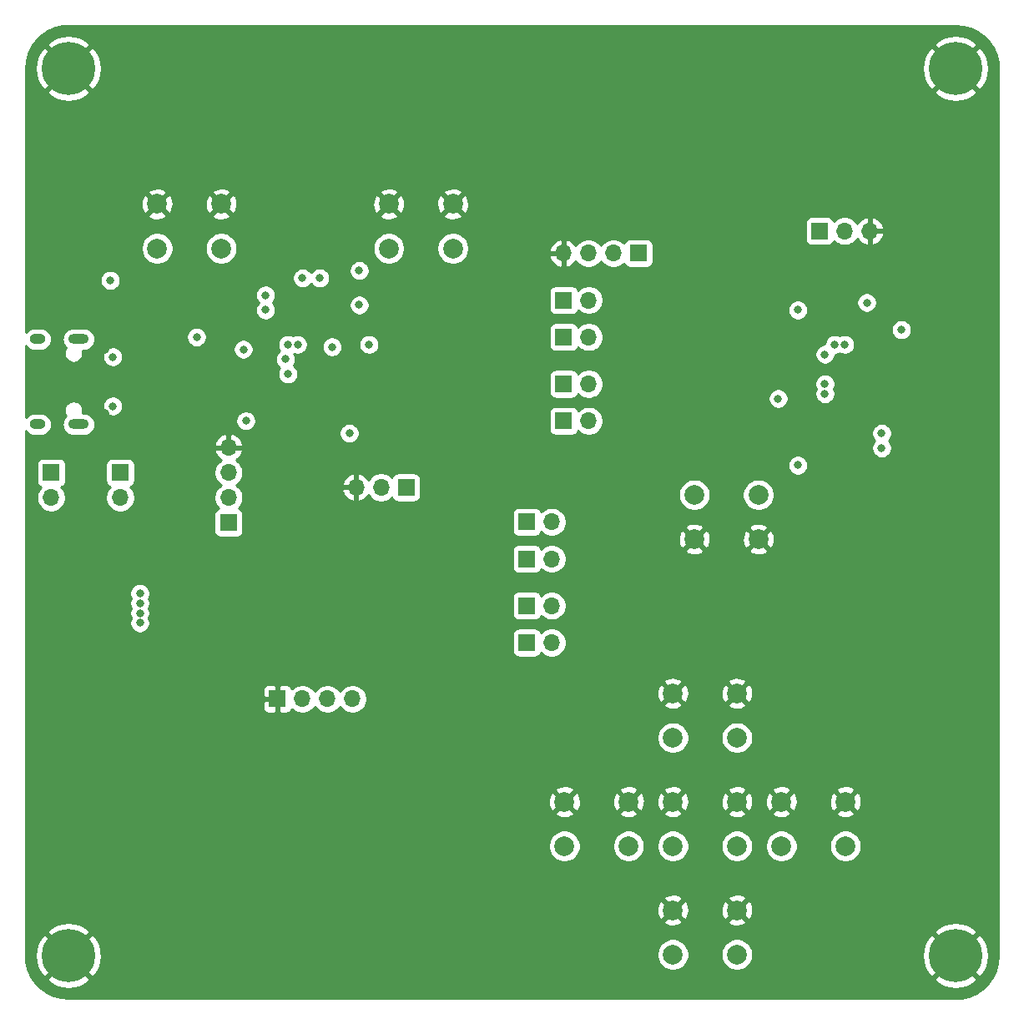
<source format=gbr>
%TF.GenerationSoftware,KiCad,Pcbnew,(5.1.6)-1*%
%TF.CreationDate,2020-09-28T21:59:18+02:00*%
%TF.ProjectId,BMP-Arduino,424d502d-4172-4647-9569-6e6f2e6b6963,0.1*%
%TF.SameCoordinates,Original*%
%TF.FileFunction,Copper,L2,Inr*%
%TF.FilePolarity,Positive*%
%FSLAX46Y46*%
G04 Gerber Fmt 4.6, Leading zero omitted, Abs format (unit mm)*
G04 Created by KiCad (PCBNEW (5.1.6)-1) date 2020-09-28 21:59:18*
%MOMM*%
%LPD*%
G01*
G04 APERTURE LIST*
%TA.AperFunction,ViaPad*%
%ADD10O,1.700000X1.700000*%
%TD*%
%TA.AperFunction,ViaPad*%
%ADD11R,1.700000X1.700000*%
%TD*%
%TA.AperFunction,ViaPad*%
%ADD12C,2.000000*%
%TD*%
%TA.AperFunction,ViaPad*%
%ADD13O,2.100000X1.000000*%
%TD*%
%TA.AperFunction,ViaPad*%
%ADD14O,1.600000X1.000000*%
%TD*%
%TA.AperFunction,ViaPad*%
%ADD15C,0.800000*%
%TD*%
%TA.AperFunction,ViaPad*%
%ADD16C,5.400000*%
%TD*%
%TA.AperFunction,Conductor*%
%ADD17C,0.254000*%
%TD*%
G04 APERTURE END LIST*
D10*
%TO.N,/BMP-RX*%
%TO.C,JP2*%
X143875000Y-108485000D03*
D11*
%TO.N,Net-(JP2-Pad1)*%
X141335000Y-108485000D03*
%TD*%
D10*
%TO.N,/CPU-TX*%
%TO.C,JP5*%
X143875000Y-96235000D03*
D11*
%TO.N,Net-(JP5-Pad1)*%
X141335000Y-96235000D03*
%TD*%
D10*
%TO.N,/CPU-RX*%
%TO.C,JP4*%
X143875000Y-99985000D03*
D11*
%TO.N,Net-(JP4-Pad1)*%
X141335000Y-99985000D03*
%TD*%
D10*
%TO.N,/BMP-TX*%
%TO.C,JP3*%
X143875000Y-104735000D03*
D11*
%TO.N,Net-(JP3-Pad1)*%
X141335000Y-104735000D03*
%TD*%
%TO.N,+3V3*%
%TO.C,JP11*%
X129085000Y-92735000D03*
D10*
%TO.N,Net-(JP11-Pad2)*%
X126545000Y-92735000D03*
%TO.N,GND*%
X124005000Y-92735000D03*
%TD*%
D12*
%TO.N,Net-(C3-Pad1)*%
%TO.C,SW1*%
X127335000Y-68485000D03*
%TO.N,GND*%
X127335000Y-63985000D03*
%TO.N,Net-(C3-Pad1)*%
X133835000Y-68485000D03*
%TO.N,GND*%
X133835000Y-63985000D03*
%TD*%
D13*
%TO.N,Net-(J1-PadS1)*%
%TO.C,J1*%
X95886000Y-86333000D03*
X95886000Y-77693000D03*
D14*
X91706000Y-77693000D03*
X91706000Y-86333000D03*
%TD*%
D12*
%TO.N,GND*%
%TO.C,SW7*%
X162660000Y-113625000D03*
%TO.N,/MCU/PB1*%
X162660000Y-118125000D03*
%TO.N,GND*%
X156160000Y-113625000D03*
%TO.N,/MCU/PB1*%
X156160000Y-118125000D03*
%TD*%
%TO.N,GND*%
%TO.C,SW6*%
X151660000Y-124625000D03*
%TO.N,/MCU/PB2*%
X151660000Y-129125000D03*
%TO.N,GND*%
X145160000Y-124625000D03*
%TO.N,/MCU/PB2*%
X145160000Y-129125000D03*
%TD*%
%TO.N,GND*%
%TO.C,SW4*%
X173660000Y-124625000D03*
%TO.N,/MCU/PB3*%
X173660000Y-129125000D03*
%TO.N,GND*%
X167160000Y-124625000D03*
%TO.N,/MCU/PB3*%
X167160000Y-129125000D03*
%TD*%
%TO.N,GND*%
%TO.C,SW3*%
X162660000Y-135625000D03*
%TO.N,/MCU/PB4*%
X162660000Y-140125000D03*
%TO.N,GND*%
X156160000Y-135625000D03*
%TO.N,/MCU/PB4*%
X156160000Y-140125000D03*
%TD*%
D10*
%TO.N,+3V3*%
%TO.C,U3*%
X118565000Y-114195000D03*
D11*
%TO.N,GND*%
X116025000Y-114195000D03*
D10*
%TO.N,/MCU/SCK*%
X121105000Y-114195000D03*
%TO.N,/MCU/SDA*%
X123645000Y-114195000D03*
%TD*%
D12*
%TO.N,GND*%
%TO.C,SW5*%
X158335000Y-97985000D03*
%TO.N,Net-(C11-Pad1)*%
X158335000Y-93485000D03*
%TO.N,GND*%
X164835000Y-97985000D03*
%TO.N,Net-(C11-Pad1)*%
X164835000Y-93485000D03*
%TD*%
%TO.N,GND*%
%TO.C,SW8*%
X162660000Y-124625000D03*
%TO.N,/MCU/PB0*%
X162660000Y-129125000D03*
%TO.N,GND*%
X156160000Y-124625000D03*
%TO.N,/MCU/PB0*%
X156160000Y-129125000D03*
%TD*%
%TO.N,GND*%
%TO.C,SW2*%
X110335000Y-63985000D03*
%TO.N,Net-(R14-Pad2)*%
X110335000Y-68485000D03*
%TO.N,GND*%
X103835000Y-63985000D03*
%TO.N,Net-(R14-Pad2)*%
X103835000Y-68485000D03*
%TD*%
D10*
%TO.N,GND*%
%TO.C,JP12*%
X176125000Y-66735000D03*
%TO.N,Net-(JP12-Pad2)*%
X173585000Y-66735000D03*
D11*
%TO.N,+3V3*%
X171045000Y-66735000D03*
%TD*%
D10*
%TO.N,VBUS*%
%TO.C,JP10*%
X100085000Y-93775000D03*
D11*
%TO.N,Net-(JP10-Pad1)*%
X100085000Y-91235000D03*
%TD*%
D10*
%TO.N,/MCU/SWDCLK*%
%TO.C,JP9*%
X147625000Y-73735000D03*
D11*
%TO.N,/BMP/SWDCLK_Target*%
X145085000Y-73735000D03*
%TD*%
D10*
%TO.N,/MCU/SWDIO*%
%TO.C,JP8*%
X147625000Y-77485000D03*
D11*
%TO.N,/BMP/SWDIO_Target*%
X145085000Y-77485000D03*
%TD*%
D10*
%TO.N,/CPU-RX*%
%TO.C,JP7*%
X147625000Y-82235000D03*
D11*
%TO.N,/BMP-TX*%
X145085000Y-82235000D03*
%TD*%
D10*
%TO.N,/CPU-TX*%
%TO.C,JP6*%
X147625000Y-85985000D03*
D11*
%TO.N,/BMP-RX*%
X145085000Y-85985000D03*
%TD*%
D10*
%TO.N,VBUS*%
%TO.C,JP1*%
X93085000Y-93775000D03*
D11*
%TO.N,Net-(J1-PadA4)*%
X93085000Y-91235000D03*
%TD*%
D10*
%TO.N,GND*%
%TO.C,J3*%
X145045000Y-68985000D03*
%TO.N,/MCU/SWDIO*%
X147585000Y-68985000D03*
%TO.N,/MCU/SWDCLK*%
X150125000Y-68985000D03*
D11*
%TO.N,+3V3*%
X152665000Y-68985000D03*
%TD*%
D10*
%TO.N,GND*%
%TO.C,J2*%
X111085000Y-88695000D03*
%TO.N,/BMP/SWDCLK*%
X111085000Y-91235000D03*
%TO.N,/BMP/SWDIO*%
X111085000Y-93775000D03*
D11*
%TO.N,+3V3*%
X111085000Y-96315000D03*
%TD*%
D15*
%TO.N,GND*%
%TO.C,H4*%
X186266891Y-138803109D03*
X184835000Y-138210000D03*
X183403109Y-138803109D03*
X182810000Y-140235000D03*
X183403109Y-141666891D03*
X184835000Y-142260000D03*
X186266891Y-141666891D03*
X186860000Y-140235000D03*
D16*
X184835000Y-140235000D03*
%TD*%
D15*
%TO.N,GND*%
%TO.C,H3*%
X186266891Y-48803109D03*
X184835000Y-48210000D03*
X183403109Y-48803109D03*
X182810000Y-50235000D03*
X183403109Y-51666891D03*
X184835000Y-52260000D03*
X186266891Y-51666891D03*
X186860000Y-50235000D03*
D16*
X184835000Y-50235000D03*
%TD*%
D15*
%TO.N,GND*%
%TO.C,H2*%
X96266891Y-138803109D03*
X94835000Y-138210000D03*
X93403109Y-138803109D03*
X92810000Y-140235000D03*
X93403109Y-141666891D03*
X94835000Y-142260000D03*
X96266891Y-141666891D03*
X96860000Y-140235000D03*
D16*
X94835000Y-140235000D03*
%TD*%
D15*
%TO.N,GND*%
%TO.C,H1*%
X96266891Y-48803109D03*
X94835000Y-48210000D03*
X93403109Y-48803109D03*
X92810000Y-50235000D03*
X93403109Y-51666891D03*
X94835000Y-52260000D03*
X96266891Y-51666891D03*
X96860000Y-50235000D03*
D16*
X94835000Y-50235000D03*
%TD*%
D15*
%TO.N,GND*%
X105835000Y-98485000D03*
X104835000Y-98485000D03*
X105835000Y-99485000D03*
X129585000Y-84985000D03*
X126335000Y-80735000D03*
X119835000Y-87235000D03*
X125835000Y-70735000D03*
X118335000Y-73235000D03*
%TO.N,+3V3*%
X114835000Y-73235000D03*
X114835000Y-74735000D03*
X124335000Y-70735000D03*
X123335000Y-87235000D03*
X125335000Y-78235000D03*
%TO.N,GND*%
X173835000Y-87235000D03*
X173835000Y-88735000D03*
X167335000Y-90485000D03*
X162585000Y-76985000D03*
X160585000Y-71235000D03*
X165835000Y-81235000D03*
X179335000Y-80235000D03*
X172335000Y-74735000D03*
X98585000Y-85235000D03*
X98585000Y-78735000D03*
X111835000Y-83485000D03*
X103585000Y-78485000D03*
X103585000Y-85735000D03*
X123085000Y-61235000D03*
X118335000Y-74735000D03*
X91585000Y-71735000D03*
X101835000Y-99485000D03*
X100835000Y-98485000D03*
X101835000Y-98485000D03*
X128835000Y-102485000D03*
%TO.N,+3V3*%
X177335000Y-87235000D03*
X177335000Y-88735000D03*
X168835000Y-90485000D03*
X179335000Y-76735000D03*
X168835000Y-74735000D03*
X166835000Y-83735000D03*
X112835000Y-85985000D03*
X107835000Y-77485000D03*
X99085000Y-71735000D03*
X102085000Y-103485000D03*
X102085000Y-104485000D03*
X102085000Y-105485000D03*
X102085000Y-106485000D03*
%TO.N,/BMP-RX*%
X117085000Y-81235000D03*
%TO.N,/BMP-TX*%
X116835000Y-79735000D03*
%TO.N,/BMP/LED2*%
X117085000Y-78235000D03*
X118585000Y-71485000D03*
%TO.N,/BMP/LED1*%
X118085000Y-78235000D03*
X120335000Y-71485000D03*
%TO.N,Net-(C3-Pad1)*%
X121585000Y-78485000D03*
X124335000Y-74235000D03*
%TO.N,/CPU-RX*%
X171585000Y-82235000D03*
%TO.N,/CPU-TX*%
X171585000Y-83235003D03*
%TO.N,/MCU/SWDIO*%
X171585000Y-79235000D03*
%TO.N,/MCU/SWDCLK*%
X175835000Y-73985000D03*
%TO.N,/MCU/SDA*%
X172585000Y-78235000D03*
%TO.N,/MCU/SCK*%
X173585000Y-78235000D03*
%TO.N,Net-(J1-PadA4)*%
X99335000Y-84485000D03*
X99335000Y-79485000D03*
%TO.N,Net-(JP10-Pad1)*%
X112585000Y-78735000D03*
%TD*%
D17*
%TO.N,GND*%
G36*
X185603083Y-45966173D02*
G01*
X186346891Y-46169656D01*
X187042905Y-46501638D01*
X187669130Y-46951626D01*
X188205777Y-47505403D01*
X188635871Y-48145451D01*
X188945829Y-48851553D01*
X189127065Y-49606457D01*
X189175001Y-50259220D01*
X189175000Y-140205608D01*
X189103827Y-141003083D01*
X188900344Y-141746890D01*
X188568363Y-142442904D01*
X188118374Y-143069130D01*
X187564597Y-143605777D01*
X186924549Y-144035871D01*
X186218447Y-144345829D01*
X185463543Y-144527065D01*
X184810793Y-144575000D01*
X94864392Y-144575000D01*
X94066917Y-144503827D01*
X93323110Y-144300344D01*
X92627096Y-143968363D01*
X92000870Y-143518374D01*
X91464223Y-142964597D01*
X91206037Y-142580374D01*
X92669231Y-142580374D01*
X92969411Y-143018828D01*
X93548356Y-143329296D01*
X94176746Y-143520852D01*
X94830431Y-143586134D01*
X95484293Y-143522634D01*
X96113203Y-143332792D01*
X96692992Y-143023904D01*
X96700589Y-143018828D01*
X97000769Y-142580374D01*
X182669231Y-142580374D01*
X182969411Y-143018828D01*
X183548356Y-143329296D01*
X184176746Y-143520852D01*
X184830431Y-143586134D01*
X185484293Y-143522634D01*
X186113203Y-143332792D01*
X186692992Y-143023904D01*
X186700589Y-143018828D01*
X187000769Y-142580374D01*
X184835000Y-140414605D01*
X182669231Y-142580374D01*
X97000769Y-142580374D01*
X94835000Y-140414605D01*
X92669231Y-142580374D01*
X91206037Y-142580374D01*
X91034129Y-142324549D01*
X90724171Y-141618447D01*
X90542935Y-140863543D01*
X90496443Y-140230431D01*
X91483866Y-140230431D01*
X91547366Y-140884293D01*
X91737208Y-141513203D01*
X92046096Y-142092992D01*
X92051172Y-142100589D01*
X92489626Y-142400769D01*
X94655395Y-140235000D01*
X95014605Y-140235000D01*
X97180374Y-142400769D01*
X97618828Y-142100589D01*
X97929296Y-141521644D01*
X98120852Y-140893254D01*
X98186134Y-140239569D01*
X98159369Y-139963967D01*
X154525000Y-139963967D01*
X154525000Y-140286033D01*
X154587832Y-140601912D01*
X154711082Y-140899463D01*
X154890013Y-141167252D01*
X155117748Y-141394987D01*
X155385537Y-141573918D01*
X155683088Y-141697168D01*
X155998967Y-141760000D01*
X156321033Y-141760000D01*
X156636912Y-141697168D01*
X156934463Y-141573918D01*
X157202252Y-141394987D01*
X157429987Y-141167252D01*
X157608918Y-140899463D01*
X157732168Y-140601912D01*
X157795000Y-140286033D01*
X157795000Y-139963967D01*
X161025000Y-139963967D01*
X161025000Y-140286033D01*
X161087832Y-140601912D01*
X161211082Y-140899463D01*
X161390013Y-141167252D01*
X161617748Y-141394987D01*
X161885537Y-141573918D01*
X162183088Y-141697168D01*
X162498967Y-141760000D01*
X162821033Y-141760000D01*
X163136912Y-141697168D01*
X163434463Y-141573918D01*
X163702252Y-141394987D01*
X163929987Y-141167252D01*
X164108918Y-140899463D01*
X164232168Y-140601912D01*
X164295000Y-140286033D01*
X164295000Y-140230431D01*
X181483866Y-140230431D01*
X181547366Y-140884293D01*
X181737208Y-141513203D01*
X182046096Y-142092992D01*
X182051172Y-142100589D01*
X182489626Y-142400769D01*
X184655395Y-140235000D01*
X185014605Y-140235000D01*
X187180374Y-142400769D01*
X187618828Y-142100589D01*
X187929296Y-141521644D01*
X188120852Y-140893254D01*
X188186134Y-140239569D01*
X188122634Y-139585707D01*
X187932792Y-138956797D01*
X187623904Y-138377008D01*
X187618828Y-138369411D01*
X187180374Y-138069231D01*
X185014605Y-140235000D01*
X184655395Y-140235000D01*
X182489626Y-138069231D01*
X182051172Y-138369411D01*
X181740704Y-138948356D01*
X181549148Y-139576746D01*
X181483866Y-140230431D01*
X164295000Y-140230431D01*
X164295000Y-139963967D01*
X164232168Y-139648088D01*
X164108918Y-139350537D01*
X163929987Y-139082748D01*
X163702252Y-138855013D01*
X163434463Y-138676082D01*
X163136912Y-138552832D01*
X162821033Y-138490000D01*
X162498967Y-138490000D01*
X162183088Y-138552832D01*
X161885537Y-138676082D01*
X161617748Y-138855013D01*
X161390013Y-139082748D01*
X161211082Y-139350537D01*
X161087832Y-139648088D01*
X161025000Y-139963967D01*
X157795000Y-139963967D01*
X157732168Y-139648088D01*
X157608918Y-139350537D01*
X157429987Y-139082748D01*
X157202252Y-138855013D01*
X156934463Y-138676082D01*
X156636912Y-138552832D01*
X156321033Y-138490000D01*
X155998967Y-138490000D01*
X155683088Y-138552832D01*
X155385537Y-138676082D01*
X155117748Y-138855013D01*
X154890013Y-139082748D01*
X154711082Y-139350537D01*
X154587832Y-139648088D01*
X154525000Y-139963967D01*
X98159369Y-139963967D01*
X98122634Y-139585707D01*
X97932792Y-138956797D01*
X97623904Y-138377008D01*
X97618828Y-138369411D01*
X97180374Y-138069231D01*
X95014605Y-140235000D01*
X94655395Y-140235000D01*
X92489626Y-138069231D01*
X92051172Y-138369411D01*
X91740704Y-138948356D01*
X91549148Y-139576746D01*
X91483866Y-140230431D01*
X90496443Y-140230431D01*
X90495000Y-140210793D01*
X90495000Y-137889626D01*
X92669231Y-137889626D01*
X94835000Y-140055395D01*
X97000769Y-137889626D01*
X182669231Y-137889626D01*
X184835000Y-140055395D01*
X187000769Y-137889626D01*
X186700589Y-137451172D01*
X186121644Y-137140704D01*
X185493254Y-136949148D01*
X184839569Y-136883866D01*
X184185707Y-136947366D01*
X183556797Y-137137208D01*
X182977008Y-137446096D01*
X182969411Y-137451172D01*
X182669231Y-137889626D01*
X97000769Y-137889626D01*
X96700589Y-137451172D01*
X96121644Y-137140704D01*
X95493254Y-136949148D01*
X94839569Y-136883866D01*
X94185707Y-136947366D01*
X93556797Y-137137208D01*
X92977008Y-137446096D01*
X92969411Y-137451172D01*
X92669231Y-137889626D01*
X90495000Y-137889626D01*
X90495000Y-136760413D01*
X155204192Y-136760413D01*
X155299956Y-137024814D01*
X155589571Y-137165704D01*
X155901108Y-137247384D01*
X156222595Y-137266718D01*
X156541675Y-137222961D01*
X156846088Y-137117795D01*
X157020044Y-137024814D01*
X157115808Y-136760413D01*
X161704192Y-136760413D01*
X161799956Y-137024814D01*
X162089571Y-137165704D01*
X162401108Y-137247384D01*
X162722595Y-137266718D01*
X163041675Y-137222961D01*
X163346088Y-137117795D01*
X163520044Y-137024814D01*
X163615808Y-136760413D01*
X162660000Y-135804605D01*
X161704192Y-136760413D01*
X157115808Y-136760413D01*
X156160000Y-135804605D01*
X155204192Y-136760413D01*
X90495000Y-136760413D01*
X90495000Y-135687595D01*
X154518282Y-135687595D01*
X154562039Y-136006675D01*
X154667205Y-136311088D01*
X154760186Y-136485044D01*
X155024587Y-136580808D01*
X155980395Y-135625000D01*
X156339605Y-135625000D01*
X157295413Y-136580808D01*
X157559814Y-136485044D01*
X157700704Y-136195429D01*
X157782384Y-135883892D01*
X157794189Y-135687595D01*
X161018282Y-135687595D01*
X161062039Y-136006675D01*
X161167205Y-136311088D01*
X161260186Y-136485044D01*
X161524587Y-136580808D01*
X162480395Y-135625000D01*
X162839605Y-135625000D01*
X163795413Y-136580808D01*
X164059814Y-136485044D01*
X164200704Y-136195429D01*
X164282384Y-135883892D01*
X164301718Y-135562405D01*
X164257961Y-135243325D01*
X164152795Y-134938912D01*
X164059814Y-134764956D01*
X163795413Y-134669192D01*
X162839605Y-135625000D01*
X162480395Y-135625000D01*
X161524587Y-134669192D01*
X161260186Y-134764956D01*
X161119296Y-135054571D01*
X161037616Y-135366108D01*
X161018282Y-135687595D01*
X157794189Y-135687595D01*
X157801718Y-135562405D01*
X157757961Y-135243325D01*
X157652795Y-134938912D01*
X157559814Y-134764956D01*
X157295413Y-134669192D01*
X156339605Y-135625000D01*
X155980395Y-135625000D01*
X155024587Y-134669192D01*
X154760186Y-134764956D01*
X154619296Y-135054571D01*
X154537616Y-135366108D01*
X154518282Y-135687595D01*
X90495000Y-135687595D01*
X90495000Y-134489587D01*
X155204192Y-134489587D01*
X156160000Y-135445395D01*
X157115808Y-134489587D01*
X161704192Y-134489587D01*
X162660000Y-135445395D01*
X163615808Y-134489587D01*
X163520044Y-134225186D01*
X163230429Y-134084296D01*
X162918892Y-134002616D01*
X162597405Y-133983282D01*
X162278325Y-134027039D01*
X161973912Y-134132205D01*
X161799956Y-134225186D01*
X161704192Y-134489587D01*
X157115808Y-134489587D01*
X157020044Y-134225186D01*
X156730429Y-134084296D01*
X156418892Y-134002616D01*
X156097405Y-133983282D01*
X155778325Y-134027039D01*
X155473912Y-134132205D01*
X155299956Y-134225186D01*
X155204192Y-134489587D01*
X90495000Y-134489587D01*
X90495000Y-128963967D01*
X143525000Y-128963967D01*
X143525000Y-129286033D01*
X143587832Y-129601912D01*
X143711082Y-129899463D01*
X143890013Y-130167252D01*
X144117748Y-130394987D01*
X144385537Y-130573918D01*
X144683088Y-130697168D01*
X144998967Y-130760000D01*
X145321033Y-130760000D01*
X145636912Y-130697168D01*
X145934463Y-130573918D01*
X146202252Y-130394987D01*
X146429987Y-130167252D01*
X146608918Y-129899463D01*
X146732168Y-129601912D01*
X146795000Y-129286033D01*
X146795000Y-128963967D01*
X150025000Y-128963967D01*
X150025000Y-129286033D01*
X150087832Y-129601912D01*
X150211082Y-129899463D01*
X150390013Y-130167252D01*
X150617748Y-130394987D01*
X150885537Y-130573918D01*
X151183088Y-130697168D01*
X151498967Y-130760000D01*
X151821033Y-130760000D01*
X152136912Y-130697168D01*
X152434463Y-130573918D01*
X152702252Y-130394987D01*
X152929987Y-130167252D01*
X153108918Y-129899463D01*
X153232168Y-129601912D01*
X153295000Y-129286033D01*
X153295000Y-128963967D01*
X154525000Y-128963967D01*
X154525000Y-129286033D01*
X154587832Y-129601912D01*
X154711082Y-129899463D01*
X154890013Y-130167252D01*
X155117748Y-130394987D01*
X155385537Y-130573918D01*
X155683088Y-130697168D01*
X155998967Y-130760000D01*
X156321033Y-130760000D01*
X156636912Y-130697168D01*
X156934463Y-130573918D01*
X157202252Y-130394987D01*
X157429987Y-130167252D01*
X157608918Y-129899463D01*
X157732168Y-129601912D01*
X157795000Y-129286033D01*
X157795000Y-128963967D01*
X161025000Y-128963967D01*
X161025000Y-129286033D01*
X161087832Y-129601912D01*
X161211082Y-129899463D01*
X161390013Y-130167252D01*
X161617748Y-130394987D01*
X161885537Y-130573918D01*
X162183088Y-130697168D01*
X162498967Y-130760000D01*
X162821033Y-130760000D01*
X163136912Y-130697168D01*
X163434463Y-130573918D01*
X163702252Y-130394987D01*
X163929987Y-130167252D01*
X164108918Y-129899463D01*
X164232168Y-129601912D01*
X164295000Y-129286033D01*
X164295000Y-128963967D01*
X165525000Y-128963967D01*
X165525000Y-129286033D01*
X165587832Y-129601912D01*
X165711082Y-129899463D01*
X165890013Y-130167252D01*
X166117748Y-130394987D01*
X166385537Y-130573918D01*
X166683088Y-130697168D01*
X166998967Y-130760000D01*
X167321033Y-130760000D01*
X167636912Y-130697168D01*
X167934463Y-130573918D01*
X168202252Y-130394987D01*
X168429987Y-130167252D01*
X168608918Y-129899463D01*
X168732168Y-129601912D01*
X168795000Y-129286033D01*
X168795000Y-128963967D01*
X172025000Y-128963967D01*
X172025000Y-129286033D01*
X172087832Y-129601912D01*
X172211082Y-129899463D01*
X172390013Y-130167252D01*
X172617748Y-130394987D01*
X172885537Y-130573918D01*
X173183088Y-130697168D01*
X173498967Y-130760000D01*
X173821033Y-130760000D01*
X174136912Y-130697168D01*
X174434463Y-130573918D01*
X174702252Y-130394987D01*
X174929987Y-130167252D01*
X175108918Y-129899463D01*
X175232168Y-129601912D01*
X175295000Y-129286033D01*
X175295000Y-128963967D01*
X175232168Y-128648088D01*
X175108918Y-128350537D01*
X174929987Y-128082748D01*
X174702252Y-127855013D01*
X174434463Y-127676082D01*
X174136912Y-127552832D01*
X173821033Y-127490000D01*
X173498967Y-127490000D01*
X173183088Y-127552832D01*
X172885537Y-127676082D01*
X172617748Y-127855013D01*
X172390013Y-128082748D01*
X172211082Y-128350537D01*
X172087832Y-128648088D01*
X172025000Y-128963967D01*
X168795000Y-128963967D01*
X168732168Y-128648088D01*
X168608918Y-128350537D01*
X168429987Y-128082748D01*
X168202252Y-127855013D01*
X167934463Y-127676082D01*
X167636912Y-127552832D01*
X167321033Y-127490000D01*
X166998967Y-127490000D01*
X166683088Y-127552832D01*
X166385537Y-127676082D01*
X166117748Y-127855013D01*
X165890013Y-128082748D01*
X165711082Y-128350537D01*
X165587832Y-128648088D01*
X165525000Y-128963967D01*
X164295000Y-128963967D01*
X164232168Y-128648088D01*
X164108918Y-128350537D01*
X163929987Y-128082748D01*
X163702252Y-127855013D01*
X163434463Y-127676082D01*
X163136912Y-127552832D01*
X162821033Y-127490000D01*
X162498967Y-127490000D01*
X162183088Y-127552832D01*
X161885537Y-127676082D01*
X161617748Y-127855013D01*
X161390013Y-128082748D01*
X161211082Y-128350537D01*
X161087832Y-128648088D01*
X161025000Y-128963967D01*
X157795000Y-128963967D01*
X157732168Y-128648088D01*
X157608918Y-128350537D01*
X157429987Y-128082748D01*
X157202252Y-127855013D01*
X156934463Y-127676082D01*
X156636912Y-127552832D01*
X156321033Y-127490000D01*
X155998967Y-127490000D01*
X155683088Y-127552832D01*
X155385537Y-127676082D01*
X155117748Y-127855013D01*
X154890013Y-128082748D01*
X154711082Y-128350537D01*
X154587832Y-128648088D01*
X154525000Y-128963967D01*
X153295000Y-128963967D01*
X153232168Y-128648088D01*
X153108918Y-128350537D01*
X152929987Y-128082748D01*
X152702252Y-127855013D01*
X152434463Y-127676082D01*
X152136912Y-127552832D01*
X151821033Y-127490000D01*
X151498967Y-127490000D01*
X151183088Y-127552832D01*
X150885537Y-127676082D01*
X150617748Y-127855013D01*
X150390013Y-128082748D01*
X150211082Y-128350537D01*
X150087832Y-128648088D01*
X150025000Y-128963967D01*
X146795000Y-128963967D01*
X146732168Y-128648088D01*
X146608918Y-128350537D01*
X146429987Y-128082748D01*
X146202252Y-127855013D01*
X145934463Y-127676082D01*
X145636912Y-127552832D01*
X145321033Y-127490000D01*
X144998967Y-127490000D01*
X144683088Y-127552832D01*
X144385537Y-127676082D01*
X144117748Y-127855013D01*
X143890013Y-128082748D01*
X143711082Y-128350537D01*
X143587832Y-128648088D01*
X143525000Y-128963967D01*
X90495000Y-128963967D01*
X90495000Y-125760413D01*
X144204192Y-125760413D01*
X144299956Y-126024814D01*
X144589571Y-126165704D01*
X144901108Y-126247384D01*
X145222595Y-126266718D01*
X145541675Y-126222961D01*
X145846088Y-126117795D01*
X146020044Y-126024814D01*
X146115808Y-125760413D01*
X150704192Y-125760413D01*
X150799956Y-126024814D01*
X151089571Y-126165704D01*
X151401108Y-126247384D01*
X151722595Y-126266718D01*
X152041675Y-126222961D01*
X152346088Y-126117795D01*
X152520044Y-126024814D01*
X152615808Y-125760413D01*
X155204192Y-125760413D01*
X155299956Y-126024814D01*
X155589571Y-126165704D01*
X155901108Y-126247384D01*
X156222595Y-126266718D01*
X156541675Y-126222961D01*
X156846088Y-126117795D01*
X157020044Y-126024814D01*
X157115808Y-125760413D01*
X161704192Y-125760413D01*
X161799956Y-126024814D01*
X162089571Y-126165704D01*
X162401108Y-126247384D01*
X162722595Y-126266718D01*
X163041675Y-126222961D01*
X163346088Y-126117795D01*
X163520044Y-126024814D01*
X163615808Y-125760413D01*
X166204192Y-125760413D01*
X166299956Y-126024814D01*
X166589571Y-126165704D01*
X166901108Y-126247384D01*
X167222595Y-126266718D01*
X167541675Y-126222961D01*
X167846088Y-126117795D01*
X168020044Y-126024814D01*
X168115808Y-125760413D01*
X172704192Y-125760413D01*
X172799956Y-126024814D01*
X173089571Y-126165704D01*
X173401108Y-126247384D01*
X173722595Y-126266718D01*
X174041675Y-126222961D01*
X174346088Y-126117795D01*
X174520044Y-126024814D01*
X174615808Y-125760413D01*
X173660000Y-124804605D01*
X172704192Y-125760413D01*
X168115808Y-125760413D01*
X167160000Y-124804605D01*
X166204192Y-125760413D01*
X163615808Y-125760413D01*
X162660000Y-124804605D01*
X161704192Y-125760413D01*
X157115808Y-125760413D01*
X156160000Y-124804605D01*
X155204192Y-125760413D01*
X152615808Y-125760413D01*
X151660000Y-124804605D01*
X150704192Y-125760413D01*
X146115808Y-125760413D01*
X145160000Y-124804605D01*
X144204192Y-125760413D01*
X90495000Y-125760413D01*
X90495000Y-124687595D01*
X143518282Y-124687595D01*
X143562039Y-125006675D01*
X143667205Y-125311088D01*
X143760186Y-125485044D01*
X144024587Y-125580808D01*
X144980395Y-124625000D01*
X145339605Y-124625000D01*
X146295413Y-125580808D01*
X146559814Y-125485044D01*
X146700704Y-125195429D01*
X146782384Y-124883892D01*
X146794189Y-124687595D01*
X150018282Y-124687595D01*
X150062039Y-125006675D01*
X150167205Y-125311088D01*
X150260186Y-125485044D01*
X150524587Y-125580808D01*
X151480395Y-124625000D01*
X151839605Y-124625000D01*
X152795413Y-125580808D01*
X153059814Y-125485044D01*
X153200704Y-125195429D01*
X153282384Y-124883892D01*
X153294189Y-124687595D01*
X154518282Y-124687595D01*
X154562039Y-125006675D01*
X154667205Y-125311088D01*
X154760186Y-125485044D01*
X155024587Y-125580808D01*
X155980395Y-124625000D01*
X156339605Y-124625000D01*
X157295413Y-125580808D01*
X157559814Y-125485044D01*
X157700704Y-125195429D01*
X157782384Y-124883892D01*
X157794189Y-124687595D01*
X161018282Y-124687595D01*
X161062039Y-125006675D01*
X161167205Y-125311088D01*
X161260186Y-125485044D01*
X161524587Y-125580808D01*
X162480395Y-124625000D01*
X162839605Y-124625000D01*
X163795413Y-125580808D01*
X164059814Y-125485044D01*
X164200704Y-125195429D01*
X164282384Y-124883892D01*
X164294189Y-124687595D01*
X165518282Y-124687595D01*
X165562039Y-125006675D01*
X165667205Y-125311088D01*
X165760186Y-125485044D01*
X166024587Y-125580808D01*
X166980395Y-124625000D01*
X167339605Y-124625000D01*
X168295413Y-125580808D01*
X168559814Y-125485044D01*
X168700704Y-125195429D01*
X168782384Y-124883892D01*
X168794189Y-124687595D01*
X172018282Y-124687595D01*
X172062039Y-125006675D01*
X172167205Y-125311088D01*
X172260186Y-125485044D01*
X172524587Y-125580808D01*
X173480395Y-124625000D01*
X173839605Y-124625000D01*
X174795413Y-125580808D01*
X175059814Y-125485044D01*
X175200704Y-125195429D01*
X175282384Y-124883892D01*
X175301718Y-124562405D01*
X175257961Y-124243325D01*
X175152795Y-123938912D01*
X175059814Y-123764956D01*
X174795413Y-123669192D01*
X173839605Y-124625000D01*
X173480395Y-124625000D01*
X172524587Y-123669192D01*
X172260186Y-123764956D01*
X172119296Y-124054571D01*
X172037616Y-124366108D01*
X172018282Y-124687595D01*
X168794189Y-124687595D01*
X168801718Y-124562405D01*
X168757961Y-124243325D01*
X168652795Y-123938912D01*
X168559814Y-123764956D01*
X168295413Y-123669192D01*
X167339605Y-124625000D01*
X166980395Y-124625000D01*
X166024587Y-123669192D01*
X165760186Y-123764956D01*
X165619296Y-124054571D01*
X165537616Y-124366108D01*
X165518282Y-124687595D01*
X164294189Y-124687595D01*
X164301718Y-124562405D01*
X164257961Y-124243325D01*
X164152795Y-123938912D01*
X164059814Y-123764956D01*
X163795413Y-123669192D01*
X162839605Y-124625000D01*
X162480395Y-124625000D01*
X161524587Y-123669192D01*
X161260186Y-123764956D01*
X161119296Y-124054571D01*
X161037616Y-124366108D01*
X161018282Y-124687595D01*
X157794189Y-124687595D01*
X157801718Y-124562405D01*
X157757961Y-124243325D01*
X157652795Y-123938912D01*
X157559814Y-123764956D01*
X157295413Y-123669192D01*
X156339605Y-124625000D01*
X155980395Y-124625000D01*
X155024587Y-123669192D01*
X154760186Y-123764956D01*
X154619296Y-124054571D01*
X154537616Y-124366108D01*
X154518282Y-124687595D01*
X153294189Y-124687595D01*
X153301718Y-124562405D01*
X153257961Y-124243325D01*
X153152795Y-123938912D01*
X153059814Y-123764956D01*
X152795413Y-123669192D01*
X151839605Y-124625000D01*
X151480395Y-124625000D01*
X150524587Y-123669192D01*
X150260186Y-123764956D01*
X150119296Y-124054571D01*
X150037616Y-124366108D01*
X150018282Y-124687595D01*
X146794189Y-124687595D01*
X146801718Y-124562405D01*
X146757961Y-124243325D01*
X146652795Y-123938912D01*
X146559814Y-123764956D01*
X146295413Y-123669192D01*
X145339605Y-124625000D01*
X144980395Y-124625000D01*
X144024587Y-123669192D01*
X143760186Y-123764956D01*
X143619296Y-124054571D01*
X143537616Y-124366108D01*
X143518282Y-124687595D01*
X90495000Y-124687595D01*
X90495000Y-123489587D01*
X144204192Y-123489587D01*
X145160000Y-124445395D01*
X146115808Y-123489587D01*
X150704192Y-123489587D01*
X151660000Y-124445395D01*
X152615808Y-123489587D01*
X155204192Y-123489587D01*
X156160000Y-124445395D01*
X157115808Y-123489587D01*
X161704192Y-123489587D01*
X162660000Y-124445395D01*
X163615808Y-123489587D01*
X166204192Y-123489587D01*
X167160000Y-124445395D01*
X168115808Y-123489587D01*
X172704192Y-123489587D01*
X173660000Y-124445395D01*
X174615808Y-123489587D01*
X174520044Y-123225186D01*
X174230429Y-123084296D01*
X173918892Y-123002616D01*
X173597405Y-122983282D01*
X173278325Y-123027039D01*
X172973912Y-123132205D01*
X172799956Y-123225186D01*
X172704192Y-123489587D01*
X168115808Y-123489587D01*
X168020044Y-123225186D01*
X167730429Y-123084296D01*
X167418892Y-123002616D01*
X167097405Y-122983282D01*
X166778325Y-123027039D01*
X166473912Y-123132205D01*
X166299956Y-123225186D01*
X166204192Y-123489587D01*
X163615808Y-123489587D01*
X163520044Y-123225186D01*
X163230429Y-123084296D01*
X162918892Y-123002616D01*
X162597405Y-122983282D01*
X162278325Y-123027039D01*
X161973912Y-123132205D01*
X161799956Y-123225186D01*
X161704192Y-123489587D01*
X157115808Y-123489587D01*
X157020044Y-123225186D01*
X156730429Y-123084296D01*
X156418892Y-123002616D01*
X156097405Y-122983282D01*
X155778325Y-123027039D01*
X155473912Y-123132205D01*
X155299956Y-123225186D01*
X155204192Y-123489587D01*
X152615808Y-123489587D01*
X152520044Y-123225186D01*
X152230429Y-123084296D01*
X151918892Y-123002616D01*
X151597405Y-122983282D01*
X151278325Y-123027039D01*
X150973912Y-123132205D01*
X150799956Y-123225186D01*
X150704192Y-123489587D01*
X146115808Y-123489587D01*
X146020044Y-123225186D01*
X145730429Y-123084296D01*
X145418892Y-123002616D01*
X145097405Y-122983282D01*
X144778325Y-123027039D01*
X144473912Y-123132205D01*
X144299956Y-123225186D01*
X144204192Y-123489587D01*
X90495000Y-123489587D01*
X90495000Y-117963967D01*
X154525000Y-117963967D01*
X154525000Y-118286033D01*
X154587832Y-118601912D01*
X154711082Y-118899463D01*
X154890013Y-119167252D01*
X155117748Y-119394987D01*
X155385537Y-119573918D01*
X155683088Y-119697168D01*
X155998967Y-119760000D01*
X156321033Y-119760000D01*
X156636912Y-119697168D01*
X156934463Y-119573918D01*
X157202252Y-119394987D01*
X157429987Y-119167252D01*
X157608918Y-118899463D01*
X157732168Y-118601912D01*
X157795000Y-118286033D01*
X157795000Y-117963967D01*
X161025000Y-117963967D01*
X161025000Y-118286033D01*
X161087832Y-118601912D01*
X161211082Y-118899463D01*
X161390013Y-119167252D01*
X161617748Y-119394987D01*
X161885537Y-119573918D01*
X162183088Y-119697168D01*
X162498967Y-119760000D01*
X162821033Y-119760000D01*
X163136912Y-119697168D01*
X163434463Y-119573918D01*
X163702252Y-119394987D01*
X163929987Y-119167252D01*
X164108918Y-118899463D01*
X164232168Y-118601912D01*
X164295000Y-118286033D01*
X164295000Y-117963967D01*
X164232168Y-117648088D01*
X164108918Y-117350537D01*
X163929987Y-117082748D01*
X163702252Y-116855013D01*
X163434463Y-116676082D01*
X163136912Y-116552832D01*
X162821033Y-116490000D01*
X162498967Y-116490000D01*
X162183088Y-116552832D01*
X161885537Y-116676082D01*
X161617748Y-116855013D01*
X161390013Y-117082748D01*
X161211082Y-117350537D01*
X161087832Y-117648088D01*
X161025000Y-117963967D01*
X157795000Y-117963967D01*
X157732168Y-117648088D01*
X157608918Y-117350537D01*
X157429987Y-117082748D01*
X157202252Y-116855013D01*
X156934463Y-116676082D01*
X156636912Y-116552832D01*
X156321033Y-116490000D01*
X155998967Y-116490000D01*
X155683088Y-116552832D01*
X155385537Y-116676082D01*
X155117748Y-116855013D01*
X154890013Y-117082748D01*
X154711082Y-117350537D01*
X154587832Y-117648088D01*
X154525000Y-117963967D01*
X90495000Y-117963967D01*
X90495000Y-115045000D01*
X114536928Y-115045000D01*
X114549188Y-115169482D01*
X114585498Y-115289180D01*
X114644463Y-115399494D01*
X114723815Y-115496185D01*
X114820506Y-115575537D01*
X114930820Y-115634502D01*
X115050518Y-115670812D01*
X115175000Y-115683072D01*
X115739250Y-115680000D01*
X115898000Y-115521250D01*
X115898000Y-114322000D01*
X114698750Y-114322000D01*
X114540000Y-114480750D01*
X114536928Y-115045000D01*
X90495000Y-115045000D01*
X90495000Y-113345000D01*
X114536928Y-113345000D01*
X114540000Y-113909250D01*
X114698750Y-114068000D01*
X115898000Y-114068000D01*
X115898000Y-112868750D01*
X116152000Y-112868750D01*
X116152000Y-114068000D01*
X116172000Y-114068000D01*
X116172000Y-114322000D01*
X116152000Y-114322000D01*
X116152000Y-115521250D01*
X116310750Y-115680000D01*
X116875000Y-115683072D01*
X116999482Y-115670812D01*
X117119180Y-115634502D01*
X117229494Y-115575537D01*
X117326185Y-115496185D01*
X117405537Y-115399494D01*
X117464502Y-115289180D01*
X117486513Y-115216620D01*
X117618368Y-115348475D01*
X117861589Y-115510990D01*
X118131842Y-115622932D01*
X118418740Y-115680000D01*
X118711260Y-115680000D01*
X118998158Y-115622932D01*
X119268411Y-115510990D01*
X119511632Y-115348475D01*
X119718475Y-115141632D01*
X119835000Y-114967240D01*
X119951525Y-115141632D01*
X120158368Y-115348475D01*
X120401589Y-115510990D01*
X120671842Y-115622932D01*
X120958740Y-115680000D01*
X121251260Y-115680000D01*
X121538158Y-115622932D01*
X121808411Y-115510990D01*
X122051632Y-115348475D01*
X122258475Y-115141632D01*
X122375000Y-114967240D01*
X122491525Y-115141632D01*
X122698368Y-115348475D01*
X122941589Y-115510990D01*
X123211842Y-115622932D01*
X123498740Y-115680000D01*
X123791260Y-115680000D01*
X124078158Y-115622932D01*
X124348411Y-115510990D01*
X124591632Y-115348475D01*
X124798475Y-115141632D01*
X124960990Y-114898411D01*
X125018150Y-114760413D01*
X155204192Y-114760413D01*
X155299956Y-115024814D01*
X155589571Y-115165704D01*
X155901108Y-115247384D01*
X156222595Y-115266718D01*
X156541675Y-115222961D01*
X156846088Y-115117795D01*
X157020044Y-115024814D01*
X157115808Y-114760413D01*
X161704192Y-114760413D01*
X161799956Y-115024814D01*
X162089571Y-115165704D01*
X162401108Y-115247384D01*
X162722595Y-115266718D01*
X163041675Y-115222961D01*
X163346088Y-115117795D01*
X163520044Y-115024814D01*
X163615808Y-114760413D01*
X162660000Y-113804605D01*
X161704192Y-114760413D01*
X157115808Y-114760413D01*
X156160000Y-113804605D01*
X155204192Y-114760413D01*
X125018150Y-114760413D01*
X125072932Y-114628158D01*
X125130000Y-114341260D01*
X125130000Y-114048740D01*
X125072932Y-113761842D01*
X125042179Y-113687595D01*
X154518282Y-113687595D01*
X154562039Y-114006675D01*
X154667205Y-114311088D01*
X154760186Y-114485044D01*
X155024587Y-114580808D01*
X155980395Y-113625000D01*
X156339605Y-113625000D01*
X157295413Y-114580808D01*
X157559814Y-114485044D01*
X157700704Y-114195429D01*
X157782384Y-113883892D01*
X157794189Y-113687595D01*
X161018282Y-113687595D01*
X161062039Y-114006675D01*
X161167205Y-114311088D01*
X161260186Y-114485044D01*
X161524587Y-114580808D01*
X162480395Y-113625000D01*
X162839605Y-113625000D01*
X163795413Y-114580808D01*
X164059814Y-114485044D01*
X164200704Y-114195429D01*
X164282384Y-113883892D01*
X164301718Y-113562405D01*
X164257961Y-113243325D01*
X164152795Y-112938912D01*
X164059814Y-112764956D01*
X163795413Y-112669192D01*
X162839605Y-113625000D01*
X162480395Y-113625000D01*
X161524587Y-112669192D01*
X161260186Y-112764956D01*
X161119296Y-113054571D01*
X161037616Y-113366108D01*
X161018282Y-113687595D01*
X157794189Y-113687595D01*
X157801718Y-113562405D01*
X157757961Y-113243325D01*
X157652795Y-112938912D01*
X157559814Y-112764956D01*
X157295413Y-112669192D01*
X156339605Y-113625000D01*
X155980395Y-113625000D01*
X155024587Y-112669192D01*
X154760186Y-112764956D01*
X154619296Y-113054571D01*
X154537616Y-113366108D01*
X154518282Y-113687595D01*
X125042179Y-113687595D01*
X124960990Y-113491589D01*
X124798475Y-113248368D01*
X124591632Y-113041525D01*
X124348411Y-112879010D01*
X124078158Y-112767068D01*
X123791260Y-112710000D01*
X123498740Y-112710000D01*
X123211842Y-112767068D01*
X122941589Y-112879010D01*
X122698368Y-113041525D01*
X122491525Y-113248368D01*
X122375000Y-113422760D01*
X122258475Y-113248368D01*
X122051632Y-113041525D01*
X121808411Y-112879010D01*
X121538158Y-112767068D01*
X121251260Y-112710000D01*
X120958740Y-112710000D01*
X120671842Y-112767068D01*
X120401589Y-112879010D01*
X120158368Y-113041525D01*
X119951525Y-113248368D01*
X119835000Y-113422760D01*
X119718475Y-113248368D01*
X119511632Y-113041525D01*
X119268411Y-112879010D01*
X118998158Y-112767068D01*
X118711260Y-112710000D01*
X118418740Y-112710000D01*
X118131842Y-112767068D01*
X117861589Y-112879010D01*
X117618368Y-113041525D01*
X117486513Y-113173380D01*
X117464502Y-113100820D01*
X117405537Y-112990506D01*
X117326185Y-112893815D01*
X117229494Y-112814463D01*
X117119180Y-112755498D01*
X116999482Y-112719188D01*
X116875000Y-112706928D01*
X116310750Y-112710000D01*
X116152000Y-112868750D01*
X115898000Y-112868750D01*
X115739250Y-112710000D01*
X115175000Y-112706928D01*
X115050518Y-112719188D01*
X114930820Y-112755498D01*
X114820506Y-112814463D01*
X114723815Y-112893815D01*
X114644463Y-112990506D01*
X114585498Y-113100820D01*
X114549188Y-113220518D01*
X114536928Y-113345000D01*
X90495000Y-113345000D01*
X90495000Y-112489587D01*
X155204192Y-112489587D01*
X156160000Y-113445395D01*
X157115808Y-112489587D01*
X161704192Y-112489587D01*
X162660000Y-113445395D01*
X163615808Y-112489587D01*
X163520044Y-112225186D01*
X163230429Y-112084296D01*
X162918892Y-112002616D01*
X162597405Y-111983282D01*
X162278325Y-112027039D01*
X161973912Y-112132205D01*
X161799956Y-112225186D01*
X161704192Y-112489587D01*
X157115808Y-112489587D01*
X157020044Y-112225186D01*
X156730429Y-112084296D01*
X156418892Y-112002616D01*
X156097405Y-111983282D01*
X155778325Y-112027039D01*
X155473912Y-112132205D01*
X155299956Y-112225186D01*
X155204192Y-112489587D01*
X90495000Y-112489587D01*
X90495000Y-107635000D01*
X139846928Y-107635000D01*
X139846928Y-109335000D01*
X139859188Y-109459482D01*
X139895498Y-109579180D01*
X139954463Y-109689494D01*
X140033815Y-109786185D01*
X140130506Y-109865537D01*
X140240820Y-109924502D01*
X140360518Y-109960812D01*
X140485000Y-109973072D01*
X142185000Y-109973072D01*
X142309482Y-109960812D01*
X142429180Y-109924502D01*
X142539494Y-109865537D01*
X142636185Y-109786185D01*
X142715537Y-109689494D01*
X142774502Y-109579180D01*
X142796513Y-109506620D01*
X142928368Y-109638475D01*
X143171589Y-109800990D01*
X143441842Y-109912932D01*
X143728740Y-109970000D01*
X144021260Y-109970000D01*
X144308158Y-109912932D01*
X144578411Y-109800990D01*
X144821632Y-109638475D01*
X145028475Y-109431632D01*
X145190990Y-109188411D01*
X145302932Y-108918158D01*
X145360000Y-108631260D01*
X145360000Y-108338740D01*
X145302932Y-108051842D01*
X145190990Y-107781589D01*
X145028475Y-107538368D01*
X144821632Y-107331525D01*
X144578411Y-107169010D01*
X144308158Y-107057068D01*
X144021260Y-107000000D01*
X143728740Y-107000000D01*
X143441842Y-107057068D01*
X143171589Y-107169010D01*
X142928368Y-107331525D01*
X142796513Y-107463380D01*
X142774502Y-107390820D01*
X142715537Y-107280506D01*
X142636185Y-107183815D01*
X142539494Y-107104463D01*
X142429180Y-107045498D01*
X142309482Y-107009188D01*
X142185000Y-106996928D01*
X140485000Y-106996928D01*
X140360518Y-107009188D01*
X140240820Y-107045498D01*
X140130506Y-107104463D01*
X140033815Y-107183815D01*
X139954463Y-107280506D01*
X139895498Y-107390820D01*
X139859188Y-107510518D01*
X139846928Y-107635000D01*
X90495000Y-107635000D01*
X90495000Y-103383061D01*
X101050000Y-103383061D01*
X101050000Y-103586939D01*
X101089774Y-103786898D01*
X101167795Y-103975256D01*
X101174306Y-103985000D01*
X101167795Y-103994744D01*
X101089774Y-104183102D01*
X101050000Y-104383061D01*
X101050000Y-104586939D01*
X101089774Y-104786898D01*
X101167795Y-104975256D01*
X101174306Y-104985000D01*
X101167795Y-104994744D01*
X101089774Y-105183102D01*
X101050000Y-105383061D01*
X101050000Y-105586939D01*
X101089774Y-105786898D01*
X101167795Y-105975256D01*
X101174306Y-105985000D01*
X101167795Y-105994744D01*
X101089774Y-106183102D01*
X101050000Y-106383061D01*
X101050000Y-106586939D01*
X101089774Y-106786898D01*
X101167795Y-106975256D01*
X101281063Y-107144774D01*
X101425226Y-107288937D01*
X101594744Y-107402205D01*
X101783102Y-107480226D01*
X101983061Y-107520000D01*
X102186939Y-107520000D01*
X102386898Y-107480226D01*
X102575256Y-107402205D01*
X102744774Y-107288937D01*
X102888937Y-107144774D01*
X103002205Y-106975256D01*
X103080226Y-106786898D01*
X103120000Y-106586939D01*
X103120000Y-106383061D01*
X103080226Y-106183102D01*
X103002205Y-105994744D01*
X102995694Y-105985000D01*
X103002205Y-105975256D01*
X103080226Y-105786898D01*
X103120000Y-105586939D01*
X103120000Y-105383061D01*
X103080226Y-105183102D01*
X103002205Y-104994744D01*
X102995694Y-104985000D01*
X103002205Y-104975256D01*
X103080226Y-104786898D01*
X103120000Y-104586939D01*
X103120000Y-104383061D01*
X103080226Y-104183102D01*
X103002205Y-103994744D01*
X102995694Y-103985000D01*
X103002205Y-103975256D01*
X103039590Y-103885000D01*
X139846928Y-103885000D01*
X139846928Y-105585000D01*
X139859188Y-105709482D01*
X139895498Y-105829180D01*
X139954463Y-105939494D01*
X140033815Y-106036185D01*
X140130506Y-106115537D01*
X140240820Y-106174502D01*
X140360518Y-106210812D01*
X140485000Y-106223072D01*
X142185000Y-106223072D01*
X142309482Y-106210812D01*
X142429180Y-106174502D01*
X142539494Y-106115537D01*
X142636185Y-106036185D01*
X142715537Y-105939494D01*
X142774502Y-105829180D01*
X142796513Y-105756620D01*
X142928368Y-105888475D01*
X143171589Y-106050990D01*
X143441842Y-106162932D01*
X143728740Y-106220000D01*
X144021260Y-106220000D01*
X144308158Y-106162932D01*
X144578411Y-106050990D01*
X144821632Y-105888475D01*
X145028475Y-105681632D01*
X145190990Y-105438411D01*
X145302932Y-105168158D01*
X145360000Y-104881260D01*
X145360000Y-104588740D01*
X145302932Y-104301842D01*
X145190990Y-104031589D01*
X145028475Y-103788368D01*
X144821632Y-103581525D01*
X144578411Y-103419010D01*
X144308158Y-103307068D01*
X144021260Y-103250000D01*
X143728740Y-103250000D01*
X143441842Y-103307068D01*
X143171589Y-103419010D01*
X142928368Y-103581525D01*
X142796513Y-103713380D01*
X142774502Y-103640820D01*
X142715537Y-103530506D01*
X142636185Y-103433815D01*
X142539494Y-103354463D01*
X142429180Y-103295498D01*
X142309482Y-103259188D01*
X142185000Y-103246928D01*
X140485000Y-103246928D01*
X140360518Y-103259188D01*
X140240820Y-103295498D01*
X140130506Y-103354463D01*
X140033815Y-103433815D01*
X139954463Y-103530506D01*
X139895498Y-103640820D01*
X139859188Y-103760518D01*
X139846928Y-103885000D01*
X103039590Y-103885000D01*
X103080226Y-103786898D01*
X103120000Y-103586939D01*
X103120000Y-103383061D01*
X103080226Y-103183102D01*
X103002205Y-102994744D01*
X102888937Y-102825226D01*
X102744774Y-102681063D01*
X102575256Y-102567795D01*
X102386898Y-102489774D01*
X102186939Y-102450000D01*
X101983061Y-102450000D01*
X101783102Y-102489774D01*
X101594744Y-102567795D01*
X101425226Y-102681063D01*
X101281063Y-102825226D01*
X101167795Y-102994744D01*
X101089774Y-103183102D01*
X101050000Y-103383061D01*
X90495000Y-103383061D01*
X90495000Y-99135000D01*
X139846928Y-99135000D01*
X139846928Y-100835000D01*
X139859188Y-100959482D01*
X139895498Y-101079180D01*
X139954463Y-101189494D01*
X140033815Y-101286185D01*
X140130506Y-101365537D01*
X140240820Y-101424502D01*
X140360518Y-101460812D01*
X140485000Y-101473072D01*
X142185000Y-101473072D01*
X142309482Y-101460812D01*
X142429180Y-101424502D01*
X142539494Y-101365537D01*
X142636185Y-101286185D01*
X142715537Y-101189494D01*
X142774502Y-101079180D01*
X142796513Y-101006620D01*
X142928368Y-101138475D01*
X143171589Y-101300990D01*
X143441842Y-101412932D01*
X143728740Y-101470000D01*
X144021260Y-101470000D01*
X144308158Y-101412932D01*
X144578411Y-101300990D01*
X144821632Y-101138475D01*
X145028475Y-100931632D01*
X145190990Y-100688411D01*
X145302932Y-100418158D01*
X145360000Y-100131260D01*
X145360000Y-99838740D01*
X145302932Y-99551842D01*
X145190990Y-99281589D01*
X145083296Y-99120413D01*
X157379192Y-99120413D01*
X157474956Y-99384814D01*
X157764571Y-99525704D01*
X158076108Y-99607384D01*
X158397595Y-99626718D01*
X158716675Y-99582961D01*
X159021088Y-99477795D01*
X159195044Y-99384814D01*
X159290808Y-99120413D01*
X163879192Y-99120413D01*
X163974956Y-99384814D01*
X164264571Y-99525704D01*
X164576108Y-99607384D01*
X164897595Y-99626718D01*
X165216675Y-99582961D01*
X165521088Y-99477795D01*
X165695044Y-99384814D01*
X165790808Y-99120413D01*
X164835000Y-98164605D01*
X163879192Y-99120413D01*
X159290808Y-99120413D01*
X158335000Y-98164605D01*
X157379192Y-99120413D01*
X145083296Y-99120413D01*
X145028475Y-99038368D01*
X144821632Y-98831525D01*
X144578411Y-98669010D01*
X144308158Y-98557068D01*
X144021260Y-98500000D01*
X143728740Y-98500000D01*
X143441842Y-98557068D01*
X143171589Y-98669010D01*
X142928368Y-98831525D01*
X142796513Y-98963380D01*
X142774502Y-98890820D01*
X142715537Y-98780506D01*
X142636185Y-98683815D01*
X142539494Y-98604463D01*
X142429180Y-98545498D01*
X142309482Y-98509188D01*
X142185000Y-98496928D01*
X140485000Y-98496928D01*
X140360518Y-98509188D01*
X140240820Y-98545498D01*
X140130506Y-98604463D01*
X140033815Y-98683815D01*
X139954463Y-98780506D01*
X139895498Y-98890820D01*
X139859188Y-99010518D01*
X139846928Y-99135000D01*
X90495000Y-99135000D01*
X90495000Y-98047595D01*
X156693282Y-98047595D01*
X156737039Y-98366675D01*
X156842205Y-98671088D01*
X156935186Y-98845044D01*
X157199587Y-98940808D01*
X158155395Y-97985000D01*
X158514605Y-97985000D01*
X159470413Y-98940808D01*
X159734814Y-98845044D01*
X159875704Y-98555429D01*
X159957384Y-98243892D01*
X159969189Y-98047595D01*
X163193282Y-98047595D01*
X163237039Y-98366675D01*
X163342205Y-98671088D01*
X163435186Y-98845044D01*
X163699587Y-98940808D01*
X164655395Y-97985000D01*
X165014605Y-97985000D01*
X165970413Y-98940808D01*
X166234814Y-98845044D01*
X166375704Y-98555429D01*
X166457384Y-98243892D01*
X166476718Y-97922405D01*
X166432961Y-97603325D01*
X166327795Y-97298912D01*
X166234814Y-97124956D01*
X165970413Y-97029192D01*
X165014605Y-97985000D01*
X164655395Y-97985000D01*
X163699587Y-97029192D01*
X163435186Y-97124956D01*
X163294296Y-97414571D01*
X163212616Y-97726108D01*
X163193282Y-98047595D01*
X159969189Y-98047595D01*
X159976718Y-97922405D01*
X159932961Y-97603325D01*
X159827795Y-97298912D01*
X159734814Y-97124956D01*
X159470413Y-97029192D01*
X158514605Y-97985000D01*
X158155395Y-97985000D01*
X157199587Y-97029192D01*
X156935186Y-97124956D01*
X156794296Y-97414571D01*
X156712616Y-97726108D01*
X156693282Y-98047595D01*
X90495000Y-98047595D01*
X90495000Y-95465000D01*
X109596928Y-95465000D01*
X109596928Y-97165000D01*
X109609188Y-97289482D01*
X109645498Y-97409180D01*
X109704463Y-97519494D01*
X109783815Y-97616185D01*
X109880506Y-97695537D01*
X109990820Y-97754502D01*
X110110518Y-97790812D01*
X110235000Y-97803072D01*
X111935000Y-97803072D01*
X112059482Y-97790812D01*
X112179180Y-97754502D01*
X112289494Y-97695537D01*
X112386185Y-97616185D01*
X112465537Y-97519494D01*
X112524502Y-97409180D01*
X112560812Y-97289482D01*
X112573072Y-97165000D01*
X112573072Y-95465000D01*
X112565193Y-95385000D01*
X139846928Y-95385000D01*
X139846928Y-97085000D01*
X139859188Y-97209482D01*
X139895498Y-97329180D01*
X139954463Y-97439494D01*
X140033815Y-97536185D01*
X140130506Y-97615537D01*
X140240820Y-97674502D01*
X140360518Y-97710812D01*
X140485000Y-97723072D01*
X142185000Y-97723072D01*
X142309482Y-97710812D01*
X142429180Y-97674502D01*
X142539494Y-97615537D01*
X142636185Y-97536185D01*
X142715537Y-97439494D01*
X142774502Y-97329180D01*
X142796513Y-97256620D01*
X142928368Y-97388475D01*
X143171589Y-97550990D01*
X143441842Y-97662932D01*
X143728740Y-97720000D01*
X144021260Y-97720000D01*
X144308158Y-97662932D01*
X144578411Y-97550990D01*
X144821632Y-97388475D01*
X145028475Y-97181632D01*
X145190990Y-96938411D01*
X145227781Y-96849587D01*
X157379192Y-96849587D01*
X158335000Y-97805395D01*
X159290808Y-96849587D01*
X163879192Y-96849587D01*
X164835000Y-97805395D01*
X165790808Y-96849587D01*
X165695044Y-96585186D01*
X165405429Y-96444296D01*
X165093892Y-96362616D01*
X164772405Y-96343282D01*
X164453325Y-96387039D01*
X164148912Y-96492205D01*
X163974956Y-96585186D01*
X163879192Y-96849587D01*
X159290808Y-96849587D01*
X159195044Y-96585186D01*
X158905429Y-96444296D01*
X158593892Y-96362616D01*
X158272405Y-96343282D01*
X157953325Y-96387039D01*
X157648912Y-96492205D01*
X157474956Y-96585186D01*
X157379192Y-96849587D01*
X145227781Y-96849587D01*
X145302932Y-96668158D01*
X145360000Y-96381260D01*
X145360000Y-96088740D01*
X145302932Y-95801842D01*
X145190990Y-95531589D01*
X145028475Y-95288368D01*
X144821632Y-95081525D01*
X144578411Y-94919010D01*
X144308158Y-94807068D01*
X144021260Y-94750000D01*
X143728740Y-94750000D01*
X143441842Y-94807068D01*
X143171589Y-94919010D01*
X142928368Y-95081525D01*
X142796513Y-95213380D01*
X142774502Y-95140820D01*
X142715537Y-95030506D01*
X142636185Y-94933815D01*
X142539494Y-94854463D01*
X142429180Y-94795498D01*
X142309482Y-94759188D01*
X142185000Y-94746928D01*
X140485000Y-94746928D01*
X140360518Y-94759188D01*
X140240820Y-94795498D01*
X140130506Y-94854463D01*
X140033815Y-94933815D01*
X139954463Y-95030506D01*
X139895498Y-95140820D01*
X139859188Y-95260518D01*
X139846928Y-95385000D01*
X112565193Y-95385000D01*
X112560812Y-95340518D01*
X112524502Y-95220820D01*
X112465537Y-95110506D01*
X112386185Y-95013815D01*
X112289494Y-94934463D01*
X112179180Y-94875498D01*
X112106620Y-94853487D01*
X112238475Y-94721632D01*
X112400990Y-94478411D01*
X112512932Y-94208158D01*
X112570000Y-93921260D01*
X112570000Y-93628740D01*
X112512932Y-93341842D01*
X112409400Y-93091891D01*
X122563519Y-93091891D01*
X122660843Y-93366252D01*
X122809822Y-93616355D01*
X123004731Y-93832588D01*
X123238080Y-94006641D01*
X123500901Y-94131825D01*
X123648110Y-94176476D01*
X123878000Y-94055155D01*
X123878000Y-92862000D01*
X122684186Y-92862000D01*
X122563519Y-93091891D01*
X112409400Y-93091891D01*
X112400990Y-93071589D01*
X112238475Y-92828368D01*
X112031632Y-92621525D01*
X111857240Y-92505000D01*
X112031632Y-92388475D01*
X112041998Y-92378109D01*
X122563519Y-92378109D01*
X122684186Y-92608000D01*
X123878000Y-92608000D01*
X123878000Y-91414845D01*
X124132000Y-91414845D01*
X124132000Y-92608000D01*
X124152000Y-92608000D01*
X124152000Y-92862000D01*
X124132000Y-92862000D01*
X124132000Y-94055155D01*
X124361890Y-94176476D01*
X124509099Y-94131825D01*
X124771920Y-94006641D01*
X125005269Y-93832588D01*
X125200178Y-93616355D01*
X125269805Y-93499466D01*
X125391525Y-93681632D01*
X125598368Y-93888475D01*
X125841589Y-94050990D01*
X126111842Y-94162932D01*
X126398740Y-94220000D01*
X126691260Y-94220000D01*
X126978158Y-94162932D01*
X127248411Y-94050990D01*
X127491632Y-93888475D01*
X127623487Y-93756620D01*
X127645498Y-93829180D01*
X127704463Y-93939494D01*
X127783815Y-94036185D01*
X127880506Y-94115537D01*
X127990820Y-94174502D01*
X128110518Y-94210812D01*
X128235000Y-94223072D01*
X129935000Y-94223072D01*
X130059482Y-94210812D01*
X130179180Y-94174502D01*
X130289494Y-94115537D01*
X130386185Y-94036185D01*
X130465537Y-93939494D01*
X130524502Y-93829180D01*
X130560812Y-93709482D01*
X130573072Y-93585000D01*
X130573072Y-93323967D01*
X156700000Y-93323967D01*
X156700000Y-93646033D01*
X156762832Y-93961912D01*
X156886082Y-94259463D01*
X157065013Y-94527252D01*
X157292748Y-94754987D01*
X157560537Y-94933918D01*
X157858088Y-95057168D01*
X158173967Y-95120000D01*
X158496033Y-95120000D01*
X158811912Y-95057168D01*
X159109463Y-94933918D01*
X159377252Y-94754987D01*
X159604987Y-94527252D01*
X159783918Y-94259463D01*
X159907168Y-93961912D01*
X159970000Y-93646033D01*
X159970000Y-93323967D01*
X163200000Y-93323967D01*
X163200000Y-93646033D01*
X163262832Y-93961912D01*
X163386082Y-94259463D01*
X163565013Y-94527252D01*
X163792748Y-94754987D01*
X164060537Y-94933918D01*
X164358088Y-95057168D01*
X164673967Y-95120000D01*
X164996033Y-95120000D01*
X165311912Y-95057168D01*
X165609463Y-94933918D01*
X165877252Y-94754987D01*
X166104987Y-94527252D01*
X166283918Y-94259463D01*
X166407168Y-93961912D01*
X166470000Y-93646033D01*
X166470000Y-93323967D01*
X166407168Y-93008088D01*
X166283918Y-92710537D01*
X166104987Y-92442748D01*
X165877252Y-92215013D01*
X165609463Y-92036082D01*
X165311912Y-91912832D01*
X164996033Y-91850000D01*
X164673967Y-91850000D01*
X164358088Y-91912832D01*
X164060537Y-92036082D01*
X163792748Y-92215013D01*
X163565013Y-92442748D01*
X163386082Y-92710537D01*
X163262832Y-93008088D01*
X163200000Y-93323967D01*
X159970000Y-93323967D01*
X159907168Y-93008088D01*
X159783918Y-92710537D01*
X159604987Y-92442748D01*
X159377252Y-92215013D01*
X159109463Y-92036082D01*
X158811912Y-91912832D01*
X158496033Y-91850000D01*
X158173967Y-91850000D01*
X157858088Y-91912832D01*
X157560537Y-92036082D01*
X157292748Y-92215013D01*
X157065013Y-92442748D01*
X156886082Y-92710537D01*
X156762832Y-93008088D01*
X156700000Y-93323967D01*
X130573072Y-93323967D01*
X130573072Y-91885000D01*
X130560812Y-91760518D01*
X130524502Y-91640820D01*
X130465537Y-91530506D01*
X130386185Y-91433815D01*
X130289494Y-91354463D01*
X130179180Y-91295498D01*
X130059482Y-91259188D01*
X129935000Y-91246928D01*
X128235000Y-91246928D01*
X128110518Y-91259188D01*
X127990820Y-91295498D01*
X127880506Y-91354463D01*
X127783815Y-91433815D01*
X127704463Y-91530506D01*
X127645498Y-91640820D01*
X127623487Y-91713380D01*
X127491632Y-91581525D01*
X127248411Y-91419010D01*
X126978158Y-91307068D01*
X126691260Y-91250000D01*
X126398740Y-91250000D01*
X126111842Y-91307068D01*
X125841589Y-91419010D01*
X125598368Y-91581525D01*
X125391525Y-91788368D01*
X125269805Y-91970534D01*
X125200178Y-91853645D01*
X125005269Y-91637412D01*
X124771920Y-91463359D01*
X124509099Y-91338175D01*
X124361890Y-91293524D01*
X124132000Y-91414845D01*
X123878000Y-91414845D01*
X123648110Y-91293524D01*
X123500901Y-91338175D01*
X123238080Y-91463359D01*
X123004731Y-91637412D01*
X122809822Y-91853645D01*
X122660843Y-92103748D01*
X122563519Y-92378109D01*
X112041998Y-92378109D01*
X112238475Y-92181632D01*
X112400990Y-91938411D01*
X112512932Y-91668158D01*
X112570000Y-91381260D01*
X112570000Y-91088740D01*
X112512932Y-90801842D01*
X112400990Y-90531589D01*
X112301747Y-90383061D01*
X167800000Y-90383061D01*
X167800000Y-90586939D01*
X167839774Y-90786898D01*
X167917795Y-90975256D01*
X168031063Y-91144774D01*
X168175226Y-91288937D01*
X168344744Y-91402205D01*
X168533102Y-91480226D01*
X168733061Y-91520000D01*
X168936939Y-91520000D01*
X169136898Y-91480226D01*
X169325256Y-91402205D01*
X169494774Y-91288937D01*
X169638937Y-91144774D01*
X169752205Y-90975256D01*
X169830226Y-90786898D01*
X169870000Y-90586939D01*
X169870000Y-90383061D01*
X169830226Y-90183102D01*
X169752205Y-89994744D01*
X169638937Y-89825226D01*
X169494774Y-89681063D01*
X169325256Y-89567795D01*
X169136898Y-89489774D01*
X168936939Y-89450000D01*
X168733061Y-89450000D01*
X168533102Y-89489774D01*
X168344744Y-89567795D01*
X168175226Y-89681063D01*
X168031063Y-89825226D01*
X167917795Y-89994744D01*
X167839774Y-90183102D01*
X167800000Y-90383061D01*
X112301747Y-90383061D01*
X112238475Y-90288368D01*
X112031632Y-90081525D01*
X111849466Y-89959805D01*
X111966355Y-89890178D01*
X112182588Y-89695269D01*
X112356641Y-89461920D01*
X112481825Y-89199099D01*
X112526476Y-89051890D01*
X112405155Y-88822000D01*
X111212000Y-88822000D01*
X111212000Y-88842000D01*
X110958000Y-88842000D01*
X110958000Y-88822000D01*
X109764845Y-88822000D01*
X109643524Y-89051890D01*
X109688175Y-89199099D01*
X109813359Y-89461920D01*
X109987412Y-89695269D01*
X110203645Y-89890178D01*
X110320534Y-89959805D01*
X110138368Y-90081525D01*
X109931525Y-90288368D01*
X109769010Y-90531589D01*
X109657068Y-90801842D01*
X109600000Y-91088740D01*
X109600000Y-91381260D01*
X109657068Y-91668158D01*
X109769010Y-91938411D01*
X109931525Y-92181632D01*
X110138368Y-92388475D01*
X110312760Y-92505000D01*
X110138368Y-92621525D01*
X109931525Y-92828368D01*
X109769010Y-93071589D01*
X109657068Y-93341842D01*
X109600000Y-93628740D01*
X109600000Y-93921260D01*
X109657068Y-94208158D01*
X109769010Y-94478411D01*
X109931525Y-94721632D01*
X110063380Y-94853487D01*
X109990820Y-94875498D01*
X109880506Y-94934463D01*
X109783815Y-95013815D01*
X109704463Y-95110506D01*
X109645498Y-95220820D01*
X109609188Y-95340518D01*
X109596928Y-95465000D01*
X90495000Y-95465000D01*
X90495000Y-90385000D01*
X91596928Y-90385000D01*
X91596928Y-92085000D01*
X91609188Y-92209482D01*
X91645498Y-92329180D01*
X91704463Y-92439494D01*
X91783815Y-92536185D01*
X91880506Y-92615537D01*
X91990820Y-92674502D01*
X92063380Y-92696513D01*
X91931525Y-92828368D01*
X91769010Y-93071589D01*
X91657068Y-93341842D01*
X91600000Y-93628740D01*
X91600000Y-93921260D01*
X91657068Y-94208158D01*
X91769010Y-94478411D01*
X91931525Y-94721632D01*
X92138368Y-94928475D01*
X92381589Y-95090990D01*
X92651842Y-95202932D01*
X92938740Y-95260000D01*
X93231260Y-95260000D01*
X93518158Y-95202932D01*
X93788411Y-95090990D01*
X94031632Y-94928475D01*
X94238475Y-94721632D01*
X94400990Y-94478411D01*
X94512932Y-94208158D01*
X94570000Y-93921260D01*
X94570000Y-93628740D01*
X94512932Y-93341842D01*
X94400990Y-93071589D01*
X94238475Y-92828368D01*
X94106620Y-92696513D01*
X94179180Y-92674502D01*
X94289494Y-92615537D01*
X94386185Y-92536185D01*
X94465537Y-92439494D01*
X94524502Y-92329180D01*
X94560812Y-92209482D01*
X94573072Y-92085000D01*
X94573072Y-90385000D01*
X98596928Y-90385000D01*
X98596928Y-92085000D01*
X98609188Y-92209482D01*
X98645498Y-92329180D01*
X98704463Y-92439494D01*
X98783815Y-92536185D01*
X98880506Y-92615537D01*
X98990820Y-92674502D01*
X99063380Y-92696513D01*
X98931525Y-92828368D01*
X98769010Y-93071589D01*
X98657068Y-93341842D01*
X98600000Y-93628740D01*
X98600000Y-93921260D01*
X98657068Y-94208158D01*
X98769010Y-94478411D01*
X98931525Y-94721632D01*
X99138368Y-94928475D01*
X99381589Y-95090990D01*
X99651842Y-95202932D01*
X99938740Y-95260000D01*
X100231260Y-95260000D01*
X100518158Y-95202932D01*
X100788411Y-95090990D01*
X101031632Y-94928475D01*
X101238475Y-94721632D01*
X101400990Y-94478411D01*
X101512932Y-94208158D01*
X101570000Y-93921260D01*
X101570000Y-93628740D01*
X101512932Y-93341842D01*
X101400990Y-93071589D01*
X101238475Y-92828368D01*
X101106620Y-92696513D01*
X101179180Y-92674502D01*
X101289494Y-92615537D01*
X101386185Y-92536185D01*
X101465537Y-92439494D01*
X101524502Y-92329180D01*
X101560812Y-92209482D01*
X101573072Y-92085000D01*
X101573072Y-90385000D01*
X101560812Y-90260518D01*
X101524502Y-90140820D01*
X101465537Y-90030506D01*
X101386185Y-89933815D01*
X101289494Y-89854463D01*
X101179180Y-89795498D01*
X101059482Y-89759188D01*
X100935000Y-89746928D01*
X99235000Y-89746928D01*
X99110518Y-89759188D01*
X98990820Y-89795498D01*
X98880506Y-89854463D01*
X98783815Y-89933815D01*
X98704463Y-90030506D01*
X98645498Y-90140820D01*
X98609188Y-90260518D01*
X98596928Y-90385000D01*
X94573072Y-90385000D01*
X94560812Y-90260518D01*
X94524502Y-90140820D01*
X94465537Y-90030506D01*
X94386185Y-89933815D01*
X94289494Y-89854463D01*
X94179180Y-89795498D01*
X94059482Y-89759188D01*
X93935000Y-89746928D01*
X92235000Y-89746928D01*
X92110518Y-89759188D01*
X91990820Y-89795498D01*
X91880506Y-89854463D01*
X91783815Y-89933815D01*
X91704463Y-90030506D01*
X91645498Y-90140820D01*
X91609188Y-90260518D01*
X91596928Y-90385000D01*
X90495000Y-90385000D01*
X90495000Y-88338110D01*
X109643524Y-88338110D01*
X109764845Y-88568000D01*
X110958000Y-88568000D01*
X110958000Y-87374186D01*
X111212000Y-87374186D01*
X111212000Y-88568000D01*
X112405155Y-88568000D01*
X112526476Y-88338110D01*
X112481825Y-88190901D01*
X112356641Y-87928080D01*
X112182588Y-87694731D01*
X111966355Y-87499822D01*
X111716252Y-87350843D01*
X111441891Y-87253519D01*
X111212000Y-87374186D01*
X110958000Y-87374186D01*
X110728109Y-87253519D01*
X110453748Y-87350843D01*
X110203645Y-87499822D01*
X109987412Y-87694731D01*
X109813359Y-87928080D01*
X109688175Y-88190901D01*
X109643524Y-88338110D01*
X90495000Y-88338110D01*
X90495000Y-87012054D01*
X90599551Y-87139449D01*
X90772377Y-87281284D01*
X90969553Y-87386676D01*
X91183501Y-87451577D01*
X91350248Y-87468000D01*
X92061752Y-87468000D01*
X92228499Y-87451577D01*
X92442447Y-87386676D01*
X92639623Y-87281284D01*
X92812449Y-87139449D01*
X92954284Y-86966623D01*
X93059676Y-86769447D01*
X93124577Y-86555499D01*
X93146491Y-86333000D01*
X94195509Y-86333000D01*
X94217423Y-86555499D01*
X94282324Y-86769447D01*
X94387716Y-86966623D01*
X94529551Y-87139449D01*
X94702377Y-87281284D01*
X94899553Y-87386676D01*
X95113501Y-87451577D01*
X95280248Y-87468000D01*
X96491752Y-87468000D01*
X96658499Y-87451577D01*
X96872447Y-87386676D01*
X97069623Y-87281284D01*
X97242449Y-87139449D01*
X97247691Y-87133061D01*
X122300000Y-87133061D01*
X122300000Y-87336939D01*
X122339774Y-87536898D01*
X122417795Y-87725256D01*
X122531063Y-87894774D01*
X122675226Y-88038937D01*
X122844744Y-88152205D01*
X123033102Y-88230226D01*
X123233061Y-88270000D01*
X123436939Y-88270000D01*
X123636898Y-88230226D01*
X123825256Y-88152205D01*
X123994774Y-88038937D01*
X124138937Y-87894774D01*
X124252205Y-87725256D01*
X124330226Y-87536898D01*
X124370000Y-87336939D01*
X124370000Y-87133061D01*
X124330226Y-86933102D01*
X124252205Y-86744744D01*
X124138937Y-86575226D01*
X123994774Y-86431063D01*
X123825256Y-86317795D01*
X123636898Y-86239774D01*
X123436939Y-86200000D01*
X123233061Y-86200000D01*
X123033102Y-86239774D01*
X122844744Y-86317795D01*
X122675226Y-86431063D01*
X122531063Y-86575226D01*
X122417795Y-86744744D01*
X122339774Y-86933102D01*
X122300000Y-87133061D01*
X97247691Y-87133061D01*
X97384284Y-86966623D01*
X97489676Y-86769447D01*
X97554577Y-86555499D01*
X97576491Y-86333000D01*
X97554577Y-86110501D01*
X97489676Y-85896553D01*
X97482465Y-85883061D01*
X111800000Y-85883061D01*
X111800000Y-86086939D01*
X111839774Y-86286898D01*
X111917795Y-86475256D01*
X112031063Y-86644774D01*
X112175226Y-86788937D01*
X112344744Y-86902205D01*
X112533102Y-86980226D01*
X112733061Y-87020000D01*
X112936939Y-87020000D01*
X113136898Y-86980226D01*
X113325256Y-86902205D01*
X113494774Y-86788937D01*
X113638937Y-86644774D01*
X113752205Y-86475256D01*
X113830226Y-86286898D01*
X113870000Y-86086939D01*
X113870000Y-85883061D01*
X113830226Y-85683102D01*
X113752205Y-85494744D01*
X113638937Y-85325226D01*
X113494774Y-85181063D01*
X113425836Y-85135000D01*
X143596928Y-85135000D01*
X143596928Y-86835000D01*
X143609188Y-86959482D01*
X143645498Y-87079180D01*
X143704463Y-87189494D01*
X143783815Y-87286185D01*
X143880506Y-87365537D01*
X143990820Y-87424502D01*
X144110518Y-87460812D01*
X144235000Y-87473072D01*
X145935000Y-87473072D01*
X146059482Y-87460812D01*
X146179180Y-87424502D01*
X146289494Y-87365537D01*
X146386185Y-87286185D01*
X146465537Y-87189494D01*
X146524502Y-87079180D01*
X146546513Y-87006620D01*
X146678368Y-87138475D01*
X146921589Y-87300990D01*
X147191842Y-87412932D01*
X147478740Y-87470000D01*
X147771260Y-87470000D01*
X148058158Y-87412932D01*
X148328411Y-87300990D01*
X148571632Y-87138475D01*
X148577046Y-87133061D01*
X176300000Y-87133061D01*
X176300000Y-87336939D01*
X176339774Y-87536898D01*
X176417795Y-87725256D01*
X176531063Y-87894774D01*
X176621289Y-87985000D01*
X176531063Y-88075226D01*
X176417795Y-88244744D01*
X176339774Y-88433102D01*
X176300000Y-88633061D01*
X176300000Y-88836939D01*
X176339774Y-89036898D01*
X176417795Y-89225256D01*
X176531063Y-89394774D01*
X176675226Y-89538937D01*
X176844744Y-89652205D01*
X177033102Y-89730226D01*
X177233061Y-89770000D01*
X177436939Y-89770000D01*
X177636898Y-89730226D01*
X177825256Y-89652205D01*
X177994774Y-89538937D01*
X178138937Y-89394774D01*
X178252205Y-89225256D01*
X178330226Y-89036898D01*
X178370000Y-88836939D01*
X178370000Y-88633061D01*
X178330226Y-88433102D01*
X178252205Y-88244744D01*
X178138937Y-88075226D01*
X178048711Y-87985000D01*
X178138937Y-87894774D01*
X178252205Y-87725256D01*
X178330226Y-87536898D01*
X178370000Y-87336939D01*
X178370000Y-87133061D01*
X178330226Y-86933102D01*
X178252205Y-86744744D01*
X178138937Y-86575226D01*
X177994774Y-86431063D01*
X177825256Y-86317795D01*
X177636898Y-86239774D01*
X177436939Y-86200000D01*
X177233061Y-86200000D01*
X177033102Y-86239774D01*
X176844744Y-86317795D01*
X176675226Y-86431063D01*
X176531063Y-86575226D01*
X176417795Y-86744744D01*
X176339774Y-86933102D01*
X176300000Y-87133061D01*
X148577046Y-87133061D01*
X148778475Y-86931632D01*
X148940990Y-86688411D01*
X149052932Y-86418158D01*
X149110000Y-86131260D01*
X149110000Y-85838740D01*
X149052932Y-85551842D01*
X148940990Y-85281589D01*
X148778475Y-85038368D01*
X148571632Y-84831525D01*
X148328411Y-84669010D01*
X148058158Y-84557068D01*
X147771260Y-84500000D01*
X147478740Y-84500000D01*
X147191842Y-84557068D01*
X146921589Y-84669010D01*
X146678368Y-84831525D01*
X146546513Y-84963380D01*
X146524502Y-84890820D01*
X146465537Y-84780506D01*
X146386185Y-84683815D01*
X146289494Y-84604463D01*
X146179180Y-84545498D01*
X146059482Y-84509188D01*
X145935000Y-84496928D01*
X144235000Y-84496928D01*
X144110518Y-84509188D01*
X143990820Y-84545498D01*
X143880506Y-84604463D01*
X143783815Y-84683815D01*
X143704463Y-84780506D01*
X143645498Y-84890820D01*
X143609188Y-85010518D01*
X143596928Y-85135000D01*
X113425836Y-85135000D01*
X113325256Y-85067795D01*
X113136898Y-84989774D01*
X112936939Y-84950000D01*
X112733061Y-84950000D01*
X112533102Y-84989774D01*
X112344744Y-85067795D01*
X112175226Y-85181063D01*
X112031063Y-85325226D01*
X111917795Y-85494744D01*
X111839774Y-85683102D01*
X111800000Y-85883061D01*
X97482465Y-85883061D01*
X97384284Y-85699377D01*
X97242449Y-85526551D01*
X97069623Y-85384716D01*
X96872447Y-85279324D01*
X96658499Y-85214423D01*
X96491752Y-85198000D01*
X96272904Y-85198000D01*
X96279108Y-85183022D01*
X96316000Y-84997552D01*
X96316000Y-84808448D01*
X96279108Y-84622978D01*
X96206741Y-84448269D01*
X96163171Y-84383061D01*
X98300000Y-84383061D01*
X98300000Y-84586939D01*
X98339774Y-84786898D01*
X98417795Y-84975256D01*
X98531063Y-85144774D01*
X98675226Y-85288937D01*
X98844744Y-85402205D01*
X99033102Y-85480226D01*
X99233061Y-85520000D01*
X99436939Y-85520000D01*
X99636898Y-85480226D01*
X99825256Y-85402205D01*
X99994774Y-85288937D01*
X100138937Y-85144774D01*
X100252205Y-84975256D01*
X100330226Y-84786898D01*
X100370000Y-84586939D01*
X100370000Y-84383061D01*
X100330226Y-84183102D01*
X100252205Y-83994744D01*
X100138937Y-83825226D01*
X99994774Y-83681063D01*
X99825256Y-83567795D01*
X99636898Y-83489774D01*
X99436939Y-83450000D01*
X99233061Y-83450000D01*
X99033102Y-83489774D01*
X98844744Y-83567795D01*
X98675226Y-83681063D01*
X98531063Y-83825226D01*
X98417795Y-83994744D01*
X98339774Y-84183102D01*
X98300000Y-84383061D01*
X96163171Y-84383061D01*
X96101681Y-84291036D01*
X95967964Y-84157319D01*
X95810731Y-84052259D01*
X95636022Y-83979892D01*
X95450552Y-83943000D01*
X95261448Y-83943000D01*
X95075978Y-83979892D01*
X94901269Y-84052259D01*
X94744036Y-84157319D01*
X94610319Y-84291036D01*
X94505259Y-84448269D01*
X94432892Y-84622978D01*
X94396000Y-84808448D01*
X94396000Y-84997552D01*
X94432892Y-85183022D01*
X94505259Y-85357731D01*
X94586715Y-85479638D01*
X94529551Y-85526551D01*
X94387716Y-85699377D01*
X94282324Y-85896553D01*
X94217423Y-86110501D01*
X94195509Y-86333000D01*
X93146491Y-86333000D01*
X93124577Y-86110501D01*
X93059676Y-85896553D01*
X92954284Y-85699377D01*
X92812449Y-85526551D01*
X92639623Y-85384716D01*
X92442447Y-85279324D01*
X92228499Y-85214423D01*
X92061752Y-85198000D01*
X91350248Y-85198000D01*
X91183501Y-85214423D01*
X90969553Y-85279324D01*
X90772377Y-85384716D01*
X90599551Y-85526551D01*
X90495000Y-85653946D01*
X90495000Y-78372054D01*
X90599551Y-78499449D01*
X90772377Y-78641284D01*
X90969553Y-78746676D01*
X91183501Y-78811577D01*
X91350248Y-78828000D01*
X92061752Y-78828000D01*
X92228499Y-78811577D01*
X92442447Y-78746676D01*
X92639623Y-78641284D01*
X92812449Y-78499449D01*
X92954284Y-78326623D01*
X93059676Y-78129447D01*
X93124577Y-77915499D01*
X93146491Y-77693000D01*
X94195509Y-77693000D01*
X94217423Y-77915499D01*
X94282324Y-78129447D01*
X94387716Y-78326623D01*
X94529551Y-78499449D01*
X94586715Y-78546362D01*
X94505259Y-78668269D01*
X94432892Y-78842978D01*
X94396000Y-79028448D01*
X94396000Y-79217552D01*
X94432892Y-79403022D01*
X94505259Y-79577731D01*
X94610319Y-79734964D01*
X94744036Y-79868681D01*
X94901269Y-79973741D01*
X95075978Y-80046108D01*
X95261448Y-80083000D01*
X95450552Y-80083000D01*
X95636022Y-80046108D01*
X95810731Y-79973741D01*
X95967964Y-79868681D01*
X96101681Y-79734964D01*
X96206741Y-79577731D01*
X96279108Y-79403022D01*
X96283078Y-79383061D01*
X98300000Y-79383061D01*
X98300000Y-79586939D01*
X98339774Y-79786898D01*
X98417795Y-79975256D01*
X98531063Y-80144774D01*
X98675226Y-80288937D01*
X98844744Y-80402205D01*
X99033102Y-80480226D01*
X99233061Y-80520000D01*
X99436939Y-80520000D01*
X99636898Y-80480226D01*
X99825256Y-80402205D01*
X99994774Y-80288937D01*
X100138937Y-80144774D01*
X100252205Y-79975256D01*
X100330226Y-79786898D01*
X100370000Y-79586939D01*
X100370000Y-79383061D01*
X100330226Y-79183102D01*
X100252205Y-78994744D01*
X100138937Y-78825226D01*
X99994774Y-78681063D01*
X99922934Y-78633061D01*
X111550000Y-78633061D01*
X111550000Y-78836939D01*
X111589774Y-79036898D01*
X111667795Y-79225256D01*
X111781063Y-79394774D01*
X111925226Y-79538937D01*
X112094744Y-79652205D01*
X112283102Y-79730226D01*
X112483061Y-79770000D01*
X112686939Y-79770000D01*
X112886898Y-79730226D01*
X113075256Y-79652205D01*
X113103907Y-79633061D01*
X115800000Y-79633061D01*
X115800000Y-79836939D01*
X115839774Y-80036898D01*
X115917795Y-80225256D01*
X116031063Y-80394774D01*
X116175226Y-80538937D01*
X116265159Y-80599028D01*
X116167795Y-80744744D01*
X116089774Y-80933102D01*
X116050000Y-81133061D01*
X116050000Y-81336939D01*
X116089774Y-81536898D01*
X116167795Y-81725256D01*
X116281063Y-81894774D01*
X116425226Y-82038937D01*
X116594744Y-82152205D01*
X116783102Y-82230226D01*
X116983061Y-82270000D01*
X117186939Y-82270000D01*
X117386898Y-82230226D01*
X117575256Y-82152205D01*
X117744774Y-82038937D01*
X117888937Y-81894774D01*
X118002205Y-81725256D01*
X118080226Y-81536898D01*
X118110440Y-81385000D01*
X143596928Y-81385000D01*
X143596928Y-83085000D01*
X143609188Y-83209482D01*
X143645498Y-83329180D01*
X143704463Y-83439494D01*
X143783815Y-83536185D01*
X143880506Y-83615537D01*
X143990820Y-83674502D01*
X144110518Y-83710812D01*
X144235000Y-83723072D01*
X145935000Y-83723072D01*
X146059482Y-83710812D01*
X146179180Y-83674502D01*
X146289494Y-83615537D01*
X146386185Y-83536185D01*
X146465537Y-83439494D01*
X146524502Y-83329180D01*
X146546513Y-83256620D01*
X146678368Y-83388475D01*
X146921589Y-83550990D01*
X147191842Y-83662932D01*
X147478740Y-83720000D01*
X147771260Y-83720000D01*
X148058158Y-83662932D01*
X148130273Y-83633061D01*
X165800000Y-83633061D01*
X165800000Y-83836939D01*
X165839774Y-84036898D01*
X165917795Y-84225256D01*
X166031063Y-84394774D01*
X166175226Y-84538937D01*
X166344744Y-84652205D01*
X166533102Y-84730226D01*
X166733061Y-84770000D01*
X166936939Y-84770000D01*
X167136898Y-84730226D01*
X167325256Y-84652205D01*
X167494774Y-84538937D01*
X167638937Y-84394774D01*
X167752205Y-84225256D01*
X167830226Y-84036898D01*
X167870000Y-83836939D01*
X167870000Y-83633061D01*
X167830226Y-83433102D01*
X167752205Y-83244744D01*
X167638937Y-83075226D01*
X167494774Y-82931063D01*
X167325256Y-82817795D01*
X167136898Y-82739774D01*
X166936939Y-82700000D01*
X166733061Y-82700000D01*
X166533102Y-82739774D01*
X166344744Y-82817795D01*
X166175226Y-82931063D01*
X166031063Y-83075226D01*
X165917795Y-83244744D01*
X165839774Y-83433102D01*
X165800000Y-83633061D01*
X148130273Y-83633061D01*
X148328411Y-83550990D01*
X148571632Y-83388475D01*
X148778475Y-83181632D01*
X148940990Y-82938411D01*
X149052932Y-82668158D01*
X149110000Y-82381260D01*
X149110000Y-82133061D01*
X170550000Y-82133061D01*
X170550000Y-82336939D01*
X170589774Y-82536898D01*
X170667795Y-82725256D01*
X170674307Y-82735002D01*
X170667795Y-82744747D01*
X170589774Y-82933105D01*
X170550000Y-83133064D01*
X170550000Y-83336942D01*
X170589774Y-83536901D01*
X170667795Y-83725259D01*
X170781063Y-83894777D01*
X170925226Y-84038940D01*
X171094744Y-84152208D01*
X171283102Y-84230229D01*
X171483061Y-84270003D01*
X171686939Y-84270003D01*
X171886898Y-84230229D01*
X172075256Y-84152208D01*
X172244774Y-84038940D01*
X172388937Y-83894777D01*
X172502205Y-83725259D01*
X172580226Y-83536901D01*
X172620000Y-83336942D01*
X172620000Y-83133064D01*
X172580226Y-82933105D01*
X172502205Y-82744747D01*
X172495693Y-82735002D01*
X172502205Y-82725256D01*
X172580226Y-82536898D01*
X172620000Y-82336939D01*
X172620000Y-82133061D01*
X172580226Y-81933102D01*
X172502205Y-81744744D01*
X172388937Y-81575226D01*
X172244774Y-81431063D01*
X172075256Y-81317795D01*
X171886898Y-81239774D01*
X171686939Y-81200000D01*
X171483061Y-81200000D01*
X171283102Y-81239774D01*
X171094744Y-81317795D01*
X170925226Y-81431063D01*
X170781063Y-81575226D01*
X170667795Y-81744744D01*
X170589774Y-81933102D01*
X170550000Y-82133061D01*
X149110000Y-82133061D01*
X149110000Y-82088740D01*
X149052932Y-81801842D01*
X148940990Y-81531589D01*
X148778475Y-81288368D01*
X148571632Y-81081525D01*
X148328411Y-80919010D01*
X148058158Y-80807068D01*
X147771260Y-80750000D01*
X147478740Y-80750000D01*
X147191842Y-80807068D01*
X146921589Y-80919010D01*
X146678368Y-81081525D01*
X146546513Y-81213380D01*
X146524502Y-81140820D01*
X146465537Y-81030506D01*
X146386185Y-80933815D01*
X146289494Y-80854463D01*
X146179180Y-80795498D01*
X146059482Y-80759188D01*
X145935000Y-80746928D01*
X144235000Y-80746928D01*
X144110518Y-80759188D01*
X143990820Y-80795498D01*
X143880506Y-80854463D01*
X143783815Y-80933815D01*
X143704463Y-81030506D01*
X143645498Y-81140820D01*
X143609188Y-81260518D01*
X143596928Y-81385000D01*
X118110440Y-81385000D01*
X118120000Y-81336939D01*
X118120000Y-81133061D01*
X118080226Y-80933102D01*
X118002205Y-80744744D01*
X117888937Y-80575226D01*
X117744774Y-80431063D01*
X117654841Y-80370972D01*
X117752205Y-80225256D01*
X117830226Y-80036898D01*
X117870000Y-79836939D01*
X117870000Y-79633061D01*
X117830226Y-79433102D01*
X117752205Y-79244744D01*
X117726968Y-79206974D01*
X117783102Y-79230226D01*
X117983061Y-79270000D01*
X118186939Y-79270000D01*
X118386898Y-79230226D01*
X118575256Y-79152205D01*
X118744774Y-79038937D01*
X118888937Y-78894774D01*
X119002205Y-78725256D01*
X119080226Y-78536898D01*
X119110825Y-78383061D01*
X120550000Y-78383061D01*
X120550000Y-78586939D01*
X120589774Y-78786898D01*
X120667795Y-78975256D01*
X120781063Y-79144774D01*
X120925226Y-79288937D01*
X121094744Y-79402205D01*
X121283102Y-79480226D01*
X121483061Y-79520000D01*
X121686939Y-79520000D01*
X121886898Y-79480226D01*
X122075256Y-79402205D01*
X122244774Y-79288937D01*
X122388937Y-79144774D01*
X122502205Y-78975256D01*
X122580226Y-78786898D01*
X122620000Y-78586939D01*
X122620000Y-78383061D01*
X122580226Y-78183102D01*
X122559499Y-78133061D01*
X124300000Y-78133061D01*
X124300000Y-78336939D01*
X124339774Y-78536898D01*
X124417795Y-78725256D01*
X124531063Y-78894774D01*
X124675226Y-79038937D01*
X124844744Y-79152205D01*
X125033102Y-79230226D01*
X125233061Y-79270000D01*
X125436939Y-79270000D01*
X125636898Y-79230226D01*
X125825256Y-79152205D01*
X125853907Y-79133061D01*
X170550000Y-79133061D01*
X170550000Y-79336939D01*
X170589774Y-79536898D01*
X170667795Y-79725256D01*
X170781063Y-79894774D01*
X170925226Y-80038937D01*
X171094744Y-80152205D01*
X171283102Y-80230226D01*
X171483061Y-80270000D01*
X171686939Y-80270000D01*
X171886898Y-80230226D01*
X172075256Y-80152205D01*
X172244774Y-80038937D01*
X172388937Y-79894774D01*
X172502205Y-79725256D01*
X172580226Y-79536898D01*
X172620000Y-79336939D01*
X172620000Y-79270000D01*
X172686939Y-79270000D01*
X172886898Y-79230226D01*
X173075256Y-79152205D01*
X173085000Y-79145694D01*
X173094744Y-79152205D01*
X173283102Y-79230226D01*
X173483061Y-79270000D01*
X173686939Y-79270000D01*
X173886898Y-79230226D01*
X174075256Y-79152205D01*
X174244774Y-79038937D01*
X174388937Y-78894774D01*
X174502205Y-78725256D01*
X174580226Y-78536898D01*
X174620000Y-78336939D01*
X174620000Y-78133061D01*
X174580226Y-77933102D01*
X174502205Y-77744744D01*
X174388937Y-77575226D01*
X174244774Y-77431063D01*
X174075256Y-77317795D01*
X173886898Y-77239774D01*
X173686939Y-77200000D01*
X173483061Y-77200000D01*
X173283102Y-77239774D01*
X173094744Y-77317795D01*
X173085000Y-77324306D01*
X173075256Y-77317795D01*
X172886898Y-77239774D01*
X172686939Y-77200000D01*
X172483061Y-77200000D01*
X172283102Y-77239774D01*
X172094744Y-77317795D01*
X171925226Y-77431063D01*
X171781063Y-77575226D01*
X171667795Y-77744744D01*
X171589774Y-77933102D01*
X171550000Y-78133061D01*
X171550000Y-78200000D01*
X171483061Y-78200000D01*
X171283102Y-78239774D01*
X171094744Y-78317795D01*
X170925226Y-78431063D01*
X170781063Y-78575226D01*
X170667795Y-78744744D01*
X170589774Y-78933102D01*
X170550000Y-79133061D01*
X125853907Y-79133061D01*
X125994774Y-79038937D01*
X126138937Y-78894774D01*
X126252205Y-78725256D01*
X126330226Y-78536898D01*
X126370000Y-78336939D01*
X126370000Y-78133061D01*
X126330226Y-77933102D01*
X126252205Y-77744744D01*
X126138937Y-77575226D01*
X125994774Y-77431063D01*
X125825256Y-77317795D01*
X125636898Y-77239774D01*
X125436939Y-77200000D01*
X125233061Y-77200000D01*
X125033102Y-77239774D01*
X124844744Y-77317795D01*
X124675226Y-77431063D01*
X124531063Y-77575226D01*
X124417795Y-77744744D01*
X124339774Y-77933102D01*
X124300000Y-78133061D01*
X122559499Y-78133061D01*
X122502205Y-77994744D01*
X122388937Y-77825226D01*
X122244774Y-77681063D01*
X122075256Y-77567795D01*
X121886898Y-77489774D01*
X121686939Y-77450000D01*
X121483061Y-77450000D01*
X121283102Y-77489774D01*
X121094744Y-77567795D01*
X120925226Y-77681063D01*
X120781063Y-77825226D01*
X120667795Y-77994744D01*
X120589774Y-78183102D01*
X120550000Y-78383061D01*
X119110825Y-78383061D01*
X119120000Y-78336939D01*
X119120000Y-78133061D01*
X119080226Y-77933102D01*
X119002205Y-77744744D01*
X118888937Y-77575226D01*
X118744774Y-77431063D01*
X118575256Y-77317795D01*
X118386898Y-77239774D01*
X118186939Y-77200000D01*
X117983061Y-77200000D01*
X117783102Y-77239774D01*
X117594744Y-77317795D01*
X117585000Y-77324306D01*
X117575256Y-77317795D01*
X117386898Y-77239774D01*
X117186939Y-77200000D01*
X116983061Y-77200000D01*
X116783102Y-77239774D01*
X116594744Y-77317795D01*
X116425226Y-77431063D01*
X116281063Y-77575226D01*
X116167795Y-77744744D01*
X116089774Y-77933102D01*
X116050000Y-78133061D01*
X116050000Y-78336939D01*
X116089774Y-78536898D01*
X116167795Y-78725256D01*
X116265159Y-78870972D01*
X116175226Y-78931063D01*
X116031063Y-79075226D01*
X115917795Y-79244744D01*
X115839774Y-79433102D01*
X115800000Y-79633061D01*
X113103907Y-79633061D01*
X113244774Y-79538937D01*
X113388937Y-79394774D01*
X113502205Y-79225256D01*
X113580226Y-79036898D01*
X113620000Y-78836939D01*
X113620000Y-78633061D01*
X113580226Y-78433102D01*
X113502205Y-78244744D01*
X113388937Y-78075226D01*
X113244774Y-77931063D01*
X113075256Y-77817795D01*
X112886898Y-77739774D01*
X112686939Y-77700000D01*
X112483061Y-77700000D01*
X112283102Y-77739774D01*
X112094744Y-77817795D01*
X111925226Y-77931063D01*
X111781063Y-78075226D01*
X111667795Y-78244744D01*
X111589774Y-78433102D01*
X111550000Y-78633061D01*
X99922934Y-78633061D01*
X99825256Y-78567795D01*
X99636898Y-78489774D01*
X99436939Y-78450000D01*
X99233061Y-78450000D01*
X99033102Y-78489774D01*
X98844744Y-78567795D01*
X98675226Y-78681063D01*
X98531063Y-78825226D01*
X98417795Y-78994744D01*
X98339774Y-79183102D01*
X98300000Y-79383061D01*
X96283078Y-79383061D01*
X96316000Y-79217552D01*
X96316000Y-79028448D01*
X96279108Y-78842978D01*
X96272904Y-78828000D01*
X96491752Y-78828000D01*
X96658499Y-78811577D01*
X96872447Y-78746676D01*
X97069623Y-78641284D01*
X97242449Y-78499449D01*
X97384284Y-78326623D01*
X97489676Y-78129447D01*
X97554577Y-77915499D01*
X97576491Y-77693000D01*
X97554577Y-77470501D01*
X97528053Y-77383061D01*
X106800000Y-77383061D01*
X106800000Y-77586939D01*
X106839774Y-77786898D01*
X106917795Y-77975256D01*
X107031063Y-78144774D01*
X107175226Y-78288937D01*
X107344744Y-78402205D01*
X107533102Y-78480226D01*
X107733061Y-78520000D01*
X107936939Y-78520000D01*
X108136898Y-78480226D01*
X108325256Y-78402205D01*
X108494774Y-78288937D01*
X108638937Y-78144774D01*
X108752205Y-77975256D01*
X108830226Y-77786898D01*
X108870000Y-77586939D01*
X108870000Y-77383061D01*
X108830226Y-77183102D01*
X108752205Y-76994744D01*
X108638937Y-76825226D01*
X108494774Y-76681063D01*
X108425836Y-76635000D01*
X143596928Y-76635000D01*
X143596928Y-78335000D01*
X143609188Y-78459482D01*
X143645498Y-78579180D01*
X143704463Y-78689494D01*
X143783815Y-78786185D01*
X143880506Y-78865537D01*
X143990820Y-78924502D01*
X144110518Y-78960812D01*
X144235000Y-78973072D01*
X145935000Y-78973072D01*
X146059482Y-78960812D01*
X146179180Y-78924502D01*
X146289494Y-78865537D01*
X146386185Y-78786185D01*
X146465537Y-78689494D01*
X146524502Y-78579180D01*
X146546513Y-78506620D01*
X146678368Y-78638475D01*
X146921589Y-78800990D01*
X147191842Y-78912932D01*
X147478740Y-78970000D01*
X147771260Y-78970000D01*
X148058158Y-78912932D01*
X148328411Y-78800990D01*
X148571632Y-78638475D01*
X148778475Y-78431632D01*
X148940990Y-78188411D01*
X149052932Y-77918158D01*
X149110000Y-77631260D01*
X149110000Y-77338740D01*
X149052932Y-77051842D01*
X148940990Y-76781589D01*
X148841747Y-76633061D01*
X178300000Y-76633061D01*
X178300000Y-76836939D01*
X178339774Y-77036898D01*
X178417795Y-77225256D01*
X178531063Y-77394774D01*
X178675226Y-77538937D01*
X178844744Y-77652205D01*
X179033102Y-77730226D01*
X179233061Y-77770000D01*
X179436939Y-77770000D01*
X179636898Y-77730226D01*
X179825256Y-77652205D01*
X179994774Y-77538937D01*
X180138937Y-77394774D01*
X180252205Y-77225256D01*
X180330226Y-77036898D01*
X180370000Y-76836939D01*
X180370000Y-76633061D01*
X180330226Y-76433102D01*
X180252205Y-76244744D01*
X180138937Y-76075226D01*
X179994774Y-75931063D01*
X179825256Y-75817795D01*
X179636898Y-75739774D01*
X179436939Y-75700000D01*
X179233061Y-75700000D01*
X179033102Y-75739774D01*
X178844744Y-75817795D01*
X178675226Y-75931063D01*
X178531063Y-76075226D01*
X178417795Y-76244744D01*
X178339774Y-76433102D01*
X178300000Y-76633061D01*
X148841747Y-76633061D01*
X148778475Y-76538368D01*
X148571632Y-76331525D01*
X148328411Y-76169010D01*
X148058158Y-76057068D01*
X147771260Y-76000000D01*
X147478740Y-76000000D01*
X147191842Y-76057068D01*
X146921589Y-76169010D01*
X146678368Y-76331525D01*
X146546513Y-76463380D01*
X146524502Y-76390820D01*
X146465537Y-76280506D01*
X146386185Y-76183815D01*
X146289494Y-76104463D01*
X146179180Y-76045498D01*
X146059482Y-76009188D01*
X145935000Y-75996928D01*
X144235000Y-75996928D01*
X144110518Y-76009188D01*
X143990820Y-76045498D01*
X143880506Y-76104463D01*
X143783815Y-76183815D01*
X143704463Y-76280506D01*
X143645498Y-76390820D01*
X143609188Y-76510518D01*
X143596928Y-76635000D01*
X108425836Y-76635000D01*
X108325256Y-76567795D01*
X108136898Y-76489774D01*
X107936939Y-76450000D01*
X107733061Y-76450000D01*
X107533102Y-76489774D01*
X107344744Y-76567795D01*
X107175226Y-76681063D01*
X107031063Y-76825226D01*
X106917795Y-76994744D01*
X106839774Y-77183102D01*
X106800000Y-77383061D01*
X97528053Y-77383061D01*
X97489676Y-77256553D01*
X97384284Y-77059377D01*
X97242449Y-76886551D01*
X97069623Y-76744716D01*
X96872447Y-76639324D01*
X96658499Y-76574423D01*
X96491752Y-76558000D01*
X95280248Y-76558000D01*
X95113501Y-76574423D01*
X94899553Y-76639324D01*
X94702377Y-76744716D01*
X94529551Y-76886551D01*
X94387716Y-77059377D01*
X94282324Y-77256553D01*
X94217423Y-77470501D01*
X94195509Y-77693000D01*
X93146491Y-77693000D01*
X93124577Y-77470501D01*
X93059676Y-77256553D01*
X92954284Y-77059377D01*
X92812449Y-76886551D01*
X92639623Y-76744716D01*
X92442447Y-76639324D01*
X92228499Y-76574423D01*
X92061752Y-76558000D01*
X91350248Y-76558000D01*
X91183501Y-76574423D01*
X90969553Y-76639324D01*
X90772377Y-76744716D01*
X90599551Y-76886551D01*
X90495000Y-77013946D01*
X90495000Y-73133061D01*
X113800000Y-73133061D01*
X113800000Y-73336939D01*
X113839774Y-73536898D01*
X113917795Y-73725256D01*
X114031063Y-73894774D01*
X114121289Y-73985000D01*
X114031063Y-74075226D01*
X113917795Y-74244744D01*
X113839774Y-74433102D01*
X113800000Y-74633061D01*
X113800000Y-74836939D01*
X113839774Y-75036898D01*
X113917795Y-75225256D01*
X114031063Y-75394774D01*
X114175226Y-75538937D01*
X114344744Y-75652205D01*
X114533102Y-75730226D01*
X114733061Y-75770000D01*
X114936939Y-75770000D01*
X115136898Y-75730226D01*
X115325256Y-75652205D01*
X115494774Y-75538937D01*
X115638937Y-75394774D01*
X115752205Y-75225256D01*
X115830226Y-75036898D01*
X115870000Y-74836939D01*
X115870000Y-74633061D01*
X115830226Y-74433102D01*
X115752205Y-74244744D01*
X115677582Y-74133061D01*
X123300000Y-74133061D01*
X123300000Y-74336939D01*
X123339774Y-74536898D01*
X123417795Y-74725256D01*
X123531063Y-74894774D01*
X123675226Y-75038937D01*
X123844744Y-75152205D01*
X124033102Y-75230226D01*
X124233061Y-75270000D01*
X124436939Y-75270000D01*
X124636898Y-75230226D01*
X124825256Y-75152205D01*
X124994774Y-75038937D01*
X125138937Y-74894774D01*
X125252205Y-74725256D01*
X125330226Y-74536898D01*
X125370000Y-74336939D01*
X125370000Y-74133061D01*
X125330226Y-73933102D01*
X125252205Y-73744744D01*
X125138937Y-73575226D01*
X124994774Y-73431063D01*
X124825256Y-73317795D01*
X124636898Y-73239774D01*
X124436939Y-73200000D01*
X124233061Y-73200000D01*
X124033102Y-73239774D01*
X123844744Y-73317795D01*
X123675226Y-73431063D01*
X123531063Y-73575226D01*
X123417795Y-73744744D01*
X123339774Y-73933102D01*
X123300000Y-74133061D01*
X115677582Y-74133061D01*
X115638937Y-74075226D01*
X115548711Y-73985000D01*
X115638937Y-73894774D01*
X115752205Y-73725256D01*
X115830226Y-73536898D01*
X115870000Y-73336939D01*
X115870000Y-73133061D01*
X115830226Y-72933102D01*
X115810302Y-72885000D01*
X143596928Y-72885000D01*
X143596928Y-74585000D01*
X143609188Y-74709482D01*
X143645498Y-74829180D01*
X143704463Y-74939494D01*
X143783815Y-75036185D01*
X143880506Y-75115537D01*
X143990820Y-75174502D01*
X144110518Y-75210812D01*
X144235000Y-75223072D01*
X145935000Y-75223072D01*
X146059482Y-75210812D01*
X146179180Y-75174502D01*
X146289494Y-75115537D01*
X146386185Y-75036185D01*
X146465537Y-74939494D01*
X146524502Y-74829180D01*
X146546513Y-74756620D01*
X146678368Y-74888475D01*
X146921589Y-75050990D01*
X147191842Y-75162932D01*
X147478740Y-75220000D01*
X147771260Y-75220000D01*
X148058158Y-75162932D01*
X148328411Y-75050990D01*
X148571632Y-74888475D01*
X148778475Y-74681632D01*
X148810929Y-74633061D01*
X167800000Y-74633061D01*
X167800000Y-74836939D01*
X167839774Y-75036898D01*
X167917795Y-75225256D01*
X168031063Y-75394774D01*
X168175226Y-75538937D01*
X168344744Y-75652205D01*
X168533102Y-75730226D01*
X168733061Y-75770000D01*
X168936939Y-75770000D01*
X169136898Y-75730226D01*
X169325256Y-75652205D01*
X169494774Y-75538937D01*
X169638937Y-75394774D01*
X169752205Y-75225256D01*
X169830226Y-75036898D01*
X169870000Y-74836939D01*
X169870000Y-74633061D01*
X169830226Y-74433102D01*
X169752205Y-74244744D01*
X169638937Y-74075226D01*
X169494774Y-73931063D01*
X169422934Y-73883061D01*
X174800000Y-73883061D01*
X174800000Y-74086939D01*
X174839774Y-74286898D01*
X174917795Y-74475256D01*
X175031063Y-74644774D01*
X175175226Y-74788937D01*
X175344744Y-74902205D01*
X175533102Y-74980226D01*
X175733061Y-75020000D01*
X175936939Y-75020000D01*
X176136898Y-74980226D01*
X176325256Y-74902205D01*
X176494774Y-74788937D01*
X176638937Y-74644774D01*
X176752205Y-74475256D01*
X176830226Y-74286898D01*
X176870000Y-74086939D01*
X176870000Y-73883061D01*
X176830226Y-73683102D01*
X176752205Y-73494744D01*
X176638937Y-73325226D01*
X176494774Y-73181063D01*
X176325256Y-73067795D01*
X176136898Y-72989774D01*
X175936939Y-72950000D01*
X175733061Y-72950000D01*
X175533102Y-72989774D01*
X175344744Y-73067795D01*
X175175226Y-73181063D01*
X175031063Y-73325226D01*
X174917795Y-73494744D01*
X174839774Y-73683102D01*
X174800000Y-73883061D01*
X169422934Y-73883061D01*
X169325256Y-73817795D01*
X169136898Y-73739774D01*
X168936939Y-73700000D01*
X168733061Y-73700000D01*
X168533102Y-73739774D01*
X168344744Y-73817795D01*
X168175226Y-73931063D01*
X168031063Y-74075226D01*
X167917795Y-74244744D01*
X167839774Y-74433102D01*
X167800000Y-74633061D01*
X148810929Y-74633061D01*
X148940990Y-74438411D01*
X149052932Y-74168158D01*
X149110000Y-73881260D01*
X149110000Y-73588740D01*
X149052932Y-73301842D01*
X148940990Y-73031589D01*
X148778475Y-72788368D01*
X148571632Y-72581525D01*
X148328411Y-72419010D01*
X148058158Y-72307068D01*
X147771260Y-72250000D01*
X147478740Y-72250000D01*
X147191842Y-72307068D01*
X146921589Y-72419010D01*
X146678368Y-72581525D01*
X146546513Y-72713380D01*
X146524502Y-72640820D01*
X146465537Y-72530506D01*
X146386185Y-72433815D01*
X146289494Y-72354463D01*
X146179180Y-72295498D01*
X146059482Y-72259188D01*
X145935000Y-72246928D01*
X144235000Y-72246928D01*
X144110518Y-72259188D01*
X143990820Y-72295498D01*
X143880506Y-72354463D01*
X143783815Y-72433815D01*
X143704463Y-72530506D01*
X143645498Y-72640820D01*
X143609188Y-72760518D01*
X143596928Y-72885000D01*
X115810302Y-72885000D01*
X115752205Y-72744744D01*
X115638937Y-72575226D01*
X115494774Y-72431063D01*
X115325256Y-72317795D01*
X115136898Y-72239774D01*
X114936939Y-72200000D01*
X114733061Y-72200000D01*
X114533102Y-72239774D01*
X114344744Y-72317795D01*
X114175226Y-72431063D01*
X114031063Y-72575226D01*
X113917795Y-72744744D01*
X113839774Y-72933102D01*
X113800000Y-73133061D01*
X90495000Y-73133061D01*
X90495000Y-71633061D01*
X98050000Y-71633061D01*
X98050000Y-71836939D01*
X98089774Y-72036898D01*
X98167795Y-72225256D01*
X98281063Y-72394774D01*
X98425226Y-72538937D01*
X98594744Y-72652205D01*
X98783102Y-72730226D01*
X98983061Y-72770000D01*
X99186939Y-72770000D01*
X99386898Y-72730226D01*
X99575256Y-72652205D01*
X99744774Y-72538937D01*
X99888937Y-72394774D01*
X100002205Y-72225256D01*
X100080226Y-72036898D01*
X100120000Y-71836939D01*
X100120000Y-71633061D01*
X100080226Y-71433102D01*
X100059499Y-71383061D01*
X117550000Y-71383061D01*
X117550000Y-71586939D01*
X117589774Y-71786898D01*
X117667795Y-71975256D01*
X117781063Y-72144774D01*
X117925226Y-72288937D01*
X118094744Y-72402205D01*
X118283102Y-72480226D01*
X118483061Y-72520000D01*
X118686939Y-72520000D01*
X118886898Y-72480226D01*
X119075256Y-72402205D01*
X119244774Y-72288937D01*
X119388937Y-72144774D01*
X119460000Y-72038420D01*
X119531063Y-72144774D01*
X119675226Y-72288937D01*
X119844744Y-72402205D01*
X120033102Y-72480226D01*
X120233061Y-72520000D01*
X120436939Y-72520000D01*
X120636898Y-72480226D01*
X120825256Y-72402205D01*
X120994774Y-72288937D01*
X121138937Y-72144774D01*
X121252205Y-71975256D01*
X121330226Y-71786898D01*
X121370000Y-71586939D01*
X121370000Y-71383061D01*
X121330226Y-71183102D01*
X121252205Y-70994744D01*
X121138937Y-70825226D01*
X120994774Y-70681063D01*
X120922934Y-70633061D01*
X123300000Y-70633061D01*
X123300000Y-70836939D01*
X123339774Y-71036898D01*
X123417795Y-71225256D01*
X123531063Y-71394774D01*
X123675226Y-71538937D01*
X123844744Y-71652205D01*
X124033102Y-71730226D01*
X124233061Y-71770000D01*
X124436939Y-71770000D01*
X124636898Y-71730226D01*
X124825256Y-71652205D01*
X124994774Y-71538937D01*
X125138937Y-71394774D01*
X125252205Y-71225256D01*
X125330226Y-71036898D01*
X125370000Y-70836939D01*
X125370000Y-70633061D01*
X125330226Y-70433102D01*
X125252205Y-70244744D01*
X125138937Y-70075226D01*
X124994774Y-69931063D01*
X124825256Y-69817795D01*
X124636898Y-69739774D01*
X124436939Y-69700000D01*
X124233061Y-69700000D01*
X124033102Y-69739774D01*
X123844744Y-69817795D01*
X123675226Y-69931063D01*
X123531063Y-70075226D01*
X123417795Y-70244744D01*
X123339774Y-70433102D01*
X123300000Y-70633061D01*
X120922934Y-70633061D01*
X120825256Y-70567795D01*
X120636898Y-70489774D01*
X120436939Y-70450000D01*
X120233061Y-70450000D01*
X120033102Y-70489774D01*
X119844744Y-70567795D01*
X119675226Y-70681063D01*
X119531063Y-70825226D01*
X119460000Y-70931580D01*
X119388937Y-70825226D01*
X119244774Y-70681063D01*
X119075256Y-70567795D01*
X118886898Y-70489774D01*
X118686939Y-70450000D01*
X118483061Y-70450000D01*
X118283102Y-70489774D01*
X118094744Y-70567795D01*
X117925226Y-70681063D01*
X117781063Y-70825226D01*
X117667795Y-70994744D01*
X117589774Y-71183102D01*
X117550000Y-71383061D01*
X100059499Y-71383061D01*
X100002205Y-71244744D01*
X99888937Y-71075226D01*
X99744774Y-70931063D01*
X99575256Y-70817795D01*
X99386898Y-70739774D01*
X99186939Y-70700000D01*
X98983061Y-70700000D01*
X98783102Y-70739774D01*
X98594744Y-70817795D01*
X98425226Y-70931063D01*
X98281063Y-71075226D01*
X98167795Y-71244744D01*
X98089774Y-71433102D01*
X98050000Y-71633061D01*
X90495000Y-71633061D01*
X90495000Y-68323967D01*
X102200000Y-68323967D01*
X102200000Y-68646033D01*
X102262832Y-68961912D01*
X102386082Y-69259463D01*
X102565013Y-69527252D01*
X102792748Y-69754987D01*
X103060537Y-69933918D01*
X103358088Y-70057168D01*
X103673967Y-70120000D01*
X103996033Y-70120000D01*
X104311912Y-70057168D01*
X104609463Y-69933918D01*
X104877252Y-69754987D01*
X105104987Y-69527252D01*
X105283918Y-69259463D01*
X105407168Y-68961912D01*
X105470000Y-68646033D01*
X105470000Y-68323967D01*
X108700000Y-68323967D01*
X108700000Y-68646033D01*
X108762832Y-68961912D01*
X108886082Y-69259463D01*
X109065013Y-69527252D01*
X109292748Y-69754987D01*
X109560537Y-69933918D01*
X109858088Y-70057168D01*
X110173967Y-70120000D01*
X110496033Y-70120000D01*
X110811912Y-70057168D01*
X111109463Y-69933918D01*
X111377252Y-69754987D01*
X111604987Y-69527252D01*
X111783918Y-69259463D01*
X111907168Y-68961912D01*
X111970000Y-68646033D01*
X111970000Y-68323967D01*
X125700000Y-68323967D01*
X125700000Y-68646033D01*
X125762832Y-68961912D01*
X125886082Y-69259463D01*
X126065013Y-69527252D01*
X126292748Y-69754987D01*
X126560537Y-69933918D01*
X126858088Y-70057168D01*
X127173967Y-70120000D01*
X127496033Y-70120000D01*
X127811912Y-70057168D01*
X128109463Y-69933918D01*
X128377252Y-69754987D01*
X128604987Y-69527252D01*
X128783918Y-69259463D01*
X128907168Y-68961912D01*
X128970000Y-68646033D01*
X128970000Y-68323967D01*
X132200000Y-68323967D01*
X132200000Y-68646033D01*
X132262832Y-68961912D01*
X132386082Y-69259463D01*
X132565013Y-69527252D01*
X132792748Y-69754987D01*
X133060537Y-69933918D01*
X133358088Y-70057168D01*
X133673967Y-70120000D01*
X133996033Y-70120000D01*
X134311912Y-70057168D01*
X134609463Y-69933918D01*
X134877252Y-69754987D01*
X135104987Y-69527252D01*
X135228841Y-69341891D01*
X143603519Y-69341891D01*
X143700843Y-69616252D01*
X143849822Y-69866355D01*
X144044731Y-70082588D01*
X144278080Y-70256641D01*
X144540901Y-70381825D01*
X144688110Y-70426476D01*
X144918000Y-70305155D01*
X144918000Y-69112000D01*
X143724186Y-69112000D01*
X143603519Y-69341891D01*
X135228841Y-69341891D01*
X135283918Y-69259463D01*
X135407168Y-68961912D01*
X135470000Y-68646033D01*
X135470000Y-68628109D01*
X143603519Y-68628109D01*
X143724186Y-68858000D01*
X144918000Y-68858000D01*
X144918000Y-67664845D01*
X145172000Y-67664845D01*
X145172000Y-68858000D01*
X145192000Y-68858000D01*
X145192000Y-69112000D01*
X145172000Y-69112000D01*
X145172000Y-70305155D01*
X145401890Y-70426476D01*
X145549099Y-70381825D01*
X145811920Y-70256641D01*
X146045269Y-70082588D01*
X146240178Y-69866355D01*
X146309805Y-69749466D01*
X146431525Y-69931632D01*
X146638368Y-70138475D01*
X146881589Y-70300990D01*
X147151842Y-70412932D01*
X147438740Y-70470000D01*
X147731260Y-70470000D01*
X148018158Y-70412932D01*
X148288411Y-70300990D01*
X148531632Y-70138475D01*
X148738475Y-69931632D01*
X148855000Y-69757240D01*
X148971525Y-69931632D01*
X149178368Y-70138475D01*
X149421589Y-70300990D01*
X149691842Y-70412932D01*
X149978740Y-70470000D01*
X150271260Y-70470000D01*
X150558158Y-70412932D01*
X150828411Y-70300990D01*
X151071632Y-70138475D01*
X151203487Y-70006620D01*
X151225498Y-70079180D01*
X151284463Y-70189494D01*
X151363815Y-70286185D01*
X151460506Y-70365537D01*
X151570820Y-70424502D01*
X151690518Y-70460812D01*
X151815000Y-70473072D01*
X153515000Y-70473072D01*
X153639482Y-70460812D01*
X153759180Y-70424502D01*
X153869494Y-70365537D01*
X153966185Y-70286185D01*
X154045537Y-70189494D01*
X154104502Y-70079180D01*
X154140812Y-69959482D01*
X154153072Y-69835000D01*
X154153072Y-68135000D01*
X154140812Y-68010518D01*
X154104502Y-67890820D01*
X154045537Y-67780506D01*
X153966185Y-67683815D01*
X153869494Y-67604463D01*
X153759180Y-67545498D01*
X153639482Y-67509188D01*
X153515000Y-67496928D01*
X151815000Y-67496928D01*
X151690518Y-67509188D01*
X151570820Y-67545498D01*
X151460506Y-67604463D01*
X151363815Y-67683815D01*
X151284463Y-67780506D01*
X151225498Y-67890820D01*
X151203487Y-67963380D01*
X151071632Y-67831525D01*
X150828411Y-67669010D01*
X150558158Y-67557068D01*
X150271260Y-67500000D01*
X149978740Y-67500000D01*
X149691842Y-67557068D01*
X149421589Y-67669010D01*
X149178368Y-67831525D01*
X148971525Y-68038368D01*
X148855000Y-68212760D01*
X148738475Y-68038368D01*
X148531632Y-67831525D01*
X148288411Y-67669010D01*
X148018158Y-67557068D01*
X147731260Y-67500000D01*
X147438740Y-67500000D01*
X147151842Y-67557068D01*
X146881589Y-67669010D01*
X146638368Y-67831525D01*
X146431525Y-68038368D01*
X146309805Y-68220534D01*
X146240178Y-68103645D01*
X146045269Y-67887412D01*
X145811920Y-67713359D01*
X145549099Y-67588175D01*
X145401890Y-67543524D01*
X145172000Y-67664845D01*
X144918000Y-67664845D01*
X144688110Y-67543524D01*
X144540901Y-67588175D01*
X144278080Y-67713359D01*
X144044731Y-67887412D01*
X143849822Y-68103645D01*
X143700843Y-68353748D01*
X143603519Y-68628109D01*
X135470000Y-68628109D01*
X135470000Y-68323967D01*
X135407168Y-68008088D01*
X135283918Y-67710537D01*
X135104987Y-67442748D01*
X134877252Y-67215013D01*
X134609463Y-67036082D01*
X134311912Y-66912832D01*
X133996033Y-66850000D01*
X133673967Y-66850000D01*
X133358088Y-66912832D01*
X133060537Y-67036082D01*
X132792748Y-67215013D01*
X132565013Y-67442748D01*
X132386082Y-67710537D01*
X132262832Y-68008088D01*
X132200000Y-68323967D01*
X128970000Y-68323967D01*
X128907168Y-68008088D01*
X128783918Y-67710537D01*
X128604987Y-67442748D01*
X128377252Y-67215013D01*
X128109463Y-67036082D01*
X127811912Y-66912832D01*
X127496033Y-66850000D01*
X127173967Y-66850000D01*
X126858088Y-66912832D01*
X126560537Y-67036082D01*
X126292748Y-67215013D01*
X126065013Y-67442748D01*
X125886082Y-67710537D01*
X125762832Y-68008088D01*
X125700000Y-68323967D01*
X111970000Y-68323967D01*
X111907168Y-68008088D01*
X111783918Y-67710537D01*
X111604987Y-67442748D01*
X111377252Y-67215013D01*
X111109463Y-67036082D01*
X110811912Y-66912832D01*
X110496033Y-66850000D01*
X110173967Y-66850000D01*
X109858088Y-66912832D01*
X109560537Y-67036082D01*
X109292748Y-67215013D01*
X109065013Y-67442748D01*
X108886082Y-67710537D01*
X108762832Y-68008088D01*
X108700000Y-68323967D01*
X105470000Y-68323967D01*
X105407168Y-68008088D01*
X105283918Y-67710537D01*
X105104987Y-67442748D01*
X104877252Y-67215013D01*
X104609463Y-67036082D01*
X104311912Y-66912832D01*
X103996033Y-66850000D01*
X103673967Y-66850000D01*
X103358088Y-66912832D01*
X103060537Y-67036082D01*
X102792748Y-67215013D01*
X102565013Y-67442748D01*
X102386082Y-67710537D01*
X102262832Y-68008088D01*
X102200000Y-68323967D01*
X90495000Y-68323967D01*
X90495000Y-65885000D01*
X169556928Y-65885000D01*
X169556928Y-67585000D01*
X169569188Y-67709482D01*
X169605498Y-67829180D01*
X169664463Y-67939494D01*
X169743815Y-68036185D01*
X169840506Y-68115537D01*
X169950820Y-68174502D01*
X170070518Y-68210812D01*
X170195000Y-68223072D01*
X171895000Y-68223072D01*
X172019482Y-68210812D01*
X172139180Y-68174502D01*
X172249494Y-68115537D01*
X172346185Y-68036185D01*
X172425537Y-67939494D01*
X172484502Y-67829180D01*
X172506513Y-67756620D01*
X172638368Y-67888475D01*
X172881589Y-68050990D01*
X173151842Y-68162932D01*
X173438740Y-68220000D01*
X173731260Y-68220000D01*
X174018158Y-68162932D01*
X174288411Y-68050990D01*
X174531632Y-67888475D01*
X174738475Y-67681632D01*
X174860195Y-67499466D01*
X174929822Y-67616355D01*
X175124731Y-67832588D01*
X175358080Y-68006641D01*
X175620901Y-68131825D01*
X175768110Y-68176476D01*
X175998000Y-68055155D01*
X175998000Y-66862000D01*
X176252000Y-66862000D01*
X176252000Y-68055155D01*
X176481890Y-68176476D01*
X176629099Y-68131825D01*
X176891920Y-68006641D01*
X177125269Y-67832588D01*
X177320178Y-67616355D01*
X177469157Y-67366252D01*
X177566481Y-67091891D01*
X177445814Y-66862000D01*
X176252000Y-66862000D01*
X175998000Y-66862000D01*
X175978000Y-66862000D01*
X175978000Y-66608000D01*
X175998000Y-66608000D01*
X175998000Y-65414845D01*
X176252000Y-65414845D01*
X176252000Y-66608000D01*
X177445814Y-66608000D01*
X177566481Y-66378109D01*
X177469157Y-66103748D01*
X177320178Y-65853645D01*
X177125269Y-65637412D01*
X176891920Y-65463359D01*
X176629099Y-65338175D01*
X176481890Y-65293524D01*
X176252000Y-65414845D01*
X175998000Y-65414845D01*
X175768110Y-65293524D01*
X175620901Y-65338175D01*
X175358080Y-65463359D01*
X175124731Y-65637412D01*
X174929822Y-65853645D01*
X174860195Y-65970534D01*
X174738475Y-65788368D01*
X174531632Y-65581525D01*
X174288411Y-65419010D01*
X174018158Y-65307068D01*
X173731260Y-65250000D01*
X173438740Y-65250000D01*
X173151842Y-65307068D01*
X172881589Y-65419010D01*
X172638368Y-65581525D01*
X172506513Y-65713380D01*
X172484502Y-65640820D01*
X172425537Y-65530506D01*
X172346185Y-65433815D01*
X172249494Y-65354463D01*
X172139180Y-65295498D01*
X172019482Y-65259188D01*
X171895000Y-65246928D01*
X170195000Y-65246928D01*
X170070518Y-65259188D01*
X169950820Y-65295498D01*
X169840506Y-65354463D01*
X169743815Y-65433815D01*
X169664463Y-65530506D01*
X169605498Y-65640820D01*
X169569188Y-65760518D01*
X169556928Y-65885000D01*
X90495000Y-65885000D01*
X90495000Y-65120413D01*
X102879192Y-65120413D01*
X102974956Y-65384814D01*
X103264571Y-65525704D01*
X103576108Y-65607384D01*
X103897595Y-65626718D01*
X104216675Y-65582961D01*
X104521088Y-65477795D01*
X104695044Y-65384814D01*
X104790808Y-65120413D01*
X109379192Y-65120413D01*
X109474956Y-65384814D01*
X109764571Y-65525704D01*
X110076108Y-65607384D01*
X110397595Y-65626718D01*
X110716675Y-65582961D01*
X111021088Y-65477795D01*
X111195044Y-65384814D01*
X111290808Y-65120413D01*
X126379192Y-65120413D01*
X126474956Y-65384814D01*
X126764571Y-65525704D01*
X127076108Y-65607384D01*
X127397595Y-65626718D01*
X127716675Y-65582961D01*
X128021088Y-65477795D01*
X128195044Y-65384814D01*
X128290808Y-65120413D01*
X132879192Y-65120413D01*
X132974956Y-65384814D01*
X133264571Y-65525704D01*
X133576108Y-65607384D01*
X133897595Y-65626718D01*
X134216675Y-65582961D01*
X134521088Y-65477795D01*
X134695044Y-65384814D01*
X134790808Y-65120413D01*
X133835000Y-64164605D01*
X132879192Y-65120413D01*
X128290808Y-65120413D01*
X127335000Y-64164605D01*
X126379192Y-65120413D01*
X111290808Y-65120413D01*
X110335000Y-64164605D01*
X109379192Y-65120413D01*
X104790808Y-65120413D01*
X103835000Y-64164605D01*
X102879192Y-65120413D01*
X90495000Y-65120413D01*
X90495000Y-64047595D01*
X102193282Y-64047595D01*
X102237039Y-64366675D01*
X102342205Y-64671088D01*
X102435186Y-64845044D01*
X102699587Y-64940808D01*
X103655395Y-63985000D01*
X104014605Y-63985000D01*
X104970413Y-64940808D01*
X105234814Y-64845044D01*
X105375704Y-64555429D01*
X105457384Y-64243892D01*
X105469189Y-64047595D01*
X108693282Y-64047595D01*
X108737039Y-64366675D01*
X108842205Y-64671088D01*
X108935186Y-64845044D01*
X109199587Y-64940808D01*
X110155395Y-63985000D01*
X110514605Y-63985000D01*
X111470413Y-64940808D01*
X111734814Y-64845044D01*
X111875704Y-64555429D01*
X111957384Y-64243892D01*
X111969189Y-64047595D01*
X125693282Y-64047595D01*
X125737039Y-64366675D01*
X125842205Y-64671088D01*
X125935186Y-64845044D01*
X126199587Y-64940808D01*
X127155395Y-63985000D01*
X127514605Y-63985000D01*
X128470413Y-64940808D01*
X128734814Y-64845044D01*
X128875704Y-64555429D01*
X128957384Y-64243892D01*
X128969189Y-64047595D01*
X132193282Y-64047595D01*
X132237039Y-64366675D01*
X132342205Y-64671088D01*
X132435186Y-64845044D01*
X132699587Y-64940808D01*
X133655395Y-63985000D01*
X134014605Y-63985000D01*
X134970413Y-64940808D01*
X135234814Y-64845044D01*
X135375704Y-64555429D01*
X135457384Y-64243892D01*
X135476718Y-63922405D01*
X135432961Y-63603325D01*
X135327795Y-63298912D01*
X135234814Y-63124956D01*
X134970413Y-63029192D01*
X134014605Y-63985000D01*
X133655395Y-63985000D01*
X132699587Y-63029192D01*
X132435186Y-63124956D01*
X132294296Y-63414571D01*
X132212616Y-63726108D01*
X132193282Y-64047595D01*
X128969189Y-64047595D01*
X128976718Y-63922405D01*
X128932961Y-63603325D01*
X128827795Y-63298912D01*
X128734814Y-63124956D01*
X128470413Y-63029192D01*
X127514605Y-63985000D01*
X127155395Y-63985000D01*
X126199587Y-63029192D01*
X125935186Y-63124956D01*
X125794296Y-63414571D01*
X125712616Y-63726108D01*
X125693282Y-64047595D01*
X111969189Y-64047595D01*
X111976718Y-63922405D01*
X111932961Y-63603325D01*
X111827795Y-63298912D01*
X111734814Y-63124956D01*
X111470413Y-63029192D01*
X110514605Y-63985000D01*
X110155395Y-63985000D01*
X109199587Y-63029192D01*
X108935186Y-63124956D01*
X108794296Y-63414571D01*
X108712616Y-63726108D01*
X108693282Y-64047595D01*
X105469189Y-64047595D01*
X105476718Y-63922405D01*
X105432961Y-63603325D01*
X105327795Y-63298912D01*
X105234814Y-63124956D01*
X104970413Y-63029192D01*
X104014605Y-63985000D01*
X103655395Y-63985000D01*
X102699587Y-63029192D01*
X102435186Y-63124956D01*
X102294296Y-63414571D01*
X102212616Y-63726108D01*
X102193282Y-64047595D01*
X90495000Y-64047595D01*
X90495000Y-62849587D01*
X102879192Y-62849587D01*
X103835000Y-63805395D01*
X104790808Y-62849587D01*
X109379192Y-62849587D01*
X110335000Y-63805395D01*
X111290808Y-62849587D01*
X126379192Y-62849587D01*
X127335000Y-63805395D01*
X128290808Y-62849587D01*
X132879192Y-62849587D01*
X133835000Y-63805395D01*
X134790808Y-62849587D01*
X134695044Y-62585186D01*
X134405429Y-62444296D01*
X134093892Y-62362616D01*
X133772405Y-62343282D01*
X133453325Y-62387039D01*
X133148912Y-62492205D01*
X132974956Y-62585186D01*
X132879192Y-62849587D01*
X128290808Y-62849587D01*
X128195044Y-62585186D01*
X127905429Y-62444296D01*
X127593892Y-62362616D01*
X127272405Y-62343282D01*
X126953325Y-62387039D01*
X126648912Y-62492205D01*
X126474956Y-62585186D01*
X126379192Y-62849587D01*
X111290808Y-62849587D01*
X111195044Y-62585186D01*
X110905429Y-62444296D01*
X110593892Y-62362616D01*
X110272405Y-62343282D01*
X109953325Y-62387039D01*
X109648912Y-62492205D01*
X109474956Y-62585186D01*
X109379192Y-62849587D01*
X104790808Y-62849587D01*
X104695044Y-62585186D01*
X104405429Y-62444296D01*
X104093892Y-62362616D01*
X103772405Y-62343282D01*
X103453325Y-62387039D01*
X103148912Y-62492205D01*
X102974956Y-62585186D01*
X102879192Y-62849587D01*
X90495000Y-62849587D01*
X90495000Y-52580374D01*
X92669231Y-52580374D01*
X92969411Y-53018828D01*
X93548356Y-53329296D01*
X94176746Y-53520852D01*
X94830431Y-53586134D01*
X95484293Y-53522634D01*
X96113203Y-53332792D01*
X96692992Y-53023904D01*
X96700589Y-53018828D01*
X97000769Y-52580374D01*
X182669231Y-52580374D01*
X182969411Y-53018828D01*
X183548356Y-53329296D01*
X184176746Y-53520852D01*
X184830431Y-53586134D01*
X185484293Y-53522634D01*
X186113203Y-53332792D01*
X186692992Y-53023904D01*
X186700589Y-53018828D01*
X187000769Y-52580374D01*
X184835000Y-50414605D01*
X182669231Y-52580374D01*
X97000769Y-52580374D01*
X94835000Y-50414605D01*
X92669231Y-52580374D01*
X90495000Y-52580374D01*
X90495000Y-50264392D01*
X90498030Y-50230431D01*
X91483866Y-50230431D01*
X91547366Y-50884293D01*
X91737208Y-51513203D01*
X92046096Y-52092992D01*
X92051172Y-52100589D01*
X92489626Y-52400769D01*
X94655395Y-50235000D01*
X95014605Y-50235000D01*
X97180374Y-52400769D01*
X97618828Y-52100589D01*
X97929296Y-51521644D01*
X98120852Y-50893254D01*
X98186134Y-50239569D01*
X98185247Y-50230431D01*
X181483866Y-50230431D01*
X181547366Y-50884293D01*
X181737208Y-51513203D01*
X182046096Y-52092992D01*
X182051172Y-52100589D01*
X182489626Y-52400769D01*
X184655395Y-50235000D01*
X185014605Y-50235000D01*
X187180374Y-52400769D01*
X187618828Y-52100589D01*
X187929296Y-51521644D01*
X188120852Y-50893254D01*
X188186134Y-50239569D01*
X188122634Y-49585707D01*
X187932792Y-48956797D01*
X187623904Y-48377008D01*
X187618828Y-48369411D01*
X187180374Y-48069231D01*
X185014605Y-50235000D01*
X184655395Y-50235000D01*
X182489626Y-48069231D01*
X182051172Y-48369411D01*
X181740704Y-48948356D01*
X181549148Y-49576746D01*
X181483866Y-50230431D01*
X98185247Y-50230431D01*
X98122634Y-49585707D01*
X97932792Y-48956797D01*
X97623904Y-48377008D01*
X97618828Y-48369411D01*
X97180374Y-48069231D01*
X95014605Y-50235000D01*
X94655395Y-50235000D01*
X92489626Y-48069231D01*
X92051172Y-48369411D01*
X91740704Y-48948356D01*
X91549148Y-49576746D01*
X91483866Y-50230431D01*
X90498030Y-50230431D01*
X90566173Y-49466917D01*
X90769656Y-48723109D01*
X91101638Y-48027095D01*
X91200419Y-47889626D01*
X92669231Y-47889626D01*
X94835000Y-50055395D01*
X97000769Y-47889626D01*
X182669231Y-47889626D01*
X184835000Y-50055395D01*
X187000769Y-47889626D01*
X186700589Y-47451172D01*
X186121644Y-47140704D01*
X185493254Y-46949148D01*
X184839569Y-46883866D01*
X184185707Y-46947366D01*
X183556797Y-47137208D01*
X182977008Y-47446096D01*
X182969411Y-47451172D01*
X182669231Y-47889626D01*
X97000769Y-47889626D01*
X96700589Y-47451172D01*
X96121644Y-47140704D01*
X95493254Y-46949148D01*
X94839569Y-46883866D01*
X94185707Y-46947366D01*
X93556797Y-47137208D01*
X92977008Y-47446096D01*
X92969411Y-47451172D01*
X92669231Y-47889626D01*
X91200419Y-47889626D01*
X91551626Y-47400870D01*
X92105403Y-46864223D01*
X92745451Y-46434129D01*
X93451553Y-46124171D01*
X94206457Y-45942935D01*
X94859207Y-45895000D01*
X184805608Y-45895000D01*
X185603083Y-45966173D01*
G37*
X185603083Y-45966173D02*
X186346891Y-46169656D01*
X187042905Y-46501638D01*
X187669130Y-46951626D01*
X188205777Y-47505403D01*
X188635871Y-48145451D01*
X188945829Y-48851553D01*
X189127065Y-49606457D01*
X189175001Y-50259220D01*
X189175000Y-140205608D01*
X189103827Y-141003083D01*
X188900344Y-141746890D01*
X188568363Y-142442904D01*
X188118374Y-143069130D01*
X187564597Y-143605777D01*
X186924549Y-144035871D01*
X186218447Y-144345829D01*
X185463543Y-144527065D01*
X184810793Y-144575000D01*
X94864392Y-144575000D01*
X94066917Y-144503827D01*
X93323110Y-144300344D01*
X92627096Y-143968363D01*
X92000870Y-143518374D01*
X91464223Y-142964597D01*
X91206037Y-142580374D01*
X92669231Y-142580374D01*
X92969411Y-143018828D01*
X93548356Y-143329296D01*
X94176746Y-143520852D01*
X94830431Y-143586134D01*
X95484293Y-143522634D01*
X96113203Y-143332792D01*
X96692992Y-143023904D01*
X96700589Y-143018828D01*
X97000769Y-142580374D01*
X182669231Y-142580374D01*
X182969411Y-143018828D01*
X183548356Y-143329296D01*
X184176746Y-143520852D01*
X184830431Y-143586134D01*
X185484293Y-143522634D01*
X186113203Y-143332792D01*
X186692992Y-143023904D01*
X186700589Y-143018828D01*
X187000769Y-142580374D01*
X184835000Y-140414605D01*
X182669231Y-142580374D01*
X97000769Y-142580374D01*
X94835000Y-140414605D01*
X92669231Y-142580374D01*
X91206037Y-142580374D01*
X91034129Y-142324549D01*
X90724171Y-141618447D01*
X90542935Y-140863543D01*
X90496443Y-140230431D01*
X91483866Y-140230431D01*
X91547366Y-140884293D01*
X91737208Y-141513203D01*
X92046096Y-142092992D01*
X92051172Y-142100589D01*
X92489626Y-142400769D01*
X94655395Y-140235000D01*
X95014605Y-140235000D01*
X97180374Y-142400769D01*
X97618828Y-142100589D01*
X97929296Y-141521644D01*
X98120852Y-140893254D01*
X98186134Y-140239569D01*
X98159369Y-139963967D01*
X154525000Y-139963967D01*
X154525000Y-140286033D01*
X154587832Y-140601912D01*
X154711082Y-140899463D01*
X154890013Y-141167252D01*
X155117748Y-141394987D01*
X155385537Y-141573918D01*
X155683088Y-141697168D01*
X155998967Y-141760000D01*
X156321033Y-141760000D01*
X156636912Y-141697168D01*
X156934463Y-141573918D01*
X157202252Y-141394987D01*
X157429987Y-141167252D01*
X157608918Y-140899463D01*
X157732168Y-140601912D01*
X157795000Y-140286033D01*
X157795000Y-139963967D01*
X161025000Y-139963967D01*
X161025000Y-140286033D01*
X161087832Y-140601912D01*
X161211082Y-140899463D01*
X161390013Y-141167252D01*
X161617748Y-141394987D01*
X161885537Y-141573918D01*
X162183088Y-141697168D01*
X162498967Y-141760000D01*
X162821033Y-141760000D01*
X163136912Y-141697168D01*
X163434463Y-141573918D01*
X163702252Y-141394987D01*
X163929987Y-141167252D01*
X164108918Y-140899463D01*
X164232168Y-140601912D01*
X164295000Y-140286033D01*
X164295000Y-140230431D01*
X181483866Y-140230431D01*
X181547366Y-140884293D01*
X181737208Y-141513203D01*
X182046096Y-142092992D01*
X182051172Y-142100589D01*
X182489626Y-142400769D01*
X184655395Y-140235000D01*
X185014605Y-140235000D01*
X187180374Y-142400769D01*
X187618828Y-142100589D01*
X187929296Y-141521644D01*
X188120852Y-140893254D01*
X188186134Y-140239569D01*
X188122634Y-139585707D01*
X187932792Y-138956797D01*
X187623904Y-138377008D01*
X187618828Y-138369411D01*
X187180374Y-138069231D01*
X185014605Y-140235000D01*
X184655395Y-140235000D01*
X182489626Y-138069231D01*
X182051172Y-138369411D01*
X181740704Y-138948356D01*
X181549148Y-139576746D01*
X181483866Y-140230431D01*
X164295000Y-140230431D01*
X164295000Y-139963967D01*
X164232168Y-139648088D01*
X164108918Y-139350537D01*
X163929987Y-139082748D01*
X163702252Y-138855013D01*
X163434463Y-138676082D01*
X163136912Y-138552832D01*
X162821033Y-138490000D01*
X162498967Y-138490000D01*
X162183088Y-138552832D01*
X161885537Y-138676082D01*
X161617748Y-138855013D01*
X161390013Y-139082748D01*
X161211082Y-139350537D01*
X161087832Y-139648088D01*
X161025000Y-139963967D01*
X157795000Y-139963967D01*
X157732168Y-139648088D01*
X157608918Y-139350537D01*
X157429987Y-139082748D01*
X157202252Y-138855013D01*
X156934463Y-138676082D01*
X156636912Y-138552832D01*
X156321033Y-138490000D01*
X155998967Y-138490000D01*
X155683088Y-138552832D01*
X155385537Y-138676082D01*
X155117748Y-138855013D01*
X154890013Y-139082748D01*
X154711082Y-139350537D01*
X154587832Y-139648088D01*
X154525000Y-139963967D01*
X98159369Y-139963967D01*
X98122634Y-139585707D01*
X97932792Y-138956797D01*
X97623904Y-138377008D01*
X97618828Y-138369411D01*
X97180374Y-138069231D01*
X95014605Y-140235000D01*
X94655395Y-140235000D01*
X92489626Y-138069231D01*
X92051172Y-138369411D01*
X91740704Y-138948356D01*
X91549148Y-139576746D01*
X91483866Y-140230431D01*
X90496443Y-140230431D01*
X90495000Y-140210793D01*
X90495000Y-137889626D01*
X92669231Y-137889626D01*
X94835000Y-140055395D01*
X97000769Y-137889626D01*
X182669231Y-137889626D01*
X184835000Y-140055395D01*
X187000769Y-137889626D01*
X186700589Y-137451172D01*
X186121644Y-137140704D01*
X185493254Y-136949148D01*
X184839569Y-136883866D01*
X184185707Y-136947366D01*
X183556797Y-137137208D01*
X182977008Y-137446096D01*
X182969411Y-137451172D01*
X182669231Y-137889626D01*
X97000769Y-137889626D01*
X96700589Y-137451172D01*
X96121644Y-137140704D01*
X95493254Y-136949148D01*
X94839569Y-136883866D01*
X94185707Y-136947366D01*
X93556797Y-137137208D01*
X92977008Y-137446096D01*
X92969411Y-137451172D01*
X92669231Y-137889626D01*
X90495000Y-137889626D01*
X90495000Y-136760413D01*
X155204192Y-136760413D01*
X155299956Y-137024814D01*
X155589571Y-137165704D01*
X155901108Y-137247384D01*
X156222595Y-137266718D01*
X156541675Y-137222961D01*
X156846088Y-137117795D01*
X157020044Y-137024814D01*
X157115808Y-136760413D01*
X161704192Y-136760413D01*
X161799956Y-137024814D01*
X162089571Y-137165704D01*
X162401108Y-137247384D01*
X162722595Y-137266718D01*
X163041675Y-137222961D01*
X163346088Y-137117795D01*
X163520044Y-137024814D01*
X163615808Y-136760413D01*
X162660000Y-135804605D01*
X161704192Y-136760413D01*
X157115808Y-136760413D01*
X156160000Y-135804605D01*
X155204192Y-136760413D01*
X90495000Y-136760413D01*
X90495000Y-135687595D01*
X154518282Y-135687595D01*
X154562039Y-136006675D01*
X154667205Y-136311088D01*
X154760186Y-136485044D01*
X155024587Y-136580808D01*
X155980395Y-135625000D01*
X156339605Y-135625000D01*
X157295413Y-136580808D01*
X157559814Y-136485044D01*
X157700704Y-136195429D01*
X157782384Y-135883892D01*
X157794189Y-135687595D01*
X161018282Y-135687595D01*
X161062039Y-136006675D01*
X161167205Y-136311088D01*
X161260186Y-136485044D01*
X161524587Y-136580808D01*
X162480395Y-135625000D01*
X162839605Y-135625000D01*
X163795413Y-136580808D01*
X164059814Y-136485044D01*
X164200704Y-136195429D01*
X164282384Y-135883892D01*
X164301718Y-135562405D01*
X164257961Y-135243325D01*
X164152795Y-134938912D01*
X164059814Y-134764956D01*
X163795413Y-134669192D01*
X162839605Y-135625000D01*
X162480395Y-135625000D01*
X161524587Y-134669192D01*
X161260186Y-134764956D01*
X161119296Y-135054571D01*
X161037616Y-135366108D01*
X161018282Y-135687595D01*
X157794189Y-135687595D01*
X157801718Y-135562405D01*
X157757961Y-135243325D01*
X157652795Y-134938912D01*
X157559814Y-134764956D01*
X157295413Y-134669192D01*
X156339605Y-135625000D01*
X155980395Y-135625000D01*
X155024587Y-134669192D01*
X154760186Y-134764956D01*
X154619296Y-135054571D01*
X154537616Y-135366108D01*
X154518282Y-135687595D01*
X90495000Y-135687595D01*
X90495000Y-134489587D01*
X155204192Y-134489587D01*
X156160000Y-135445395D01*
X157115808Y-134489587D01*
X161704192Y-134489587D01*
X162660000Y-135445395D01*
X163615808Y-134489587D01*
X163520044Y-134225186D01*
X163230429Y-134084296D01*
X162918892Y-134002616D01*
X162597405Y-133983282D01*
X162278325Y-134027039D01*
X161973912Y-134132205D01*
X161799956Y-134225186D01*
X161704192Y-134489587D01*
X157115808Y-134489587D01*
X157020044Y-134225186D01*
X156730429Y-134084296D01*
X156418892Y-134002616D01*
X156097405Y-133983282D01*
X155778325Y-134027039D01*
X155473912Y-134132205D01*
X155299956Y-134225186D01*
X155204192Y-134489587D01*
X90495000Y-134489587D01*
X90495000Y-128963967D01*
X143525000Y-128963967D01*
X143525000Y-129286033D01*
X143587832Y-129601912D01*
X143711082Y-129899463D01*
X143890013Y-130167252D01*
X144117748Y-130394987D01*
X144385537Y-130573918D01*
X144683088Y-130697168D01*
X144998967Y-130760000D01*
X145321033Y-130760000D01*
X145636912Y-130697168D01*
X145934463Y-130573918D01*
X146202252Y-130394987D01*
X146429987Y-130167252D01*
X146608918Y-129899463D01*
X146732168Y-129601912D01*
X146795000Y-129286033D01*
X146795000Y-128963967D01*
X150025000Y-128963967D01*
X150025000Y-129286033D01*
X150087832Y-129601912D01*
X150211082Y-129899463D01*
X150390013Y-130167252D01*
X150617748Y-130394987D01*
X150885537Y-130573918D01*
X151183088Y-130697168D01*
X151498967Y-130760000D01*
X151821033Y-130760000D01*
X152136912Y-130697168D01*
X152434463Y-130573918D01*
X152702252Y-130394987D01*
X152929987Y-130167252D01*
X153108918Y-129899463D01*
X153232168Y-129601912D01*
X153295000Y-129286033D01*
X153295000Y-128963967D01*
X154525000Y-128963967D01*
X154525000Y-129286033D01*
X154587832Y-129601912D01*
X154711082Y-129899463D01*
X154890013Y-130167252D01*
X155117748Y-130394987D01*
X155385537Y-130573918D01*
X155683088Y-130697168D01*
X155998967Y-130760000D01*
X156321033Y-130760000D01*
X156636912Y-130697168D01*
X156934463Y-130573918D01*
X157202252Y-130394987D01*
X157429987Y-130167252D01*
X157608918Y-129899463D01*
X157732168Y-129601912D01*
X157795000Y-129286033D01*
X157795000Y-128963967D01*
X161025000Y-128963967D01*
X161025000Y-129286033D01*
X161087832Y-129601912D01*
X161211082Y-129899463D01*
X161390013Y-130167252D01*
X161617748Y-130394987D01*
X161885537Y-130573918D01*
X162183088Y-130697168D01*
X162498967Y-130760000D01*
X162821033Y-130760000D01*
X163136912Y-130697168D01*
X163434463Y-130573918D01*
X163702252Y-130394987D01*
X163929987Y-130167252D01*
X164108918Y-129899463D01*
X164232168Y-129601912D01*
X164295000Y-129286033D01*
X164295000Y-128963967D01*
X165525000Y-128963967D01*
X165525000Y-129286033D01*
X165587832Y-129601912D01*
X165711082Y-129899463D01*
X165890013Y-130167252D01*
X166117748Y-130394987D01*
X166385537Y-130573918D01*
X166683088Y-130697168D01*
X166998967Y-130760000D01*
X167321033Y-130760000D01*
X167636912Y-130697168D01*
X167934463Y-130573918D01*
X168202252Y-130394987D01*
X168429987Y-130167252D01*
X168608918Y-129899463D01*
X168732168Y-129601912D01*
X168795000Y-129286033D01*
X168795000Y-128963967D01*
X172025000Y-128963967D01*
X172025000Y-129286033D01*
X172087832Y-129601912D01*
X172211082Y-129899463D01*
X172390013Y-130167252D01*
X172617748Y-130394987D01*
X172885537Y-130573918D01*
X173183088Y-130697168D01*
X173498967Y-130760000D01*
X173821033Y-130760000D01*
X174136912Y-130697168D01*
X174434463Y-130573918D01*
X174702252Y-130394987D01*
X174929987Y-130167252D01*
X175108918Y-129899463D01*
X175232168Y-129601912D01*
X175295000Y-129286033D01*
X175295000Y-128963967D01*
X175232168Y-128648088D01*
X175108918Y-128350537D01*
X174929987Y-128082748D01*
X174702252Y-127855013D01*
X174434463Y-127676082D01*
X174136912Y-127552832D01*
X173821033Y-127490000D01*
X173498967Y-127490000D01*
X173183088Y-127552832D01*
X172885537Y-127676082D01*
X172617748Y-127855013D01*
X172390013Y-128082748D01*
X172211082Y-128350537D01*
X172087832Y-128648088D01*
X172025000Y-128963967D01*
X168795000Y-128963967D01*
X168732168Y-128648088D01*
X168608918Y-128350537D01*
X168429987Y-128082748D01*
X168202252Y-127855013D01*
X167934463Y-127676082D01*
X167636912Y-127552832D01*
X167321033Y-127490000D01*
X166998967Y-127490000D01*
X166683088Y-127552832D01*
X166385537Y-127676082D01*
X166117748Y-127855013D01*
X165890013Y-128082748D01*
X165711082Y-128350537D01*
X165587832Y-128648088D01*
X165525000Y-128963967D01*
X164295000Y-128963967D01*
X164232168Y-128648088D01*
X164108918Y-128350537D01*
X163929987Y-128082748D01*
X163702252Y-127855013D01*
X163434463Y-127676082D01*
X163136912Y-127552832D01*
X162821033Y-127490000D01*
X162498967Y-127490000D01*
X162183088Y-127552832D01*
X161885537Y-127676082D01*
X161617748Y-127855013D01*
X161390013Y-128082748D01*
X161211082Y-128350537D01*
X161087832Y-128648088D01*
X161025000Y-128963967D01*
X157795000Y-128963967D01*
X157732168Y-128648088D01*
X157608918Y-128350537D01*
X157429987Y-128082748D01*
X157202252Y-127855013D01*
X156934463Y-127676082D01*
X156636912Y-127552832D01*
X156321033Y-127490000D01*
X155998967Y-127490000D01*
X155683088Y-127552832D01*
X155385537Y-127676082D01*
X155117748Y-127855013D01*
X154890013Y-128082748D01*
X154711082Y-128350537D01*
X154587832Y-128648088D01*
X154525000Y-128963967D01*
X153295000Y-128963967D01*
X153232168Y-128648088D01*
X153108918Y-128350537D01*
X152929987Y-128082748D01*
X152702252Y-127855013D01*
X152434463Y-127676082D01*
X152136912Y-127552832D01*
X151821033Y-127490000D01*
X151498967Y-127490000D01*
X151183088Y-127552832D01*
X150885537Y-127676082D01*
X150617748Y-127855013D01*
X150390013Y-128082748D01*
X150211082Y-128350537D01*
X150087832Y-128648088D01*
X150025000Y-128963967D01*
X146795000Y-128963967D01*
X146732168Y-128648088D01*
X146608918Y-128350537D01*
X146429987Y-128082748D01*
X146202252Y-127855013D01*
X145934463Y-127676082D01*
X145636912Y-127552832D01*
X145321033Y-127490000D01*
X144998967Y-127490000D01*
X144683088Y-127552832D01*
X144385537Y-127676082D01*
X144117748Y-127855013D01*
X143890013Y-128082748D01*
X143711082Y-128350537D01*
X143587832Y-128648088D01*
X143525000Y-128963967D01*
X90495000Y-128963967D01*
X90495000Y-125760413D01*
X144204192Y-125760413D01*
X144299956Y-126024814D01*
X144589571Y-126165704D01*
X144901108Y-126247384D01*
X145222595Y-126266718D01*
X145541675Y-126222961D01*
X145846088Y-126117795D01*
X146020044Y-126024814D01*
X146115808Y-125760413D01*
X150704192Y-125760413D01*
X150799956Y-126024814D01*
X151089571Y-126165704D01*
X151401108Y-126247384D01*
X151722595Y-126266718D01*
X152041675Y-126222961D01*
X152346088Y-126117795D01*
X152520044Y-126024814D01*
X152615808Y-125760413D01*
X155204192Y-125760413D01*
X155299956Y-126024814D01*
X155589571Y-126165704D01*
X155901108Y-126247384D01*
X156222595Y-126266718D01*
X156541675Y-126222961D01*
X156846088Y-126117795D01*
X157020044Y-126024814D01*
X157115808Y-125760413D01*
X161704192Y-125760413D01*
X161799956Y-126024814D01*
X162089571Y-126165704D01*
X162401108Y-126247384D01*
X162722595Y-126266718D01*
X163041675Y-126222961D01*
X163346088Y-126117795D01*
X163520044Y-126024814D01*
X163615808Y-125760413D01*
X166204192Y-125760413D01*
X166299956Y-126024814D01*
X166589571Y-126165704D01*
X166901108Y-126247384D01*
X167222595Y-126266718D01*
X167541675Y-126222961D01*
X167846088Y-126117795D01*
X168020044Y-126024814D01*
X168115808Y-125760413D01*
X172704192Y-125760413D01*
X172799956Y-126024814D01*
X173089571Y-126165704D01*
X173401108Y-126247384D01*
X173722595Y-126266718D01*
X174041675Y-126222961D01*
X174346088Y-126117795D01*
X174520044Y-126024814D01*
X174615808Y-125760413D01*
X173660000Y-124804605D01*
X172704192Y-125760413D01*
X168115808Y-125760413D01*
X167160000Y-124804605D01*
X166204192Y-125760413D01*
X163615808Y-125760413D01*
X162660000Y-124804605D01*
X161704192Y-125760413D01*
X157115808Y-125760413D01*
X156160000Y-124804605D01*
X155204192Y-125760413D01*
X152615808Y-125760413D01*
X151660000Y-124804605D01*
X150704192Y-125760413D01*
X146115808Y-125760413D01*
X145160000Y-124804605D01*
X144204192Y-125760413D01*
X90495000Y-125760413D01*
X90495000Y-124687595D01*
X143518282Y-124687595D01*
X143562039Y-125006675D01*
X143667205Y-125311088D01*
X143760186Y-125485044D01*
X144024587Y-125580808D01*
X144980395Y-124625000D01*
X145339605Y-124625000D01*
X146295413Y-125580808D01*
X146559814Y-125485044D01*
X146700704Y-125195429D01*
X146782384Y-124883892D01*
X146794189Y-124687595D01*
X150018282Y-124687595D01*
X150062039Y-125006675D01*
X150167205Y-125311088D01*
X150260186Y-125485044D01*
X150524587Y-125580808D01*
X151480395Y-124625000D01*
X151839605Y-124625000D01*
X152795413Y-125580808D01*
X153059814Y-125485044D01*
X153200704Y-125195429D01*
X153282384Y-124883892D01*
X153294189Y-124687595D01*
X154518282Y-124687595D01*
X154562039Y-125006675D01*
X154667205Y-125311088D01*
X154760186Y-125485044D01*
X155024587Y-125580808D01*
X155980395Y-124625000D01*
X156339605Y-124625000D01*
X157295413Y-125580808D01*
X157559814Y-125485044D01*
X157700704Y-125195429D01*
X157782384Y-124883892D01*
X157794189Y-124687595D01*
X161018282Y-124687595D01*
X161062039Y-125006675D01*
X161167205Y-125311088D01*
X161260186Y-125485044D01*
X161524587Y-125580808D01*
X162480395Y-124625000D01*
X162839605Y-124625000D01*
X163795413Y-125580808D01*
X164059814Y-125485044D01*
X164200704Y-125195429D01*
X164282384Y-124883892D01*
X164294189Y-124687595D01*
X165518282Y-124687595D01*
X165562039Y-125006675D01*
X165667205Y-125311088D01*
X165760186Y-125485044D01*
X166024587Y-125580808D01*
X166980395Y-124625000D01*
X167339605Y-124625000D01*
X168295413Y-125580808D01*
X168559814Y-125485044D01*
X168700704Y-125195429D01*
X168782384Y-124883892D01*
X168794189Y-124687595D01*
X172018282Y-124687595D01*
X172062039Y-125006675D01*
X172167205Y-125311088D01*
X172260186Y-125485044D01*
X172524587Y-125580808D01*
X173480395Y-124625000D01*
X173839605Y-124625000D01*
X174795413Y-125580808D01*
X175059814Y-125485044D01*
X175200704Y-125195429D01*
X175282384Y-124883892D01*
X175301718Y-124562405D01*
X175257961Y-124243325D01*
X175152795Y-123938912D01*
X175059814Y-123764956D01*
X174795413Y-123669192D01*
X173839605Y-124625000D01*
X173480395Y-124625000D01*
X172524587Y-123669192D01*
X172260186Y-123764956D01*
X172119296Y-124054571D01*
X172037616Y-124366108D01*
X172018282Y-124687595D01*
X168794189Y-124687595D01*
X168801718Y-124562405D01*
X168757961Y-124243325D01*
X168652795Y-123938912D01*
X168559814Y-123764956D01*
X168295413Y-123669192D01*
X167339605Y-124625000D01*
X166980395Y-124625000D01*
X166024587Y-123669192D01*
X165760186Y-123764956D01*
X165619296Y-124054571D01*
X165537616Y-124366108D01*
X165518282Y-124687595D01*
X164294189Y-124687595D01*
X164301718Y-124562405D01*
X164257961Y-124243325D01*
X164152795Y-123938912D01*
X164059814Y-123764956D01*
X163795413Y-123669192D01*
X162839605Y-124625000D01*
X162480395Y-124625000D01*
X161524587Y-123669192D01*
X161260186Y-123764956D01*
X161119296Y-124054571D01*
X161037616Y-124366108D01*
X161018282Y-124687595D01*
X157794189Y-124687595D01*
X157801718Y-124562405D01*
X157757961Y-124243325D01*
X157652795Y-123938912D01*
X157559814Y-123764956D01*
X157295413Y-123669192D01*
X156339605Y-124625000D01*
X155980395Y-124625000D01*
X155024587Y-123669192D01*
X154760186Y-123764956D01*
X154619296Y-124054571D01*
X154537616Y-124366108D01*
X154518282Y-124687595D01*
X153294189Y-124687595D01*
X153301718Y-124562405D01*
X153257961Y-124243325D01*
X153152795Y-123938912D01*
X153059814Y-123764956D01*
X152795413Y-123669192D01*
X151839605Y-124625000D01*
X151480395Y-124625000D01*
X150524587Y-123669192D01*
X150260186Y-123764956D01*
X150119296Y-124054571D01*
X150037616Y-124366108D01*
X150018282Y-124687595D01*
X146794189Y-124687595D01*
X146801718Y-124562405D01*
X146757961Y-124243325D01*
X146652795Y-123938912D01*
X146559814Y-123764956D01*
X146295413Y-123669192D01*
X145339605Y-124625000D01*
X144980395Y-124625000D01*
X144024587Y-123669192D01*
X143760186Y-123764956D01*
X143619296Y-124054571D01*
X143537616Y-124366108D01*
X143518282Y-124687595D01*
X90495000Y-124687595D01*
X90495000Y-123489587D01*
X144204192Y-123489587D01*
X145160000Y-124445395D01*
X146115808Y-123489587D01*
X150704192Y-123489587D01*
X151660000Y-124445395D01*
X152615808Y-123489587D01*
X155204192Y-123489587D01*
X156160000Y-124445395D01*
X157115808Y-123489587D01*
X161704192Y-123489587D01*
X162660000Y-124445395D01*
X163615808Y-123489587D01*
X166204192Y-123489587D01*
X167160000Y-124445395D01*
X168115808Y-123489587D01*
X172704192Y-123489587D01*
X173660000Y-124445395D01*
X174615808Y-123489587D01*
X174520044Y-123225186D01*
X174230429Y-123084296D01*
X173918892Y-123002616D01*
X173597405Y-122983282D01*
X173278325Y-123027039D01*
X172973912Y-123132205D01*
X172799956Y-123225186D01*
X172704192Y-123489587D01*
X168115808Y-123489587D01*
X168020044Y-123225186D01*
X167730429Y-123084296D01*
X167418892Y-123002616D01*
X167097405Y-122983282D01*
X166778325Y-123027039D01*
X166473912Y-123132205D01*
X166299956Y-123225186D01*
X166204192Y-123489587D01*
X163615808Y-123489587D01*
X163520044Y-123225186D01*
X163230429Y-123084296D01*
X162918892Y-123002616D01*
X162597405Y-122983282D01*
X162278325Y-123027039D01*
X161973912Y-123132205D01*
X161799956Y-123225186D01*
X161704192Y-123489587D01*
X157115808Y-123489587D01*
X157020044Y-123225186D01*
X156730429Y-123084296D01*
X156418892Y-123002616D01*
X156097405Y-122983282D01*
X155778325Y-123027039D01*
X155473912Y-123132205D01*
X155299956Y-123225186D01*
X155204192Y-123489587D01*
X152615808Y-123489587D01*
X152520044Y-123225186D01*
X152230429Y-123084296D01*
X151918892Y-123002616D01*
X151597405Y-122983282D01*
X151278325Y-123027039D01*
X150973912Y-123132205D01*
X150799956Y-123225186D01*
X150704192Y-123489587D01*
X146115808Y-123489587D01*
X146020044Y-123225186D01*
X145730429Y-123084296D01*
X145418892Y-123002616D01*
X145097405Y-122983282D01*
X144778325Y-123027039D01*
X144473912Y-123132205D01*
X144299956Y-123225186D01*
X144204192Y-123489587D01*
X90495000Y-123489587D01*
X90495000Y-117963967D01*
X154525000Y-117963967D01*
X154525000Y-118286033D01*
X154587832Y-118601912D01*
X154711082Y-118899463D01*
X154890013Y-119167252D01*
X155117748Y-119394987D01*
X155385537Y-119573918D01*
X155683088Y-119697168D01*
X155998967Y-119760000D01*
X156321033Y-119760000D01*
X156636912Y-119697168D01*
X156934463Y-119573918D01*
X157202252Y-119394987D01*
X157429987Y-119167252D01*
X157608918Y-118899463D01*
X157732168Y-118601912D01*
X157795000Y-118286033D01*
X157795000Y-117963967D01*
X161025000Y-117963967D01*
X161025000Y-118286033D01*
X161087832Y-118601912D01*
X161211082Y-118899463D01*
X161390013Y-119167252D01*
X161617748Y-119394987D01*
X161885537Y-119573918D01*
X162183088Y-119697168D01*
X162498967Y-119760000D01*
X162821033Y-119760000D01*
X163136912Y-119697168D01*
X163434463Y-119573918D01*
X163702252Y-119394987D01*
X163929987Y-119167252D01*
X164108918Y-118899463D01*
X164232168Y-118601912D01*
X164295000Y-118286033D01*
X164295000Y-117963967D01*
X164232168Y-117648088D01*
X164108918Y-117350537D01*
X163929987Y-117082748D01*
X163702252Y-116855013D01*
X163434463Y-116676082D01*
X163136912Y-116552832D01*
X162821033Y-116490000D01*
X162498967Y-116490000D01*
X162183088Y-116552832D01*
X161885537Y-116676082D01*
X161617748Y-116855013D01*
X161390013Y-117082748D01*
X161211082Y-117350537D01*
X161087832Y-117648088D01*
X161025000Y-117963967D01*
X157795000Y-117963967D01*
X157732168Y-117648088D01*
X157608918Y-117350537D01*
X157429987Y-117082748D01*
X157202252Y-116855013D01*
X156934463Y-116676082D01*
X156636912Y-116552832D01*
X156321033Y-116490000D01*
X155998967Y-116490000D01*
X155683088Y-116552832D01*
X155385537Y-116676082D01*
X155117748Y-116855013D01*
X154890013Y-117082748D01*
X154711082Y-117350537D01*
X154587832Y-117648088D01*
X154525000Y-117963967D01*
X90495000Y-117963967D01*
X90495000Y-115045000D01*
X114536928Y-115045000D01*
X114549188Y-115169482D01*
X114585498Y-115289180D01*
X114644463Y-115399494D01*
X114723815Y-115496185D01*
X114820506Y-115575537D01*
X114930820Y-115634502D01*
X115050518Y-115670812D01*
X115175000Y-115683072D01*
X115739250Y-115680000D01*
X115898000Y-115521250D01*
X115898000Y-114322000D01*
X114698750Y-114322000D01*
X114540000Y-114480750D01*
X114536928Y-115045000D01*
X90495000Y-115045000D01*
X90495000Y-113345000D01*
X114536928Y-113345000D01*
X114540000Y-113909250D01*
X114698750Y-114068000D01*
X115898000Y-114068000D01*
X115898000Y-112868750D01*
X116152000Y-112868750D01*
X116152000Y-114068000D01*
X116172000Y-114068000D01*
X116172000Y-114322000D01*
X116152000Y-114322000D01*
X116152000Y-115521250D01*
X116310750Y-115680000D01*
X116875000Y-115683072D01*
X116999482Y-115670812D01*
X117119180Y-115634502D01*
X117229494Y-115575537D01*
X117326185Y-115496185D01*
X117405537Y-115399494D01*
X117464502Y-115289180D01*
X117486513Y-115216620D01*
X117618368Y-115348475D01*
X117861589Y-115510990D01*
X118131842Y-115622932D01*
X118418740Y-115680000D01*
X118711260Y-115680000D01*
X118998158Y-115622932D01*
X119268411Y-115510990D01*
X119511632Y-115348475D01*
X119718475Y-115141632D01*
X119835000Y-114967240D01*
X119951525Y-115141632D01*
X120158368Y-115348475D01*
X120401589Y-115510990D01*
X120671842Y-115622932D01*
X120958740Y-115680000D01*
X121251260Y-115680000D01*
X121538158Y-115622932D01*
X121808411Y-115510990D01*
X122051632Y-115348475D01*
X122258475Y-115141632D01*
X122375000Y-114967240D01*
X122491525Y-115141632D01*
X122698368Y-115348475D01*
X122941589Y-115510990D01*
X123211842Y-115622932D01*
X123498740Y-115680000D01*
X123791260Y-115680000D01*
X124078158Y-115622932D01*
X124348411Y-115510990D01*
X124591632Y-115348475D01*
X124798475Y-115141632D01*
X124960990Y-114898411D01*
X125018150Y-114760413D01*
X155204192Y-114760413D01*
X155299956Y-115024814D01*
X155589571Y-115165704D01*
X155901108Y-115247384D01*
X156222595Y-115266718D01*
X156541675Y-115222961D01*
X156846088Y-115117795D01*
X157020044Y-115024814D01*
X157115808Y-114760413D01*
X161704192Y-114760413D01*
X161799956Y-115024814D01*
X162089571Y-115165704D01*
X162401108Y-115247384D01*
X162722595Y-115266718D01*
X163041675Y-115222961D01*
X163346088Y-115117795D01*
X163520044Y-115024814D01*
X163615808Y-114760413D01*
X162660000Y-113804605D01*
X161704192Y-114760413D01*
X157115808Y-114760413D01*
X156160000Y-113804605D01*
X155204192Y-114760413D01*
X125018150Y-114760413D01*
X125072932Y-114628158D01*
X125130000Y-114341260D01*
X125130000Y-114048740D01*
X125072932Y-113761842D01*
X125042179Y-113687595D01*
X154518282Y-113687595D01*
X154562039Y-114006675D01*
X154667205Y-114311088D01*
X154760186Y-114485044D01*
X155024587Y-114580808D01*
X155980395Y-113625000D01*
X156339605Y-113625000D01*
X157295413Y-114580808D01*
X157559814Y-114485044D01*
X157700704Y-114195429D01*
X157782384Y-113883892D01*
X157794189Y-113687595D01*
X161018282Y-113687595D01*
X161062039Y-114006675D01*
X161167205Y-114311088D01*
X161260186Y-114485044D01*
X161524587Y-114580808D01*
X162480395Y-113625000D01*
X162839605Y-113625000D01*
X163795413Y-114580808D01*
X164059814Y-114485044D01*
X164200704Y-114195429D01*
X164282384Y-113883892D01*
X164301718Y-113562405D01*
X164257961Y-113243325D01*
X164152795Y-112938912D01*
X164059814Y-112764956D01*
X163795413Y-112669192D01*
X162839605Y-113625000D01*
X162480395Y-113625000D01*
X161524587Y-112669192D01*
X161260186Y-112764956D01*
X161119296Y-113054571D01*
X161037616Y-113366108D01*
X161018282Y-113687595D01*
X157794189Y-113687595D01*
X157801718Y-113562405D01*
X157757961Y-113243325D01*
X157652795Y-112938912D01*
X157559814Y-112764956D01*
X157295413Y-112669192D01*
X156339605Y-113625000D01*
X155980395Y-113625000D01*
X155024587Y-112669192D01*
X154760186Y-112764956D01*
X154619296Y-113054571D01*
X154537616Y-113366108D01*
X154518282Y-113687595D01*
X125042179Y-113687595D01*
X124960990Y-113491589D01*
X124798475Y-113248368D01*
X124591632Y-113041525D01*
X124348411Y-112879010D01*
X124078158Y-112767068D01*
X123791260Y-112710000D01*
X123498740Y-112710000D01*
X123211842Y-112767068D01*
X122941589Y-112879010D01*
X122698368Y-113041525D01*
X122491525Y-113248368D01*
X122375000Y-113422760D01*
X122258475Y-113248368D01*
X122051632Y-113041525D01*
X121808411Y-112879010D01*
X121538158Y-112767068D01*
X121251260Y-112710000D01*
X120958740Y-112710000D01*
X120671842Y-112767068D01*
X120401589Y-112879010D01*
X120158368Y-113041525D01*
X119951525Y-113248368D01*
X119835000Y-113422760D01*
X119718475Y-113248368D01*
X119511632Y-113041525D01*
X119268411Y-112879010D01*
X118998158Y-112767068D01*
X118711260Y-112710000D01*
X118418740Y-112710000D01*
X118131842Y-112767068D01*
X117861589Y-112879010D01*
X117618368Y-113041525D01*
X117486513Y-113173380D01*
X117464502Y-113100820D01*
X117405537Y-112990506D01*
X117326185Y-112893815D01*
X117229494Y-112814463D01*
X117119180Y-112755498D01*
X116999482Y-112719188D01*
X116875000Y-112706928D01*
X116310750Y-112710000D01*
X116152000Y-112868750D01*
X115898000Y-112868750D01*
X115739250Y-112710000D01*
X115175000Y-112706928D01*
X115050518Y-112719188D01*
X114930820Y-112755498D01*
X114820506Y-112814463D01*
X114723815Y-112893815D01*
X114644463Y-112990506D01*
X114585498Y-113100820D01*
X114549188Y-113220518D01*
X114536928Y-113345000D01*
X90495000Y-113345000D01*
X90495000Y-112489587D01*
X155204192Y-112489587D01*
X156160000Y-113445395D01*
X157115808Y-112489587D01*
X161704192Y-112489587D01*
X162660000Y-113445395D01*
X163615808Y-112489587D01*
X163520044Y-112225186D01*
X163230429Y-112084296D01*
X162918892Y-112002616D01*
X162597405Y-111983282D01*
X162278325Y-112027039D01*
X161973912Y-112132205D01*
X161799956Y-112225186D01*
X161704192Y-112489587D01*
X157115808Y-112489587D01*
X157020044Y-112225186D01*
X156730429Y-112084296D01*
X156418892Y-112002616D01*
X156097405Y-111983282D01*
X155778325Y-112027039D01*
X155473912Y-112132205D01*
X155299956Y-112225186D01*
X155204192Y-112489587D01*
X90495000Y-112489587D01*
X90495000Y-107635000D01*
X139846928Y-107635000D01*
X139846928Y-109335000D01*
X139859188Y-109459482D01*
X139895498Y-109579180D01*
X139954463Y-109689494D01*
X140033815Y-109786185D01*
X140130506Y-109865537D01*
X140240820Y-109924502D01*
X140360518Y-109960812D01*
X140485000Y-109973072D01*
X142185000Y-109973072D01*
X142309482Y-109960812D01*
X142429180Y-109924502D01*
X142539494Y-109865537D01*
X142636185Y-109786185D01*
X142715537Y-109689494D01*
X142774502Y-109579180D01*
X142796513Y-109506620D01*
X142928368Y-109638475D01*
X143171589Y-109800990D01*
X143441842Y-109912932D01*
X143728740Y-109970000D01*
X144021260Y-109970000D01*
X144308158Y-109912932D01*
X144578411Y-109800990D01*
X144821632Y-109638475D01*
X145028475Y-109431632D01*
X145190990Y-109188411D01*
X145302932Y-108918158D01*
X145360000Y-108631260D01*
X145360000Y-108338740D01*
X145302932Y-108051842D01*
X145190990Y-107781589D01*
X145028475Y-107538368D01*
X144821632Y-107331525D01*
X144578411Y-107169010D01*
X144308158Y-107057068D01*
X144021260Y-107000000D01*
X143728740Y-107000000D01*
X143441842Y-107057068D01*
X143171589Y-107169010D01*
X142928368Y-107331525D01*
X142796513Y-107463380D01*
X142774502Y-107390820D01*
X142715537Y-107280506D01*
X142636185Y-107183815D01*
X142539494Y-107104463D01*
X142429180Y-107045498D01*
X142309482Y-107009188D01*
X142185000Y-106996928D01*
X140485000Y-106996928D01*
X140360518Y-107009188D01*
X140240820Y-107045498D01*
X140130506Y-107104463D01*
X140033815Y-107183815D01*
X139954463Y-107280506D01*
X139895498Y-107390820D01*
X139859188Y-107510518D01*
X139846928Y-107635000D01*
X90495000Y-107635000D01*
X90495000Y-103383061D01*
X101050000Y-103383061D01*
X101050000Y-103586939D01*
X101089774Y-103786898D01*
X101167795Y-103975256D01*
X101174306Y-103985000D01*
X101167795Y-103994744D01*
X101089774Y-104183102D01*
X101050000Y-104383061D01*
X101050000Y-104586939D01*
X101089774Y-104786898D01*
X101167795Y-104975256D01*
X101174306Y-104985000D01*
X101167795Y-104994744D01*
X101089774Y-105183102D01*
X101050000Y-105383061D01*
X101050000Y-105586939D01*
X101089774Y-105786898D01*
X101167795Y-105975256D01*
X101174306Y-105985000D01*
X101167795Y-105994744D01*
X101089774Y-106183102D01*
X101050000Y-106383061D01*
X101050000Y-106586939D01*
X101089774Y-106786898D01*
X101167795Y-106975256D01*
X101281063Y-107144774D01*
X101425226Y-107288937D01*
X101594744Y-107402205D01*
X101783102Y-107480226D01*
X101983061Y-107520000D01*
X102186939Y-107520000D01*
X102386898Y-107480226D01*
X102575256Y-107402205D01*
X102744774Y-107288937D01*
X102888937Y-107144774D01*
X103002205Y-106975256D01*
X103080226Y-106786898D01*
X103120000Y-106586939D01*
X103120000Y-106383061D01*
X103080226Y-106183102D01*
X103002205Y-105994744D01*
X102995694Y-105985000D01*
X103002205Y-105975256D01*
X103080226Y-105786898D01*
X103120000Y-105586939D01*
X103120000Y-105383061D01*
X103080226Y-105183102D01*
X103002205Y-104994744D01*
X102995694Y-104985000D01*
X103002205Y-104975256D01*
X103080226Y-104786898D01*
X103120000Y-104586939D01*
X103120000Y-104383061D01*
X103080226Y-104183102D01*
X103002205Y-103994744D01*
X102995694Y-103985000D01*
X103002205Y-103975256D01*
X103039590Y-103885000D01*
X139846928Y-103885000D01*
X139846928Y-105585000D01*
X139859188Y-105709482D01*
X139895498Y-105829180D01*
X139954463Y-105939494D01*
X140033815Y-106036185D01*
X140130506Y-106115537D01*
X140240820Y-106174502D01*
X140360518Y-106210812D01*
X140485000Y-106223072D01*
X142185000Y-106223072D01*
X142309482Y-106210812D01*
X142429180Y-106174502D01*
X142539494Y-106115537D01*
X142636185Y-106036185D01*
X142715537Y-105939494D01*
X142774502Y-105829180D01*
X142796513Y-105756620D01*
X142928368Y-105888475D01*
X143171589Y-106050990D01*
X143441842Y-106162932D01*
X143728740Y-106220000D01*
X144021260Y-106220000D01*
X144308158Y-106162932D01*
X144578411Y-106050990D01*
X144821632Y-105888475D01*
X145028475Y-105681632D01*
X145190990Y-105438411D01*
X145302932Y-105168158D01*
X145360000Y-104881260D01*
X145360000Y-104588740D01*
X145302932Y-104301842D01*
X145190990Y-104031589D01*
X145028475Y-103788368D01*
X144821632Y-103581525D01*
X144578411Y-103419010D01*
X144308158Y-103307068D01*
X144021260Y-103250000D01*
X143728740Y-103250000D01*
X143441842Y-103307068D01*
X143171589Y-103419010D01*
X142928368Y-103581525D01*
X142796513Y-103713380D01*
X142774502Y-103640820D01*
X142715537Y-103530506D01*
X142636185Y-103433815D01*
X142539494Y-103354463D01*
X142429180Y-103295498D01*
X142309482Y-103259188D01*
X142185000Y-103246928D01*
X140485000Y-103246928D01*
X140360518Y-103259188D01*
X140240820Y-103295498D01*
X140130506Y-103354463D01*
X140033815Y-103433815D01*
X139954463Y-103530506D01*
X139895498Y-103640820D01*
X139859188Y-103760518D01*
X139846928Y-103885000D01*
X103039590Y-103885000D01*
X103080226Y-103786898D01*
X103120000Y-103586939D01*
X103120000Y-103383061D01*
X103080226Y-103183102D01*
X103002205Y-102994744D01*
X102888937Y-102825226D01*
X102744774Y-102681063D01*
X102575256Y-102567795D01*
X102386898Y-102489774D01*
X102186939Y-102450000D01*
X101983061Y-102450000D01*
X101783102Y-102489774D01*
X101594744Y-102567795D01*
X101425226Y-102681063D01*
X101281063Y-102825226D01*
X101167795Y-102994744D01*
X101089774Y-103183102D01*
X101050000Y-103383061D01*
X90495000Y-103383061D01*
X90495000Y-99135000D01*
X139846928Y-99135000D01*
X139846928Y-100835000D01*
X139859188Y-100959482D01*
X139895498Y-101079180D01*
X139954463Y-101189494D01*
X140033815Y-101286185D01*
X140130506Y-101365537D01*
X140240820Y-101424502D01*
X140360518Y-101460812D01*
X140485000Y-101473072D01*
X142185000Y-101473072D01*
X142309482Y-101460812D01*
X142429180Y-101424502D01*
X142539494Y-101365537D01*
X142636185Y-101286185D01*
X142715537Y-101189494D01*
X142774502Y-101079180D01*
X142796513Y-101006620D01*
X142928368Y-101138475D01*
X143171589Y-101300990D01*
X143441842Y-101412932D01*
X143728740Y-101470000D01*
X144021260Y-101470000D01*
X144308158Y-101412932D01*
X144578411Y-101300990D01*
X144821632Y-101138475D01*
X145028475Y-100931632D01*
X145190990Y-100688411D01*
X145302932Y-100418158D01*
X145360000Y-100131260D01*
X145360000Y-99838740D01*
X145302932Y-99551842D01*
X145190990Y-99281589D01*
X145083296Y-99120413D01*
X157379192Y-99120413D01*
X157474956Y-99384814D01*
X157764571Y-99525704D01*
X158076108Y-99607384D01*
X158397595Y-99626718D01*
X158716675Y-99582961D01*
X159021088Y-99477795D01*
X159195044Y-99384814D01*
X159290808Y-99120413D01*
X163879192Y-99120413D01*
X163974956Y-99384814D01*
X164264571Y-99525704D01*
X164576108Y-99607384D01*
X164897595Y-99626718D01*
X165216675Y-99582961D01*
X165521088Y-99477795D01*
X165695044Y-99384814D01*
X165790808Y-99120413D01*
X164835000Y-98164605D01*
X163879192Y-99120413D01*
X159290808Y-99120413D01*
X158335000Y-98164605D01*
X157379192Y-99120413D01*
X145083296Y-99120413D01*
X145028475Y-99038368D01*
X144821632Y-98831525D01*
X144578411Y-98669010D01*
X144308158Y-98557068D01*
X144021260Y-98500000D01*
X143728740Y-98500000D01*
X143441842Y-98557068D01*
X143171589Y-98669010D01*
X142928368Y-98831525D01*
X142796513Y-98963380D01*
X142774502Y-98890820D01*
X142715537Y-98780506D01*
X142636185Y-98683815D01*
X142539494Y-98604463D01*
X142429180Y-98545498D01*
X142309482Y-98509188D01*
X142185000Y-98496928D01*
X140485000Y-98496928D01*
X140360518Y-98509188D01*
X140240820Y-98545498D01*
X140130506Y-98604463D01*
X140033815Y-98683815D01*
X139954463Y-98780506D01*
X139895498Y-98890820D01*
X139859188Y-99010518D01*
X139846928Y-99135000D01*
X90495000Y-99135000D01*
X90495000Y-98047595D01*
X156693282Y-98047595D01*
X156737039Y-98366675D01*
X156842205Y-98671088D01*
X156935186Y-98845044D01*
X157199587Y-98940808D01*
X158155395Y-97985000D01*
X158514605Y-97985000D01*
X159470413Y-98940808D01*
X159734814Y-98845044D01*
X159875704Y-98555429D01*
X159957384Y-98243892D01*
X159969189Y-98047595D01*
X163193282Y-98047595D01*
X163237039Y-98366675D01*
X163342205Y-98671088D01*
X163435186Y-98845044D01*
X163699587Y-98940808D01*
X164655395Y-97985000D01*
X165014605Y-97985000D01*
X165970413Y-98940808D01*
X166234814Y-98845044D01*
X166375704Y-98555429D01*
X166457384Y-98243892D01*
X166476718Y-97922405D01*
X166432961Y-97603325D01*
X166327795Y-97298912D01*
X166234814Y-97124956D01*
X165970413Y-97029192D01*
X165014605Y-97985000D01*
X164655395Y-97985000D01*
X163699587Y-97029192D01*
X163435186Y-97124956D01*
X163294296Y-97414571D01*
X163212616Y-97726108D01*
X163193282Y-98047595D01*
X159969189Y-98047595D01*
X159976718Y-97922405D01*
X159932961Y-97603325D01*
X159827795Y-97298912D01*
X159734814Y-97124956D01*
X159470413Y-97029192D01*
X158514605Y-97985000D01*
X158155395Y-97985000D01*
X157199587Y-97029192D01*
X156935186Y-97124956D01*
X156794296Y-97414571D01*
X156712616Y-97726108D01*
X156693282Y-98047595D01*
X90495000Y-98047595D01*
X90495000Y-95465000D01*
X109596928Y-95465000D01*
X109596928Y-97165000D01*
X109609188Y-97289482D01*
X109645498Y-97409180D01*
X109704463Y-97519494D01*
X109783815Y-97616185D01*
X109880506Y-97695537D01*
X109990820Y-97754502D01*
X110110518Y-97790812D01*
X110235000Y-97803072D01*
X111935000Y-97803072D01*
X112059482Y-97790812D01*
X112179180Y-97754502D01*
X112289494Y-97695537D01*
X112386185Y-97616185D01*
X112465537Y-97519494D01*
X112524502Y-97409180D01*
X112560812Y-97289482D01*
X112573072Y-97165000D01*
X112573072Y-95465000D01*
X112565193Y-95385000D01*
X139846928Y-95385000D01*
X139846928Y-97085000D01*
X139859188Y-97209482D01*
X139895498Y-97329180D01*
X139954463Y-97439494D01*
X140033815Y-97536185D01*
X140130506Y-97615537D01*
X140240820Y-97674502D01*
X140360518Y-97710812D01*
X140485000Y-97723072D01*
X142185000Y-97723072D01*
X142309482Y-97710812D01*
X142429180Y-97674502D01*
X142539494Y-97615537D01*
X142636185Y-97536185D01*
X142715537Y-97439494D01*
X142774502Y-97329180D01*
X142796513Y-97256620D01*
X142928368Y-97388475D01*
X143171589Y-97550990D01*
X143441842Y-97662932D01*
X143728740Y-97720000D01*
X144021260Y-97720000D01*
X144308158Y-97662932D01*
X144578411Y-97550990D01*
X144821632Y-97388475D01*
X145028475Y-97181632D01*
X145190990Y-96938411D01*
X145227781Y-96849587D01*
X157379192Y-96849587D01*
X158335000Y-97805395D01*
X159290808Y-96849587D01*
X163879192Y-96849587D01*
X164835000Y-97805395D01*
X165790808Y-96849587D01*
X165695044Y-96585186D01*
X165405429Y-96444296D01*
X165093892Y-96362616D01*
X164772405Y-96343282D01*
X164453325Y-96387039D01*
X164148912Y-96492205D01*
X163974956Y-96585186D01*
X163879192Y-96849587D01*
X159290808Y-96849587D01*
X159195044Y-96585186D01*
X158905429Y-96444296D01*
X158593892Y-96362616D01*
X158272405Y-96343282D01*
X157953325Y-96387039D01*
X157648912Y-96492205D01*
X157474956Y-96585186D01*
X157379192Y-96849587D01*
X145227781Y-96849587D01*
X145302932Y-96668158D01*
X145360000Y-96381260D01*
X145360000Y-96088740D01*
X145302932Y-95801842D01*
X145190990Y-95531589D01*
X145028475Y-95288368D01*
X144821632Y-95081525D01*
X144578411Y-94919010D01*
X144308158Y-94807068D01*
X144021260Y-94750000D01*
X143728740Y-94750000D01*
X143441842Y-94807068D01*
X143171589Y-94919010D01*
X142928368Y-95081525D01*
X142796513Y-95213380D01*
X142774502Y-95140820D01*
X142715537Y-95030506D01*
X142636185Y-94933815D01*
X142539494Y-94854463D01*
X142429180Y-94795498D01*
X142309482Y-94759188D01*
X142185000Y-94746928D01*
X140485000Y-94746928D01*
X140360518Y-94759188D01*
X140240820Y-94795498D01*
X140130506Y-94854463D01*
X140033815Y-94933815D01*
X139954463Y-95030506D01*
X139895498Y-95140820D01*
X139859188Y-95260518D01*
X139846928Y-95385000D01*
X112565193Y-95385000D01*
X112560812Y-95340518D01*
X112524502Y-95220820D01*
X112465537Y-95110506D01*
X112386185Y-95013815D01*
X112289494Y-94934463D01*
X112179180Y-94875498D01*
X112106620Y-94853487D01*
X112238475Y-94721632D01*
X112400990Y-94478411D01*
X112512932Y-94208158D01*
X112570000Y-93921260D01*
X112570000Y-93628740D01*
X112512932Y-93341842D01*
X112409400Y-93091891D01*
X122563519Y-93091891D01*
X122660843Y-93366252D01*
X122809822Y-93616355D01*
X123004731Y-93832588D01*
X123238080Y-94006641D01*
X123500901Y-94131825D01*
X123648110Y-94176476D01*
X123878000Y-94055155D01*
X123878000Y-92862000D01*
X122684186Y-92862000D01*
X122563519Y-93091891D01*
X112409400Y-93091891D01*
X112400990Y-93071589D01*
X112238475Y-92828368D01*
X112031632Y-92621525D01*
X111857240Y-92505000D01*
X112031632Y-92388475D01*
X112041998Y-92378109D01*
X122563519Y-92378109D01*
X122684186Y-92608000D01*
X123878000Y-92608000D01*
X123878000Y-91414845D01*
X124132000Y-91414845D01*
X124132000Y-92608000D01*
X124152000Y-92608000D01*
X124152000Y-92862000D01*
X124132000Y-92862000D01*
X124132000Y-94055155D01*
X124361890Y-94176476D01*
X124509099Y-94131825D01*
X124771920Y-94006641D01*
X125005269Y-93832588D01*
X125200178Y-93616355D01*
X125269805Y-93499466D01*
X125391525Y-93681632D01*
X125598368Y-93888475D01*
X125841589Y-94050990D01*
X126111842Y-94162932D01*
X126398740Y-94220000D01*
X126691260Y-94220000D01*
X126978158Y-94162932D01*
X127248411Y-94050990D01*
X127491632Y-93888475D01*
X127623487Y-93756620D01*
X127645498Y-93829180D01*
X127704463Y-93939494D01*
X127783815Y-94036185D01*
X127880506Y-94115537D01*
X127990820Y-94174502D01*
X128110518Y-94210812D01*
X128235000Y-94223072D01*
X129935000Y-94223072D01*
X130059482Y-94210812D01*
X130179180Y-94174502D01*
X130289494Y-94115537D01*
X130386185Y-94036185D01*
X130465537Y-93939494D01*
X130524502Y-93829180D01*
X130560812Y-93709482D01*
X130573072Y-93585000D01*
X130573072Y-93323967D01*
X156700000Y-93323967D01*
X156700000Y-93646033D01*
X156762832Y-93961912D01*
X156886082Y-94259463D01*
X157065013Y-94527252D01*
X157292748Y-94754987D01*
X157560537Y-94933918D01*
X157858088Y-95057168D01*
X158173967Y-95120000D01*
X158496033Y-95120000D01*
X158811912Y-95057168D01*
X159109463Y-94933918D01*
X159377252Y-94754987D01*
X159604987Y-94527252D01*
X159783918Y-94259463D01*
X159907168Y-93961912D01*
X159970000Y-93646033D01*
X159970000Y-93323967D01*
X163200000Y-93323967D01*
X163200000Y-93646033D01*
X163262832Y-93961912D01*
X163386082Y-94259463D01*
X163565013Y-94527252D01*
X163792748Y-94754987D01*
X164060537Y-94933918D01*
X164358088Y-95057168D01*
X164673967Y-95120000D01*
X164996033Y-95120000D01*
X165311912Y-95057168D01*
X165609463Y-94933918D01*
X165877252Y-94754987D01*
X166104987Y-94527252D01*
X166283918Y-94259463D01*
X166407168Y-93961912D01*
X166470000Y-93646033D01*
X166470000Y-93323967D01*
X166407168Y-93008088D01*
X166283918Y-92710537D01*
X166104987Y-92442748D01*
X165877252Y-92215013D01*
X165609463Y-92036082D01*
X165311912Y-91912832D01*
X164996033Y-91850000D01*
X164673967Y-91850000D01*
X164358088Y-91912832D01*
X164060537Y-92036082D01*
X163792748Y-92215013D01*
X163565013Y-92442748D01*
X163386082Y-92710537D01*
X163262832Y-93008088D01*
X163200000Y-93323967D01*
X159970000Y-93323967D01*
X159907168Y-93008088D01*
X159783918Y-92710537D01*
X159604987Y-92442748D01*
X159377252Y-92215013D01*
X159109463Y-92036082D01*
X158811912Y-91912832D01*
X158496033Y-91850000D01*
X158173967Y-91850000D01*
X157858088Y-91912832D01*
X157560537Y-92036082D01*
X157292748Y-92215013D01*
X157065013Y-92442748D01*
X156886082Y-92710537D01*
X156762832Y-93008088D01*
X156700000Y-93323967D01*
X130573072Y-93323967D01*
X130573072Y-91885000D01*
X130560812Y-91760518D01*
X130524502Y-91640820D01*
X130465537Y-91530506D01*
X130386185Y-91433815D01*
X130289494Y-91354463D01*
X130179180Y-91295498D01*
X130059482Y-91259188D01*
X129935000Y-91246928D01*
X128235000Y-91246928D01*
X128110518Y-91259188D01*
X127990820Y-91295498D01*
X127880506Y-91354463D01*
X127783815Y-91433815D01*
X127704463Y-91530506D01*
X127645498Y-91640820D01*
X127623487Y-91713380D01*
X127491632Y-91581525D01*
X127248411Y-91419010D01*
X126978158Y-91307068D01*
X126691260Y-91250000D01*
X126398740Y-91250000D01*
X126111842Y-91307068D01*
X125841589Y-91419010D01*
X125598368Y-91581525D01*
X125391525Y-91788368D01*
X125269805Y-91970534D01*
X125200178Y-91853645D01*
X125005269Y-91637412D01*
X124771920Y-91463359D01*
X124509099Y-91338175D01*
X124361890Y-91293524D01*
X124132000Y-91414845D01*
X123878000Y-91414845D01*
X123648110Y-91293524D01*
X123500901Y-91338175D01*
X123238080Y-91463359D01*
X123004731Y-91637412D01*
X122809822Y-91853645D01*
X122660843Y-92103748D01*
X122563519Y-92378109D01*
X112041998Y-92378109D01*
X112238475Y-92181632D01*
X112400990Y-91938411D01*
X112512932Y-91668158D01*
X112570000Y-91381260D01*
X112570000Y-91088740D01*
X112512932Y-90801842D01*
X112400990Y-90531589D01*
X112301747Y-90383061D01*
X167800000Y-90383061D01*
X167800000Y-90586939D01*
X167839774Y-90786898D01*
X167917795Y-90975256D01*
X168031063Y-91144774D01*
X168175226Y-91288937D01*
X168344744Y-91402205D01*
X168533102Y-91480226D01*
X168733061Y-91520000D01*
X168936939Y-91520000D01*
X169136898Y-91480226D01*
X169325256Y-91402205D01*
X169494774Y-91288937D01*
X169638937Y-91144774D01*
X169752205Y-90975256D01*
X169830226Y-90786898D01*
X169870000Y-90586939D01*
X169870000Y-90383061D01*
X169830226Y-90183102D01*
X169752205Y-89994744D01*
X169638937Y-89825226D01*
X169494774Y-89681063D01*
X169325256Y-89567795D01*
X169136898Y-89489774D01*
X168936939Y-89450000D01*
X168733061Y-89450000D01*
X168533102Y-89489774D01*
X168344744Y-89567795D01*
X168175226Y-89681063D01*
X168031063Y-89825226D01*
X167917795Y-89994744D01*
X167839774Y-90183102D01*
X167800000Y-90383061D01*
X112301747Y-90383061D01*
X112238475Y-90288368D01*
X112031632Y-90081525D01*
X111849466Y-89959805D01*
X111966355Y-89890178D01*
X112182588Y-89695269D01*
X112356641Y-89461920D01*
X112481825Y-89199099D01*
X112526476Y-89051890D01*
X112405155Y-88822000D01*
X111212000Y-88822000D01*
X111212000Y-88842000D01*
X110958000Y-88842000D01*
X110958000Y-88822000D01*
X109764845Y-88822000D01*
X109643524Y-89051890D01*
X109688175Y-89199099D01*
X109813359Y-89461920D01*
X109987412Y-89695269D01*
X110203645Y-89890178D01*
X110320534Y-89959805D01*
X110138368Y-90081525D01*
X109931525Y-90288368D01*
X109769010Y-90531589D01*
X109657068Y-90801842D01*
X109600000Y-91088740D01*
X109600000Y-91381260D01*
X109657068Y-91668158D01*
X109769010Y-91938411D01*
X109931525Y-92181632D01*
X110138368Y-92388475D01*
X110312760Y-92505000D01*
X110138368Y-92621525D01*
X109931525Y-92828368D01*
X109769010Y-93071589D01*
X109657068Y-93341842D01*
X109600000Y-93628740D01*
X109600000Y-93921260D01*
X109657068Y-94208158D01*
X109769010Y-94478411D01*
X109931525Y-94721632D01*
X110063380Y-94853487D01*
X109990820Y-94875498D01*
X109880506Y-94934463D01*
X109783815Y-95013815D01*
X109704463Y-95110506D01*
X109645498Y-95220820D01*
X109609188Y-95340518D01*
X109596928Y-95465000D01*
X90495000Y-95465000D01*
X90495000Y-90385000D01*
X91596928Y-90385000D01*
X91596928Y-92085000D01*
X91609188Y-92209482D01*
X91645498Y-92329180D01*
X91704463Y-92439494D01*
X91783815Y-92536185D01*
X91880506Y-92615537D01*
X91990820Y-92674502D01*
X92063380Y-92696513D01*
X91931525Y-92828368D01*
X91769010Y-93071589D01*
X91657068Y-93341842D01*
X91600000Y-93628740D01*
X91600000Y-93921260D01*
X91657068Y-94208158D01*
X91769010Y-94478411D01*
X91931525Y-94721632D01*
X92138368Y-94928475D01*
X92381589Y-95090990D01*
X92651842Y-95202932D01*
X92938740Y-95260000D01*
X93231260Y-95260000D01*
X93518158Y-95202932D01*
X93788411Y-95090990D01*
X94031632Y-94928475D01*
X94238475Y-94721632D01*
X94400990Y-94478411D01*
X94512932Y-94208158D01*
X94570000Y-93921260D01*
X94570000Y-93628740D01*
X94512932Y-93341842D01*
X94400990Y-93071589D01*
X94238475Y-92828368D01*
X94106620Y-92696513D01*
X94179180Y-92674502D01*
X94289494Y-92615537D01*
X94386185Y-92536185D01*
X94465537Y-92439494D01*
X94524502Y-92329180D01*
X94560812Y-92209482D01*
X94573072Y-92085000D01*
X94573072Y-90385000D01*
X98596928Y-90385000D01*
X98596928Y-92085000D01*
X98609188Y-92209482D01*
X98645498Y-92329180D01*
X98704463Y-92439494D01*
X98783815Y-92536185D01*
X98880506Y-92615537D01*
X98990820Y-92674502D01*
X99063380Y-92696513D01*
X98931525Y-92828368D01*
X98769010Y-93071589D01*
X98657068Y-93341842D01*
X98600000Y-93628740D01*
X98600000Y-93921260D01*
X98657068Y-94208158D01*
X98769010Y-94478411D01*
X98931525Y-94721632D01*
X99138368Y-94928475D01*
X99381589Y-95090990D01*
X99651842Y-95202932D01*
X99938740Y-95260000D01*
X100231260Y-95260000D01*
X100518158Y-95202932D01*
X100788411Y-95090990D01*
X101031632Y-94928475D01*
X101238475Y-94721632D01*
X101400990Y-94478411D01*
X101512932Y-94208158D01*
X101570000Y-93921260D01*
X101570000Y-93628740D01*
X101512932Y-93341842D01*
X101400990Y-93071589D01*
X101238475Y-92828368D01*
X101106620Y-92696513D01*
X101179180Y-92674502D01*
X101289494Y-92615537D01*
X101386185Y-92536185D01*
X101465537Y-92439494D01*
X101524502Y-92329180D01*
X101560812Y-92209482D01*
X101573072Y-92085000D01*
X101573072Y-90385000D01*
X101560812Y-90260518D01*
X101524502Y-90140820D01*
X101465537Y-90030506D01*
X101386185Y-89933815D01*
X101289494Y-89854463D01*
X101179180Y-89795498D01*
X101059482Y-89759188D01*
X100935000Y-89746928D01*
X99235000Y-89746928D01*
X99110518Y-89759188D01*
X98990820Y-89795498D01*
X98880506Y-89854463D01*
X98783815Y-89933815D01*
X98704463Y-90030506D01*
X98645498Y-90140820D01*
X98609188Y-90260518D01*
X98596928Y-90385000D01*
X94573072Y-90385000D01*
X94560812Y-90260518D01*
X94524502Y-90140820D01*
X94465537Y-90030506D01*
X94386185Y-89933815D01*
X94289494Y-89854463D01*
X94179180Y-89795498D01*
X94059482Y-89759188D01*
X93935000Y-89746928D01*
X92235000Y-89746928D01*
X92110518Y-89759188D01*
X91990820Y-89795498D01*
X91880506Y-89854463D01*
X91783815Y-89933815D01*
X91704463Y-90030506D01*
X91645498Y-90140820D01*
X91609188Y-90260518D01*
X91596928Y-90385000D01*
X90495000Y-90385000D01*
X90495000Y-88338110D01*
X109643524Y-88338110D01*
X109764845Y-88568000D01*
X110958000Y-88568000D01*
X110958000Y-87374186D01*
X111212000Y-87374186D01*
X111212000Y-88568000D01*
X112405155Y-88568000D01*
X112526476Y-88338110D01*
X112481825Y-88190901D01*
X112356641Y-87928080D01*
X112182588Y-87694731D01*
X111966355Y-87499822D01*
X111716252Y-87350843D01*
X111441891Y-87253519D01*
X111212000Y-87374186D01*
X110958000Y-87374186D01*
X110728109Y-87253519D01*
X110453748Y-87350843D01*
X110203645Y-87499822D01*
X109987412Y-87694731D01*
X109813359Y-87928080D01*
X109688175Y-88190901D01*
X109643524Y-88338110D01*
X90495000Y-88338110D01*
X90495000Y-87012054D01*
X90599551Y-87139449D01*
X90772377Y-87281284D01*
X90969553Y-87386676D01*
X91183501Y-87451577D01*
X91350248Y-87468000D01*
X92061752Y-87468000D01*
X92228499Y-87451577D01*
X92442447Y-87386676D01*
X92639623Y-87281284D01*
X92812449Y-87139449D01*
X92954284Y-86966623D01*
X93059676Y-86769447D01*
X93124577Y-86555499D01*
X93146491Y-86333000D01*
X94195509Y-86333000D01*
X94217423Y-86555499D01*
X94282324Y-86769447D01*
X94387716Y-86966623D01*
X94529551Y-87139449D01*
X94702377Y-87281284D01*
X94899553Y-87386676D01*
X95113501Y-87451577D01*
X95280248Y-87468000D01*
X96491752Y-87468000D01*
X96658499Y-87451577D01*
X96872447Y-87386676D01*
X97069623Y-87281284D01*
X97242449Y-87139449D01*
X97247691Y-87133061D01*
X122300000Y-87133061D01*
X122300000Y-87336939D01*
X122339774Y-87536898D01*
X122417795Y-87725256D01*
X122531063Y-87894774D01*
X122675226Y-88038937D01*
X122844744Y-88152205D01*
X123033102Y-88230226D01*
X123233061Y-88270000D01*
X123436939Y-88270000D01*
X123636898Y-88230226D01*
X123825256Y-88152205D01*
X123994774Y-88038937D01*
X124138937Y-87894774D01*
X124252205Y-87725256D01*
X124330226Y-87536898D01*
X124370000Y-87336939D01*
X124370000Y-87133061D01*
X124330226Y-86933102D01*
X124252205Y-86744744D01*
X124138937Y-86575226D01*
X123994774Y-86431063D01*
X123825256Y-86317795D01*
X123636898Y-86239774D01*
X123436939Y-86200000D01*
X123233061Y-86200000D01*
X123033102Y-86239774D01*
X122844744Y-86317795D01*
X122675226Y-86431063D01*
X122531063Y-86575226D01*
X122417795Y-86744744D01*
X122339774Y-86933102D01*
X122300000Y-87133061D01*
X97247691Y-87133061D01*
X97384284Y-86966623D01*
X97489676Y-86769447D01*
X97554577Y-86555499D01*
X97576491Y-86333000D01*
X97554577Y-86110501D01*
X97489676Y-85896553D01*
X97482465Y-85883061D01*
X111800000Y-85883061D01*
X111800000Y-86086939D01*
X111839774Y-86286898D01*
X111917795Y-86475256D01*
X112031063Y-86644774D01*
X112175226Y-86788937D01*
X112344744Y-86902205D01*
X112533102Y-86980226D01*
X112733061Y-87020000D01*
X112936939Y-87020000D01*
X113136898Y-86980226D01*
X113325256Y-86902205D01*
X113494774Y-86788937D01*
X113638937Y-86644774D01*
X113752205Y-86475256D01*
X113830226Y-86286898D01*
X113870000Y-86086939D01*
X113870000Y-85883061D01*
X113830226Y-85683102D01*
X113752205Y-85494744D01*
X113638937Y-85325226D01*
X113494774Y-85181063D01*
X113425836Y-85135000D01*
X143596928Y-85135000D01*
X143596928Y-86835000D01*
X143609188Y-86959482D01*
X143645498Y-87079180D01*
X143704463Y-87189494D01*
X143783815Y-87286185D01*
X143880506Y-87365537D01*
X143990820Y-87424502D01*
X144110518Y-87460812D01*
X144235000Y-87473072D01*
X145935000Y-87473072D01*
X146059482Y-87460812D01*
X146179180Y-87424502D01*
X146289494Y-87365537D01*
X146386185Y-87286185D01*
X146465537Y-87189494D01*
X146524502Y-87079180D01*
X146546513Y-87006620D01*
X146678368Y-87138475D01*
X146921589Y-87300990D01*
X147191842Y-87412932D01*
X147478740Y-87470000D01*
X147771260Y-87470000D01*
X148058158Y-87412932D01*
X148328411Y-87300990D01*
X148571632Y-87138475D01*
X148577046Y-87133061D01*
X176300000Y-87133061D01*
X176300000Y-87336939D01*
X176339774Y-87536898D01*
X176417795Y-87725256D01*
X176531063Y-87894774D01*
X176621289Y-87985000D01*
X176531063Y-88075226D01*
X176417795Y-88244744D01*
X176339774Y-88433102D01*
X176300000Y-88633061D01*
X176300000Y-88836939D01*
X176339774Y-89036898D01*
X176417795Y-89225256D01*
X176531063Y-89394774D01*
X176675226Y-89538937D01*
X176844744Y-89652205D01*
X177033102Y-89730226D01*
X177233061Y-89770000D01*
X177436939Y-89770000D01*
X177636898Y-89730226D01*
X177825256Y-89652205D01*
X177994774Y-89538937D01*
X178138937Y-89394774D01*
X178252205Y-89225256D01*
X178330226Y-89036898D01*
X178370000Y-88836939D01*
X178370000Y-88633061D01*
X178330226Y-88433102D01*
X178252205Y-88244744D01*
X178138937Y-88075226D01*
X178048711Y-87985000D01*
X178138937Y-87894774D01*
X178252205Y-87725256D01*
X178330226Y-87536898D01*
X178370000Y-87336939D01*
X178370000Y-87133061D01*
X178330226Y-86933102D01*
X178252205Y-86744744D01*
X178138937Y-86575226D01*
X177994774Y-86431063D01*
X177825256Y-86317795D01*
X177636898Y-86239774D01*
X177436939Y-86200000D01*
X177233061Y-86200000D01*
X177033102Y-86239774D01*
X176844744Y-86317795D01*
X176675226Y-86431063D01*
X176531063Y-86575226D01*
X176417795Y-86744744D01*
X176339774Y-86933102D01*
X176300000Y-87133061D01*
X148577046Y-87133061D01*
X148778475Y-86931632D01*
X148940990Y-86688411D01*
X149052932Y-86418158D01*
X149110000Y-86131260D01*
X149110000Y-85838740D01*
X149052932Y-85551842D01*
X148940990Y-85281589D01*
X148778475Y-85038368D01*
X148571632Y-84831525D01*
X148328411Y-84669010D01*
X148058158Y-84557068D01*
X147771260Y-84500000D01*
X147478740Y-84500000D01*
X147191842Y-84557068D01*
X146921589Y-84669010D01*
X146678368Y-84831525D01*
X146546513Y-84963380D01*
X146524502Y-84890820D01*
X146465537Y-84780506D01*
X146386185Y-84683815D01*
X146289494Y-84604463D01*
X146179180Y-84545498D01*
X146059482Y-84509188D01*
X145935000Y-84496928D01*
X144235000Y-84496928D01*
X144110518Y-84509188D01*
X143990820Y-84545498D01*
X143880506Y-84604463D01*
X143783815Y-84683815D01*
X143704463Y-84780506D01*
X143645498Y-84890820D01*
X143609188Y-85010518D01*
X143596928Y-85135000D01*
X113425836Y-85135000D01*
X113325256Y-85067795D01*
X113136898Y-84989774D01*
X112936939Y-84950000D01*
X112733061Y-84950000D01*
X112533102Y-84989774D01*
X112344744Y-85067795D01*
X112175226Y-85181063D01*
X112031063Y-85325226D01*
X111917795Y-85494744D01*
X111839774Y-85683102D01*
X111800000Y-85883061D01*
X97482465Y-85883061D01*
X97384284Y-85699377D01*
X97242449Y-85526551D01*
X97069623Y-85384716D01*
X96872447Y-85279324D01*
X96658499Y-85214423D01*
X96491752Y-85198000D01*
X96272904Y-85198000D01*
X96279108Y-85183022D01*
X96316000Y-84997552D01*
X96316000Y-84808448D01*
X96279108Y-84622978D01*
X96206741Y-84448269D01*
X96163171Y-84383061D01*
X98300000Y-84383061D01*
X98300000Y-84586939D01*
X98339774Y-84786898D01*
X98417795Y-84975256D01*
X98531063Y-85144774D01*
X98675226Y-85288937D01*
X98844744Y-85402205D01*
X99033102Y-85480226D01*
X99233061Y-85520000D01*
X99436939Y-85520000D01*
X99636898Y-85480226D01*
X99825256Y-85402205D01*
X99994774Y-85288937D01*
X100138937Y-85144774D01*
X100252205Y-84975256D01*
X100330226Y-84786898D01*
X100370000Y-84586939D01*
X100370000Y-84383061D01*
X100330226Y-84183102D01*
X100252205Y-83994744D01*
X100138937Y-83825226D01*
X99994774Y-83681063D01*
X99825256Y-83567795D01*
X99636898Y-83489774D01*
X99436939Y-83450000D01*
X99233061Y-83450000D01*
X99033102Y-83489774D01*
X98844744Y-83567795D01*
X98675226Y-83681063D01*
X98531063Y-83825226D01*
X98417795Y-83994744D01*
X98339774Y-84183102D01*
X98300000Y-84383061D01*
X96163171Y-84383061D01*
X96101681Y-84291036D01*
X95967964Y-84157319D01*
X95810731Y-84052259D01*
X95636022Y-83979892D01*
X95450552Y-83943000D01*
X95261448Y-83943000D01*
X95075978Y-83979892D01*
X94901269Y-84052259D01*
X94744036Y-84157319D01*
X94610319Y-84291036D01*
X94505259Y-84448269D01*
X94432892Y-84622978D01*
X94396000Y-84808448D01*
X94396000Y-84997552D01*
X94432892Y-85183022D01*
X94505259Y-85357731D01*
X94586715Y-85479638D01*
X94529551Y-85526551D01*
X94387716Y-85699377D01*
X94282324Y-85896553D01*
X94217423Y-86110501D01*
X94195509Y-86333000D01*
X93146491Y-86333000D01*
X93124577Y-86110501D01*
X93059676Y-85896553D01*
X92954284Y-85699377D01*
X92812449Y-85526551D01*
X92639623Y-85384716D01*
X92442447Y-85279324D01*
X92228499Y-85214423D01*
X92061752Y-85198000D01*
X91350248Y-85198000D01*
X91183501Y-85214423D01*
X90969553Y-85279324D01*
X90772377Y-85384716D01*
X90599551Y-85526551D01*
X90495000Y-85653946D01*
X90495000Y-78372054D01*
X90599551Y-78499449D01*
X90772377Y-78641284D01*
X90969553Y-78746676D01*
X91183501Y-78811577D01*
X91350248Y-78828000D01*
X92061752Y-78828000D01*
X92228499Y-78811577D01*
X92442447Y-78746676D01*
X92639623Y-78641284D01*
X92812449Y-78499449D01*
X92954284Y-78326623D01*
X93059676Y-78129447D01*
X93124577Y-77915499D01*
X93146491Y-77693000D01*
X94195509Y-77693000D01*
X94217423Y-77915499D01*
X94282324Y-78129447D01*
X94387716Y-78326623D01*
X94529551Y-78499449D01*
X94586715Y-78546362D01*
X94505259Y-78668269D01*
X94432892Y-78842978D01*
X94396000Y-79028448D01*
X94396000Y-79217552D01*
X94432892Y-79403022D01*
X94505259Y-79577731D01*
X94610319Y-79734964D01*
X94744036Y-79868681D01*
X94901269Y-79973741D01*
X95075978Y-80046108D01*
X95261448Y-80083000D01*
X95450552Y-80083000D01*
X95636022Y-80046108D01*
X95810731Y-79973741D01*
X95967964Y-79868681D01*
X96101681Y-79734964D01*
X96206741Y-79577731D01*
X96279108Y-79403022D01*
X96283078Y-79383061D01*
X98300000Y-79383061D01*
X98300000Y-79586939D01*
X98339774Y-79786898D01*
X98417795Y-79975256D01*
X98531063Y-80144774D01*
X98675226Y-80288937D01*
X98844744Y-80402205D01*
X99033102Y-80480226D01*
X99233061Y-80520000D01*
X99436939Y-80520000D01*
X99636898Y-80480226D01*
X99825256Y-80402205D01*
X99994774Y-80288937D01*
X100138937Y-80144774D01*
X100252205Y-79975256D01*
X100330226Y-79786898D01*
X100370000Y-79586939D01*
X100370000Y-79383061D01*
X100330226Y-79183102D01*
X100252205Y-78994744D01*
X100138937Y-78825226D01*
X99994774Y-78681063D01*
X99922934Y-78633061D01*
X111550000Y-78633061D01*
X111550000Y-78836939D01*
X111589774Y-79036898D01*
X111667795Y-79225256D01*
X111781063Y-79394774D01*
X111925226Y-79538937D01*
X112094744Y-79652205D01*
X112283102Y-79730226D01*
X112483061Y-79770000D01*
X112686939Y-79770000D01*
X112886898Y-79730226D01*
X113075256Y-79652205D01*
X113103907Y-79633061D01*
X115800000Y-79633061D01*
X115800000Y-79836939D01*
X115839774Y-80036898D01*
X115917795Y-80225256D01*
X116031063Y-80394774D01*
X116175226Y-80538937D01*
X116265159Y-80599028D01*
X116167795Y-80744744D01*
X116089774Y-80933102D01*
X116050000Y-81133061D01*
X116050000Y-81336939D01*
X116089774Y-81536898D01*
X116167795Y-81725256D01*
X116281063Y-81894774D01*
X116425226Y-82038937D01*
X116594744Y-82152205D01*
X116783102Y-82230226D01*
X116983061Y-82270000D01*
X117186939Y-82270000D01*
X117386898Y-82230226D01*
X117575256Y-82152205D01*
X117744774Y-82038937D01*
X117888937Y-81894774D01*
X118002205Y-81725256D01*
X118080226Y-81536898D01*
X118110440Y-81385000D01*
X143596928Y-81385000D01*
X143596928Y-83085000D01*
X143609188Y-83209482D01*
X143645498Y-83329180D01*
X143704463Y-83439494D01*
X143783815Y-83536185D01*
X143880506Y-83615537D01*
X143990820Y-83674502D01*
X144110518Y-83710812D01*
X144235000Y-83723072D01*
X145935000Y-83723072D01*
X146059482Y-83710812D01*
X146179180Y-83674502D01*
X146289494Y-83615537D01*
X146386185Y-83536185D01*
X146465537Y-83439494D01*
X146524502Y-83329180D01*
X146546513Y-83256620D01*
X146678368Y-83388475D01*
X146921589Y-83550990D01*
X147191842Y-83662932D01*
X147478740Y-83720000D01*
X147771260Y-83720000D01*
X148058158Y-83662932D01*
X148130273Y-83633061D01*
X165800000Y-83633061D01*
X165800000Y-83836939D01*
X165839774Y-84036898D01*
X165917795Y-84225256D01*
X166031063Y-84394774D01*
X166175226Y-84538937D01*
X166344744Y-84652205D01*
X166533102Y-84730226D01*
X166733061Y-84770000D01*
X166936939Y-84770000D01*
X167136898Y-84730226D01*
X167325256Y-84652205D01*
X167494774Y-84538937D01*
X167638937Y-84394774D01*
X167752205Y-84225256D01*
X167830226Y-84036898D01*
X167870000Y-83836939D01*
X167870000Y-83633061D01*
X167830226Y-83433102D01*
X167752205Y-83244744D01*
X167638937Y-83075226D01*
X167494774Y-82931063D01*
X167325256Y-82817795D01*
X167136898Y-82739774D01*
X166936939Y-82700000D01*
X166733061Y-82700000D01*
X166533102Y-82739774D01*
X166344744Y-82817795D01*
X166175226Y-82931063D01*
X166031063Y-83075226D01*
X165917795Y-83244744D01*
X165839774Y-83433102D01*
X165800000Y-83633061D01*
X148130273Y-83633061D01*
X148328411Y-83550990D01*
X148571632Y-83388475D01*
X148778475Y-83181632D01*
X148940990Y-82938411D01*
X149052932Y-82668158D01*
X149110000Y-82381260D01*
X149110000Y-82133061D01*
X170550000Y-82133061D01*
X170550000Y-82336939D01*
X170589774Y-82536898D01*
X170667795Y-82725256D01*
X170674307Y-82735002D01*
X170667795Y-82744747D01*
X170589774Y-82933105D01*
X170550000Y-83133064D01*
X170550000Y-83336942D01*
X170589774Y-83536901D01*
X170667795Y-83725259D01*
X170781063Y-83894777D01*
X170925226Y-84038940D01*
X171094744Y-84152208D01*
X171283102Y-84230229D01*
X171483061Y-84270003D01*
X171686939Y-84270003D01*
X171886898Y-84230229D01*
X172075256Y-84152208D01*
X172244774Y-84038940D01*
X172388937Y-83894777D01*
X172502205Y-83725259D01*
X172580226Y-83536901D01*
X172620000Y-83336942D01*
X172620000Y-83133064D01*
X172580226Y-82933105D01*
X172502205Y-82744747D01*
X172495693Y-82735002D01*
X172502205Y-82725256D01*
X172580226Y-82536898D01*
X172620000Y-82336939D01*
X172620000Y-82133061D01*
X172580226Y-81933102D01*
X172502205Y-81744744D01*
X172388937Y-81575226D01*
X172244774Y-81431063D01*
X172075256Y-81317795D01*
X171886898Y-81239774D01*
X171686939Y-81200000D01*
X171483061Y-81200000D01*
X171283102Y-81239774D01*
X171094744Y-81317795D01*
X170925226Y-81431063D01*
X170781063Y-81575226D01*
X170667795Y-81744744D01*
X170589774Y-81933102D01*
X170550000Y-82133061D01*
X149110000Y-82133061D01*
X149110000Y-82088740D01*
X149052932Y-81801842D01*
X148940990Y-81531589D01*
X148778475Y-81288368D01*
X148571632Y-81081525D01*
X148328411Y-80919010D01*
X148058158Y-80807068D01*
X147771260Y-80750000D01*
X147478740Y-80750000D01*
X147191842Y-80807068D01*
X146921589Y-80919010D01*
X146678368Y-81081525D01*
X146546513Y-81213380D01*
X146524502Y-81140820D01*
X146465537Y-81030506D01*
X146386185Y-80933815D01*
X146289494Y-80854463D01*
X146179180Y-80795498D01*
X146059482Y-80759188D01*
X145935000Y-80746928D01*
X144235000Y-80746928D01*
X144110518Y-80759188D01*
X143990820Y-80795498D01*
X143880506Y-80854463D01*
X143783815Y-80933815D01*
X143704463Y-81030506D01*
X143645498Y-81140820D01*
X143609188Y-81260518D01*
X143596928Y-81385000D01*
X118110440Y-81385000D01*
X118120000Y-81336939D01*
X118120000Y-81133061D01*
X118080226Y-80933102D01*
X118002205Y-80744744D01*
X117888937Y-80575226D01*
X117744774Y-80431063D01*
X117654841Y-80370972D01*
X117752205Y-80225256D01*
X117830226Y-80036898D01*
X117870000Y-79836939D01*
X117870000Y-79633061D01*
X117830226Y-79433102D01*
X117752205Y-79244744D01*
X117726968Y-79206974D01*
X117783102Y-79230226D01*
X117983061Y-79270000D01*
X118186939Y-79270000D01*
X118386898Y-79230226D01*
X118575256Y-79152205D01*
X118744774Y-79038937D01*
X118888937Y-78894774D01*
X119002205Y-78725256D01*
X119080226Y-78536898D01*
X119110825Y-78383061D01*
X120550000Y-78383061D01*
X120550000Y-78586939D01*
X120589774Y-78786898D01*
X120667795Y-78975256D01*
X120781063Y-79144774D01*
X120925226Y-79288937D01*
X121094744Y-79402205D01*
X121283102Y-79480226D01*
X121483061Y-79520000D01*
X121686939Y-79520000D01*
X121886898Y-79480226D01*
X122075256Y-79402205D01*
X122244774Y-79288937D01*
X122388937Y-79144774D01*
X122502205Y-78975256D01*
X122580226Y-78786898D01*
X122620000Y-78586939D01*
X122620000Y-78383061D01*
X122580226Y-78183102D01*
X122559499Y-78133061D01*
X124300000Y-78133061D01*
X124300000Y-78336939D01*
X124339774Y-78536898D01*
X124417795Y-78725256D01*
X124531063Y-78894774D01*
X124675226Y-79038937D01*
X124844744Y-79152205D01*
X125033102Y-79230226D01*
X125233061Y-79270000D01*
X125436939Y-79270000D01*
X125636898Y-79230226D01*
X125825256Y-79152205D01*
X125853907Y-79133061D01*
X170550000Y-79133061D01*
X170550000Y-79336939D01*
X170589774Y-79536898D01*
X170667795Y-79725256D01*
X170781063Y-79894774D01*
X170925226Y-80038937D01*
X171094744Y-80152205D01*
X171283102Y-80230226D01*
X171483061Y-80270000D01*
X171686939Y-80270000D01*
X171886898Y-80230226D01*
X172075256Y-80152205D01*
X172244774Y-80038937D01*
X172388937Y-79894774D01*
X172502205Y-79725256D01*
X172580226Y-79536898D01*
X172620000Y-79336939D01*
X172620000Y-79270000D01*
X172686939Y-79270000D01*
X172886898Y-79230226D01*
X173075256Y-79152205D01*
X173085000Y-79145694D01*
X173094744Y-79152205D01*
X173283102Y-79230226D01*
X173483061Y-79270000D01*
X173686939Y-79270000D01*
X173886898Y-79230226D01*
X174075256Y-79152205D01*
X174244774Y-79038937D01*
X174388937Y-78894774D01*
X174502205Y-78725256D01*
X174580226Y-78536898D01*
X174620000Y-78336939D01*
X174620000Y-78133061D01*
X174580226Y-77933102D01*
X174502205Y-77744744D01*
X174388937Y-77575226D01*
X174244774Y-77431063D01*
X174075256Y-77317795D01*
X173886898Y-77239774D01*
X173686939Y-77200000D01*
X173483061Y-77200000D01*
X173283102Y-77239774D01*
X173094744Y-77317795D01*
X173085000Y-77324306D01*
X173075256Y-77317795D01*
X172886898Y-77239774D01*
X172686939Y-77200000D01*
X172483061Y-77200000D01*
X172283102Y-77239774D01*
X172094744Y-77317795D01*
X171925226Y-77431063D01*
X171781063Y-77575226D01*
X171667795Y-77744744D01*
X171589774Y-77933102D01*
X171550000Y-78133061D01*
X171550000Y-78200000D01*
X171483061Y-78200000D01*
X171283102Y-78239774D01*
X171094744Y-78317795D01*
X170925226Y-78431063D01*
X170781063Y-78575226D01*
X170667795Y-78744744D01*
X170589774Y-78933102D01*
X170550000Y-79133061D01*
X125853907Y-79133061D01*
X125994774Y-79038937D01*
X126138937Y-78894774D01*
X126252205Y-78725256D01*
X126330226Y-78536898D01*
X126370000Y-78336939D01*
X126370000Y-78133061D01*
X126330226Y-77933102D01*
X126252205Y-77744744D01*
X126138937Y-77575226D01*
X125994774Y-77431063D01*
X125825256Y-77317795D01*
X125636898Y-77239774D01*
X125436939Y-77200000D01*
X125233061Y-77200000D01*
X125033102Y-77239774D01*
X124844744Y-77317795D01*
X124675226Y-77431063D01*
X124531063Y-77575226D01*
X124417795Y-77744744D01*
X124339774Y-77933102D01*
X124300000Y-78133061D01*
X122559499Y-78133061D01*
X122502205Y-77994744D01*
X122388937Y-77825226D01*
X122244774Y-77681063D01*
X122075256Y-77567795D01*
X121886898Y-77489774D01*
X121686939Y-77450000D01*
X121483061Y-77450000D01*
X121283102Y-77489774D01*
X121094744Y-77567795D01*
X120925226Y-77681063D01*
X120781063Y-77825226D01*
X120667795Y-77994744D01*
X120589774Y-78183102D01*
X120550000Y-78383061D01*
X119110825Y-78383061D01*
X119120000Y-78336939D01*
X119120000Y-78133061D01*
X119080226Y-77933102D01*
X119002205Y-77744744D01*
X118888937Y-77575226D01*
X118744774Y-77431063D01*
X118575256Y-77317795D01*
X118386898Y-77239774D01*
X118186939Y-77200000D01*
X117983061Y-77200000D01*
X117783102Y-77239774D01*
X117594744Y-77317795D01*
X117585000Y-77324306D01*
X117575256Y-77317795D01*
X117386898Y-77239774D01*
X117186939Y-77200000D01*
X116983061Y-77200000D01*
X116783102Y-77239774D01*
X116594744Y-77317795D01*
X116425226Y-77431063D01*
X116281063Y-77575226D01*
X116167795Y-77744744D01*
X116089774Y-77933102D01*
X116050000Y-78133061D01*
X116050000Y-78336939D01*
X116089774Y-78536898D01*
X116167795Y-78725256D01*
X116265159Y-78870972D01*
X116175226Y-78931063D01*
X116031063Y-79075226D01*
X115917795Y-79244744D01*
X115839774Y-79433102D01*
X115800000Y-79633061D01*
X113103907Y-79633061D01*
X113244774Y-79538937D01*
X113388937Y-79394774D01*
X113502205Y-79225256D01*
X113580226Y-79036898D01*
X113620000Y-78836939D01*
X113620000Y-78633061D01*
X113580226Y-78433102D01*
X113502205Y-78244744D01*
X113388937Y-78075226D01*
X113244774Y-77931063D01*
X113075256Y-77817795D01*
X112886898Y-77739774D01*
X112686939Y-77700000D01*
X112483061Y-77700000D01*
X112283102Y-77739774D01*
X112094744Y-77817795D01*
X111925226Y-77931063D01*
X111781063Y-78075226D01*
X111667795Y-78244744D01*
X111589774Y-78433102D01*
X111550000Y-78633061D01*
X99922934Y-78633061D01*
X99825256Y-78567795D01*
X99636898Y-78489774D01*
X99436939Y-78450000D01*
X99233061Y-78450000D01*
X99033102Y-78489774D01*
X98844744Y-78567795D01*
X98675226Y-78681063D01*
X98531063Y-78825226D01*
X98417795Y-78994744D01*
X98339774Y-79183102D01*
X98300000Y-79383061D01*
X96283078Y-79383061D01*
X96316000Y-79217552D01*
X96316000Y-79028448D01*
X96279108Y-78842978D01*
X96272904Y-78828000D01*
X96491752Y-78828000D01*
X96658499Y-78811577D01*
X96872447Y-78746676D01*
X97069623Y-78641284D01*
X97242449Y-78499449D01*
X97384284Y-78326623D01*
X97489676Y-78129447D01*
X97554577Y-77915499D01*
X97576491Y-77693000D01*
X97554577Y-77470501D01*
X97528053Y-77383061D01*
X106800000Y-77383061D01*
X106800000Y-77586939D01*
X106839774Y-77786898D01*
X106917795Y-77975256D01*
X107031063Y-78144774D01*
X107175226Y-78288937D01*
X107344744Y-78402205D01*
X107533102Y-78480226D01*
X107733061Y-78520000D01*
X107936939Y-78520000D01*
X108136898Y-78480226D01*
X108325256Y-78402205D01*
X108494774Y-78288937D01*
X108638937Y-78144774D01*
X108752205Y-77975256D01*
X108830226Y-77786898D01*
X108870000Y-77586939D01*
X108870000Y-77383061D01*
X108830226Y-77183102D01*
X108752205Y-76994744D01*
X108638937Y-76825226D01*
X108494774Y-76681063D01*
X108425836Y-76635000D01*
X143596928Y-76635000D01*
X143596928Y-78335000D01*
X143609188Y-78459482D01*
X143645498Y-78579180D01*
X143704463Y-78689494D01*
X143783815Y-78786185D01*
X143880506Y-78865537D01*
X143990820Y-78924502D01*
X144110518Y-78960812D01*
X144235000Y-78973072D01*
X145935000Y-78973072D01*
X146059482Y-78960812D01*
X146179180Y-78924502D01*
X146289494Y-78865537D01*
X146386185Y-78786185D01*
X146465537Y-78689494D01*
X146524502Y-78579180D01*
X146546513Y-78506620D01*
X146678368Y-78638475D01*
X146921589Y-78800990D01*
X147191842Y-78912932D01*
X147478740Y-78970000D01*
X147771260Y-78970000D01*
X148058158Y-78912932D01*
X148328411Y-78800990D01*
X148571632Y-78638475D01*
X148778475Y-78431632D01*
X148940990Y-78188411D01*
X149052932Y-77918158D01*
X149110000Y-77631260D01*
X149110000Y-77338740D01*
X149052932Y-77051842D01*
X148940990Y-76781589D01*
X148841747Y-76633061D01*
X178300000Y-76633061D01*
X178300000Y-76836939D01*
X178339774Y-77036898D01*
X178417795Y-77225256D01*
X178531063Y-77394774D01*
X178675226Y-77538937D01*
X178844744Y-77652205D01*
X179033102Y-77730226D01*
X179233061Y-77770000D01*
X179436939Y-77770000D01*
X179636898Y-77730226D01*
X179825256Y-77652205D01*
X179994774Y-77538937D01*
X180138937Y-77394774D01*
X180252205Y-77225256D01*
X180330226Y-77036898D01*
X180370000Y-76836939D01*
X180370000Y-76633061D01*
X180330226Y-76433102D01*
X180252205Y-76244744D01*
X180138937Y-76075226D01*
X179994774Y-75931063D01*
X179825256Y-75817795D01*
X179636898Y-75739774D01*
X179436939Y-75700000D01*
X179233061Y-75700000D01*
X179033102Y-75739774D01*
X178844744Y-75817795D01*
X178675226Y-75931063D01*
X178531063Y-76075226D01*
X178417795Y-76244744D01*
X178339774Y-76433102D01*
X178300000Y-76633061D01*
X148841747Y-76633061D01*
X148778475Y-76538368D01*
X148571632Y-76331525D01*
X148328411Y-76169010D01*
X148058158Y-76057068D01*
X147771260Y-76000000D01*
X147478740Y-76000000D01*
X147191842Y-76057068D01*
X146921589Y-76169010D01*
X146678368Y-76331525D01*
X146546513Y-76463380D01*
X146524502Y-76390820D01*
X146465537Y-76280506D01*
X146386185Y-76183815D01*
X146289494Y-76104463D01*
X146179180Y-76045498D01*
X146059482Y-76009188D01*
X145935000Y-75996928D01*
X144235000Y-75996928D01*
X144110518Y-76009188D01*
X143990820Y-76045498D01*
X143880506Y-76104463D01*
X143783815Y-76183815D01*
X143704463Y-76280506D01*
X143645498Y-76390820D01*
X143609188Y-76510518D01*
X143596928Y-76635000D01*
X108425836Y-76635000D01*
X108325256Y-76567795D01*
X108136898Y-76489774D01*
X107936939Y-76450000D01*
X107733061Y-76450000D01*
X107533102Y-76489774D01*
X107344744Y-76567795D01*
X107175226Y-76681063D01*
X107031063Y-76825226D01*
X106917795Y-76994744D01*
X106839774Y-77183102D01*
X106800000Y-77383061D01*
X97528053Y-77383061D01*
X97489676Y-77256553D01*
X97384284Y-77059377D01*
X97242449Y-76886551D01*
X97069623Y-76744716D01*
X96872447Y-76639324D01*
X96658499Y-76574423D01*
X96491752Y-76558000D01*
X95280248Y-76558000D01*
X95113501Y-76574423D01*
X94899553Y-76639324D01*
X94702377Y-76744716D01*
X94529551Y-76886551D01*
X94387716Y-77059377D01*
X94282324Y-77256553D01*
X94217423Y-77470501D01*
X94195509Y-77693000D01*
X93146491Y-77693000D01*
X93124577Y-77470501D01*
X93059676Y-77256553D01*
X92954284Y-77059377D01*
X92812449Y-76886551D01*
X92639623Y-76744716D01*
X92442447Y-76639324D01*
X92228499Y-76574423D01*
X92061752Y-76558000D01*
X91350248Y-76558000D01*
X91183501Y-76574423D01*
X90969553Y-76639324D01*
X90772377Y-76744716D01*
X90599551Y-76886551D01*
X90495000Y-77013946D01*
X90495000Y-73133061D01*
X113800000Y-73133061D01*
X113800000Y-73336939D01*
X113839774Y-73536898D01*
X113917795Y-73725256D01*
X114031063Y-73894774D01*
X114121289Y-73985000D01*
X114031063Y-74075226D01*
X113917795Y-74244744D01*
X113839774Y-74433102D01*
X113800000Y-74633061D01*
X113800000Y-74836939D01*
X113839774Y-75036898D01*
X113917795Y-75225256D01*
X114031063Y-75394774D01*
X114175226Y-75538937D01*
X114344744Y-75652205D01*
X114533102Y-75730226D01*
X114733061Y-75770000D01*
X114936939Y-75770000D01*
X115136898Y-75730226D01*
X115325256Y-75652205D01*
X115494774Y-75538937D01*
X115638937Y-75394774D01*
X115752205Y-75225256D01*
X115830226Y-75036898D01*
X115870000Y-74836939D01*
X115870000Y-74633061D01*
X115830226Y-74433102D01*
X115752205Y-74244744D01*
X115677582Y-74133061D01*
X123300000Y-74133061D01*
X123300000Y-74336939D01*
X123339774Y-74536898D01*
X123417795Y-74725256D01*
X123531063Y-74894774D01*
X123675226Y-75038937D01*
X123844744Y-75152205D01*
X124033102Y-75230226D01*
X124233061Y-75270000D01*
X124436939Y-75270000D01*
X124636898Y-75230226D01*
X124825256Y-75152205D01*
X124994774Y-75038937D01*
X125138937Y-74894774D01*
X125252205Y-74725256D01*
X125330226Y-74536898D01*
X125370000Y-74336939D01*
X125370000Y-74133061D01*
X125330226Y-73933102D01*
X125252205Y-73744744D01*
X125138937Y-73575226D01*
X124994774Y-73431063D01*
X124825256Y-73317795D01*
X124636898Y-73239774D01*
X124436939Y-73200000D01*
X124233061Y-73200000D01*
X124033102Y-73239774D01*
X123844744Y-73317795D01*
X123675226Y-73431063D01*
X123531063Y-73575226D01*
X123417795Y-73744744D01*
X123339774Y-73933102D01*
X123300000Y-74133061D01*
X115677582Y-74133061D01*
X115638937Y-74075226D01*
X115548711Y-73985000D01*
X115638937Y-73894774D01*
X115752205Y-73725256D01*
X115830226Y-73536898D01*
X115870000Y-73336939D01*
X115870000Y-73133061D01*
X115830226Y-72933102D01*
X115810302Y-72885000D01*
X143596928Y-72885000D01*
X143596928Y-74585000D01*
X143609188Y-74709482D01*
X143645498Y-74829180D01*
X143704463Y-74939494D01*
X143783815Y-75036185D01*
X143880506Y-75115537D01*
X143990820Y-75174502D01*
X144110518Y-75210812D01*
X144235000Y-75223072D01*
X145935000Y-75223072D01*
X146059482Y-75210812D01*
X146179180Y-75174502D01*
X146289494Y-75115537D01*
X146386185Y-75036185D01*
X146465537Y-74939494D01*
X146524502Y-74829180D01*
X146546513Y-74756620D01*
X146678368Y-74888475D01*
X146921589Y-75050990D01*
X147191842Y-75162932D01*
X147478740Y-75220000D01*
X147771260Y-75220000D01*
X148058158Y-75162932D01*
X148328411Y-75050990D01*
X148571632Y-74888475D01*
X148778475Y-74681632D01*
X148810929Y-74633061D01*
X167800000Y-74633061D01*
X167800000Y-74836939D01*
X167839774Y-75036898D01*
X167917795Y-75225256D01*
X168031063Y-75394774D01*
X168175226Y-75538937D01*
X168344744Y-75652205D01*
X168533102Y-75730226D01*
X168733061Y-75770000D01*
X168936939Y-75770000D01*
X169136898Y-75730226D01*
X169325256Y-75652205D01*
X169494774Y-75538937D01*
X169638937Y-75394774D01*
X169752205Y-75225256D01*
X169830226Y-75036898D01*
X169870000Y-74836939D01*
X169870000Y-74633061D01*
X169830226Y-74433102D01*
X169752205Y-74244744D01*
X169638937Y-74075226D01*
X169494774Y-73931063D01*
X169422934Y-73883061D01*
X174800000Y-73883061D01*
X174800000Y-74086939D01*
X174839774Y-74286898D01*
X174917795Y-74475256D01*
X175031063Y-74644774D01*
X175175226Y-74788937D01*
X175344744Y-74902205D01*
X175533102Y-74980226D01*
X175733061Y-75020000D01*
X175936939Y-75020000D01*
X176136898Y-74980226D01*
X176325256Y-74902205D01*
X176494774Y-74788937D01*
X176638937Y-74644774D01*
X176752205Y-74475256D01*
X176830226Y-74286898D01*
X176870000Y-74086939D01*
X176870000Y-73883061D01*
X176830226Y-73683102D01*
X176752205Y-73494744D01*
X176638937Y-73325226D01*
X176494774Y-73181063D01*
X176325256Y-73067795D01*
X176136898Y-72989774D01*
X175936939Y-72950000D01*
X175733061Y-72950000D01*
X175533102Y-72989774D01*
X175344744Y-73067795D01*
X175175226Y-73181063D01*
X175031063Y-73325226D01*
X174917795Y-73494744D01*
X174839774Y-73683102D01*
X174800000Y-73883061D01*
X169422934Y-73883061D01*
X169325256Y-73817795D01*
X169136898Y-73739774D01*
X168936939Y-73700000D01*
X168733061Y-73700000D01*
X168533102Y-73739774D01*
X168344744Y-73817795D01*
X168175226Y-73931063D01*
X168031063Y-74075226D01*
X167917795Y-74244744D01*
X167839774Y-74433102D01*
X167800000Y-74633061D01*
X148810929Y-74633061D01*
X148940990Y-74438411D01*
X149052932Y-74168158D01*
X149110000Y-73881260D01*
X149110000Y-73588740D01*
X149052932Y-73301842D01*
X148940990Y-73031589D01*
X148778475Y-72788368D01*
X148571632Y-72581525D01*
X148328411Y-72419010D01*
X148058158Y-72307068D01*
X147771260Y-72250000D01*
X147478740Y-72250000D01*
X147191842Y-72307068D01*
X146921589Y-72419010D01*
X146678368Y-72581525D01*
X146546513Y-72713380D01*
X146524502Y-72640820D01*
X146465537Y-72530506D01*
X146386185Y-72433815D01*
X146289494Y-72354463D01*
X146179180Y-72295498D01*
X146059482Y-72259188D01*
X145935000Y-72246928D01*
X144235000Y-72246928D01*
X144110518Y-72259188D01*
X143990820Y-72295498D01*
X143880506Y-72354463D01*
X143783815Y-72433815D01*
X143704463Y-72530506D01*
X143645498Y-72640820D01*
X143609188Y-72760518D01*
X143596928Y-72885000D01*
X115810302Y-72885000D01*
X115752205Y-72744744D01*
X115638937Y-72575226D01*
X115494774Y-72431063D01*
X115325256Y-72317795D01*
X115136898Y-72239774D01*
X114936939Y-72200000D01*
X114733061Y-72200000D01*
X114533102Y-72239774D01*
X114344744Y-72317795D01*
X114175226Y-72431063D01*
X114031063Y-72575226D01*
X113917795Y-72744744D01*
X113839774Y-72933102D01*
X113800000Y-73133061D01*
X90495000Y-73133061D01*
X90495000Y-71633061D01*
X98050000Y-71633061D01*
X98050000Y-71836939D01*
X98089774Y-72036898D01*
X98167795Y-72225256D01*
X98281063Y-72394774D01*
X98425226Y-72538937D01*
X98594744Y-72652205D01*
X98783102Y-72730226D01*
X98983061Y-72770000D01*
X99186939Y-72770000D01*
X99386898Y-72730226D01*
X99575256Y-72652205D01*
X99744774Y-72538937D01*
X99888937Y-72394774D01*
X100002205Y-72225256D01*
X100080226Y-72036898D01*
X100120000Y-71836939D01*
X100120000Y-71633061D01*
X100080226Y-71433102D01*
X100059499Y-71383061D01*
X117550000Y-71383061D01*
X117550000Y-71586939D01*
X117589774Y-71786898D01*
X117667795Y-71975256D01*
X117781063Y-72144774D01*
X117925226Y-72288937D01*
X118094744Y-72402205D01*
X118283102Y-72480226D01*
X118483061Y-72520000D01*
X118686939Y-72520000D01*
X118886898Y-72480226D01*
X119075256Y-72402205D01*
X119244774Y-72288937D01*
X119388937Y-72144774D01*
X119460000Y-72038420D01*
X119531063Y-72144774D01*
X119675226Y-72288937D01*
X119844744Y-72402205D01*
X120033102Y-72480226D01*
X120233061Y-72520000D01*
X120436939Y-72520000D01*
X120636898Y-72480226D01*
X120825256Y-72402205D01*
X120994774Y-72288937D01*
X121138937Y-72144774D01*
X121252205Y-71975256D01*
X121330226Y-71786898D01*
X121370000Y-71586939D01*
X121370000Y-71383061D01*
X121330226Y-71183102D01*
X121252205Y-70994744D01*
X121138937Y-70825226D01*
X120994774Y-70681063D01*
X120922934Y-70633061D01*
X123300000Y-70633061D01*
X123300000Y-70836939D01*
X123339774Y-71036898D01*
X123417795Y-71225256D01*
X123531063Y-71394774D01*
X123675226Y-71538937D01*
X123844744Y-71652205D01*
X124033102Y-71730226D01*
X124233061Y-71770000D01*
X124436939Y-71770000D01*
X124636898Y-71730226D01*
X124825256Y-71652205D01*
X124994774Y-71538937D01*
X125138937Y-71394774D01*
X125252205Y-71225256D01*
X125330226Y-71036898D01*
X125370000Y-70836939D01*
X125370000Y-70633061D01*
X125330226Y-70433102D01*
X125252205Y-70244744D01*
X125138937Y-70075226D01*
X124994774Y-69931063D01*
X124825256Y-69817795D01*
X124636898Y-69739774D01*
X124436939Y-69700000D01*
X124233061Y-69700000D01*
X124033102Y-69739774D01*
X123844744Y-69817795D01*
X123675226Y-69931063D01*
X123531063Y-70075226D01*
X123417795Y-70244744D01*
X123339774Y-70433102D01*
X123300000Y-70633061D01*
X120922934Y-70633061D01*
X120825256Y-70567795D01*
X120636898Y-70489774D01*
X120436939Y-70450000D01*
X120233061Y-70450000D01*
X120033102Y-70489774D01*
X119844744Y-70567795D01*
X119675226Y-70681063D01*
X119531063Y-70825226D01*
X119460000Y-70931580D01*
X119388937Y-70825226D01*
X119244774Y-70681063D01*
X119075256Y-70567795D01*
X118886898Y-70489774D01*
X118686939Y-70450000D01*
X118483061Y-70450000D01*
X118283102Y-70489774D01*
X118094744Y-70567795D01*
X117925226Y-70681063D01*
X117781063Y-70825226D01*
X117667795Y-70994744D01*
X117589774Y-71183102D01*
X117550000Y-71383061D01*
X100059499Y-71383061D01*
X100002205Y-71244744D01*
X99888937Y-71075226D01*
X99744774Y-70931063D01*
X99575256Y-70817795D01*
X99386898Y-70739774D01*
X99186939Y-70700000D01*
X98983061Y-70700000D01*
X98783102Y-70739774D01*
X98594744Y-70817795D01*
X98425226Y-70931063D01*
X98281063Y-71075226D01*
X98167795Y-71244744D01*
X98089774Y-71433102D01*
X98050000Y-71633061D01*
X90495000Y-71633061D01*
X90495000Y-68323967D01*
X102200000Y-68323967D01*
X102200000Y-68646033D01*
X102262832Y-68961912D01*
X102386082Y-69259463D01*
X102565013Y-69527252D01*
X102792748Y-69754987D01*
X103060537Y-69933918D01*
X103358088Y-70057168D01*
X103673967Y-70120000D01*
X103996033Y-70120000D01*
X104311912Y-70057168D01*
X104609463Y-69933918D01*
X104877252Y-69754987D01*
X105104987Y-69527252D01*
X105283918Y-69259463D01*
X105407168Y-68961912D01*
X105470000Y-68646033D01*
X105470000Y-68323967D01*
X108700000Y-68323967D01*
X108700000Y-68646033D01*
X108762832Y-68961912D01*
X108886082Y-69259463D01*
X109065013Y-69527252D01*
X109292748Y-69754987D01*
X109560537Y-69933918D01*
X109858088Y-70057168D01*
X110173967Y-70120000D01*
X110496033Y-70120000D01*
X110811912Y-70057168D01*
X111109463Y-69933918D01*
X111377252Y-69754987D01*
X111604987Y-69527252D01*
X111783918Y-69259463D01*
X111907168Y-68961912D01*
X111970000Y-68646033D01*
X111970000Y-68323967D01*
X125700000Y-68323967D01*
X125700000Y-68646033D01*
X125762832Y-68961912D01*
X125886082Y-69259463D01*
X126065013Y-69527252D01*
X126292748Y-69754987D01*
X126560537Y-69933918D01*
X126858088Y-70057168D01*
X127173967Y-70120000D01*
X127496033Y-70120000D01*
X127811912Y-70057168D01*
X128109463Y-69933918D01*
X128377252Y-69754987D01*
X128604987Y-69527252D01*
X128783918Y-69259463D01*
X128907168Y-68961912D01*
X128970000Y-68646033D01*
X128970000Y-68323967D01*
X132200000Y-68323967D01*
X132200000Y-68646033D01*
X132262832Y-68961912D01*
X132386082Y-69259463D01*
X132565013Y-69527252D01*
X132792748Y-69754987D01*
X133060537Y-69933918D01*
X133358088Y-70057168D01*
X133673967Y-70120000D01*
X133996033Y-70120000D01*
X134311912Y-70057168D01*
X134609463Y-69933918D01*
X134877252Y-69754987D01*
X135104987Y-69527252D01*
X135228841Y-69341891D01*
X143603519Y-69341891D01*
X143700843Y-69616252D01*
X143849822Y-69866355D01*
X144044731Y-70082588D01*
X144278080Y-70256641D01*
X144540901Y-70381825D01*
X144688110Y-70426476D01*
X144918000Y-70305155D01*
X144918000Y-69112000D01*
X143724186Y-69112000D01*
X143603519Y-69341891D01*
X135228841Y-69341891D01*
X135283918Y-69259463D01*
X135407168Y-68961912D01*
X135470000Y-68646033D01*
X135470000Y-68628109D01*
X143603519Y-68628109D01*
X143724186Y-68858000D01*
X144918000Y-68858000D01*
X144918000Y-67664845D01*
X145172000Y-67664845D01*
X145172000Y-68858000D01*
X145192000Y-68858000D01*
X145192000Y-69112000D01*
X145172000Y-69112000D01*
X145172000Y-70305155D01*
X145401890Y-70426476D01*
X145549099Y-70381825D01*
X145811920Y-70256641D01*
X146045269Y-70082588D01*
X146240178Y-69866355D01*
X146309805Y-69749466D01*
X146431525Y-69931632D01*
X146638368Y-70138475D01*
X146881589Y-70300990D01*
X147151842Y-70412932D01*
X147438740Y-70470000D01*
X147731260Y-70470000D01*
X148018158Y-70412932D01*
X148288411Y-70300990D01*
X148531632Y-70138475D01*
X148738475Y-69931632D01*
X148855000Y-69757240D01*
X148971525Y-69931632D01*
X149178368Y-70138475D01*
X149421589Y-70300990D01*
X149691842Y-70412932D01*
X149978740Y-70470000D01*
X150271260Y-70470000D01*
X150558158Y-70412932D01*
X150828411Y-70300990D01*
X151071632Y-70138475D01*
X151203487Y-70006620D01*
X151225498Y-70079180D01*
X151284463Y-70189494D01*
X151363815Y-70286185D01*
X151460506Y-70365537D01*
X151570820Y-70424502D01*
X151690518Y-70460812D01*
X151815000Y-70473072D01*
X153515000Y-70473072D01*
X153639482Y-70460812D01*
X153759180Y-70424502D01*
X153869494Y-70365537D01*
X153966185Y-70286185D01*
X154045537Y-70189494D01*
X154104502Y-70079180D01*
X154140812Y-69959482D01*
X154153072Y-69835000D01*
X154153072Y-68135000D01*
X154140812Y-68010518D01*
X154104502Y-67890820D01*
X154045537Y-67780506D01*
X153966185Y-67683815D01*
X153869494Y-67604463D01*
X153759180Y-67545498D01*
X153639482Y-67509188D01*
X153515000Y-67496928D01*
X151815000Y-67496928D01*
X151690518Y-67509188D01*
X151570820Y-67545498D01*
X151460506Y-67604463D01*
X151363815Y-67683815D01*
X151284463Y-67780506D01*
X151225498Y-67890820D01*
X151203487Y-67963380D01*
X151071632Y-67831525D01*
X150828411Y-67669010D01*
X150558158Y-67557068D01*
X150271260Y-67500000D01*
X149978740Y-67500000D01*
X149691842Y-67557068D01*
X149421589Y-67669010D01*
X149178368Y-67831525D01*
X148971525Y-68038368D01*
X148855000Y-68212760D01*
X148738475Y-68038368D01*
X148531632Y-67831525D01*
X148288411Y-67669010D01*
X148018158Y-67557068D01*
X147731260Y-67500000D01*
X147438740Y-67500000D01*
X147151842Y-67557068D01*
X146881589Y-67669010D01*
X146638368Y-67831525D01*
X146431525Y-68038368D01*
X146309805Y-68220534D01*
X146240178Y-68103645D01*
X146045269Y-67887412D01*
X145811920Y-67713359D01*
X145549099Y-67588175D01*
X145401890Y-67543524D01*
X145172000Y-67664845D01*
X144918000Y-67664845D01*
X144688110Y-67543524D01*
X144540901Y-67588175D01*
X144278080Y-67713359D01*
X144044731Y-67887412D01*
X143849822Y-68103645D01*
X143700843Y-68353748D01*
X143603519Y-68628109D01*
X135470000Y-68628109D01*
X135470000Y-68323967D01*
X135407168Y-68008088D01*
X135283918Y-67710537D01*
X135104987Y-67442748D01*
X134877252Y-67215013D01*
X134609463Y-67036082D01*
X134311912Y-66912832D01*
X133996033Y-66850000D01*
X133673967Y-66850000D01*
X133358088Y-66912832D01*
X133060537Y-67036082D01*
X132792748Y-67215013D01*
X132565013Y-67442748D01*
X132386082Y-67710537D01*
X132262832Y-68008088D01*
X132200000Y-68323967D01*
X128970000Y-68323967D01*
X128907168Y-68008088D01*
X128783918Y-67710537D01*
X128604987Y-67442748D01*
X128377252Y-67215013D01*
X128109463Y-67036082D01*
X127811912Y-66912832D01*
X127496033Y-66850000D01*
X127173967Y-66850000D01*
X126858088Y-66912832D01*
X126560537Y-67036082D01*
X126292748Y-67215013D01*
X126065013Y-67442748D01*
X125886082Y-67710537D01*
X125762832Y-68008088D01*
X125700000Y-68323967D01*
X111970000Y-68323967D01*
X111907168Y-68008088D01*
X111783918Y-67710537D01*
X111604987Y-67442748D01*
X111377252Y-67215013D01*
X111109463Y-67036082D01*
X110811912Y-66912832D01*
X110496033Y-66850000D01*
X110173967Y-66850000D01*
X109858088Y-66912832D01*
X109560537Y-67036082D01*
X109292748Y-67215013D01*
X109065013Y-67442748D01*
X108886082Y-67710537D01*
X108762832Y-68008088D01*
X108700000Y-68323967D01*
X105470000Y-68323967D01*
X105407168Y-68008088D01*
X105283918Y-67710537D01*
X105104987Y-67442748D01*
X104877252Y-67215013D01*
X104609463Y-67036082D01*
X104311912Y-66912832D01*
X103996033Y-66850000D01*
X103673967Y-66850000D01*
X103358088Y-66912832D01*
X103060537Y-67036082D01*
X102792748Y-67215013D01*
X102565013Y-67442748D01*
X102386082Y-67710537D01*
X102262832Y-68008088D01*
X102200000Y-68323967D01*
X90495000Y-68323967D01*
X90495000Y-65885000D01*
X169556928Y-65885000D01*
X169556928Y-67585000D01*
X169569188Y-67709482D01*
X169605498Y-67829180D01*
X169664463Y-67939494D01*
X169743815Y-68036185D01*
X169840506Y-68115537D01*
X169950820Y-68174502D01*
X170070518Y-68210812D01*
X170195000Y-68223072D01*
X171895000Y-68223072D01*
X172019482Y-68210812D01*
X172139180Y-68174502D01*
X172249494Y-68115537D01*
X172346185Y-68036185D01*
X172425537Y-67939494D01*
X172484502Y-67829180D01*
X172506513Y-67756620D01*
X172638368Y-67888475D01*
X172881589Y-68050990D01*
X173151842Y-68162932D01*
X173438740Y-68220000D01*
X173731260Y-68220000D01*
X174018158Y-68162932D01*
X174288411Y-68050990D01*
X174531632Y-67888475D01*
X174738475Y-67681632D01*
X174860195Y-67499466D01*
X174929822Y-67616355D01*
X175124731Y-67832588D01*
X175358080Y-68006641D01*
X175620901Y-68131825D01*
X175768110Y-68176476D01*
X175998000Y-68055155D01*
X175998000Y-66862000D01*
X176252000Y-66862000D01*
X176252000Y-68055155D01*
X176481890Y-68176476D01*
X176629099Y-68131825D01*
X176891920Y-68006641D01*
X177125269Y-67832588D01*
X177320178Y-67616355D01*
X177469157Y-67366252D01*
X177566481Y-67091891D01*
X177445814Y-66862000D01*
X176252000Y-66862000D01*
X175998000Y-66862000D01*
X175978000Y-66862000D01*
X175978000Y-66608000D01*
X175998000Y-66608000D01*
X175998000Y-65414845D01*
X176252000Y-65414845D01*
X176252000Y-66608000D01*
X177445814Y-66608000D01*
X177566481Y-66378109D01*
X177469157Y-66103748D01*
X177320178Y-65853645D01*
X177125269Y-65637412D01*
X176891920Y-65463359D01*
X176629099Y-65338175D01*
X176481890Y-65293524D01*
X176252000Y-65414845D01*
X175998000Y-65414845D01*
X175768110Y-65293524D01*
X175620901Y-65338175D01*
X175358080Y-65463359D01*
X175124731Y-65637412D01*
X174929822Y-65853645D01*
X174860195Y-65970534D01*
X174738475Y-65788368D01*
X174531632Y-65581525D01*
X174288411Y-65419010D01*
X174018158Y-65307068D01*
X173731260Y-65250000D01*
X173438740Y-65250000D01*
X173151842Y-65307068D01*
X172881589Y-65419010D01*
X172638368Y-65581525D01*
X172506513Y-65713380D01*
X172484502Y-65640820D01*
X172425537Y-65530506D01*
X172346185Y-65433815D01*
X172249494Y-65354463D01*
X172139180Y-65295498D01*
X172019482Y-65259188D01*
X171895000Y-65246928D01*
X170195000Y-65246928D01*
X170070518Y-65259188D01*
X169950820Y-65295498D01*
X169840506Y-65354463D01*
X169743815Y-65433815D01*
X169664463Y-65530506D01*
X169605498Y-65640820D01*
X169569188Y-65760518D01*
X169556928Y-65885000D01*
X90495000Y-65885000D01*
X90495000Y-65120413D01*
X102879192Y-65120413D01*
X102974956Y-65384814D01*
X103264571Y-65525704D01*
X103576108Y-65607384D01*
X103897595Y-65626718D01*
X104216675Y-65582961D01*
X104521088Y-65477795D01*
X104695044Y-65384814D01*
X104790808Y-65120413D01*
X109379192Y-65120413D01*
X109474956Y-65384814D01*
X109764571Y-65525704D01*
X110076108Y-65607384D01*
X110397595Y-65626718D01*
X110716675Y-65582961D01*
X111021088Y-65477795D01*
X111195044Y-65384814D01*
X111290808Y-65120413D01*
X126379192Y-65120413D01*
X126474956Y-65384814D01*
X126764571Y-65525704D01*
X127076108Y-65607384D01*
X127397595Y-65626718D01*
X127716675Y-65582961D01*
X128021088Y-65477795D01*
X128195044Y-65384814D01*
X128290808Y-65120413D01*
X132879192Y-65120413D01*
X132974956Y-65384814D01*
X133264571Y-65525704D01*
X133576108Y-65607384D01*
X133897595Y-65626718D01*
X134216675Y-65582961D01*
X134521088Y-65477795D01*
X134695044Y-65384814D01*
X134790808Y-65120413D01*
X133835000Y-64164605D01*
X132879192Y-65120413D01*
X128290808Y-65120413D01*
X127335000Y-64164605D01*
X126379192Y-65120413D01*
X111290808Y-65120413D01*
X110335000Y-64164605D01*
X109379192Y-65120413D01*
X104790808Y-65120413D01*
X103835000Y-64164605D01*
X102879192Y-65120413D01*
X90495000Y-65120413D01*
X90495000Y-64047595D01*
X102193282Y-64047595D01*
X102237039Y-64366675D01*
X102342205Y-64671088D01*
X102435186Y-64845044D01*
X102699587Y-64940808D01*
X103655395Y-63985000D01*
X104014605Y-63985000D01*
X104970413Y-64940808D01*
X105234814Y-64845044D01*
X105375704Y-64555429D01*
X105457384Y-64243892D01*
X105469189Y-64047595D01*
X108693282Y-64047595D01*
X108737039Y-64366675D01*
X108842205Y-64671088D01*
X108935186Y-64845044D01*
X109199587Y-64940808D01*
X110155395Y-63985000D01*
X110514605Y-63985000D01*
X111470413Y-64940808D01*
X111734814Y-64845044D01*
X111875704Y-64555429D01*
X111957384Y
... [6078 chars truncated]
</source>
